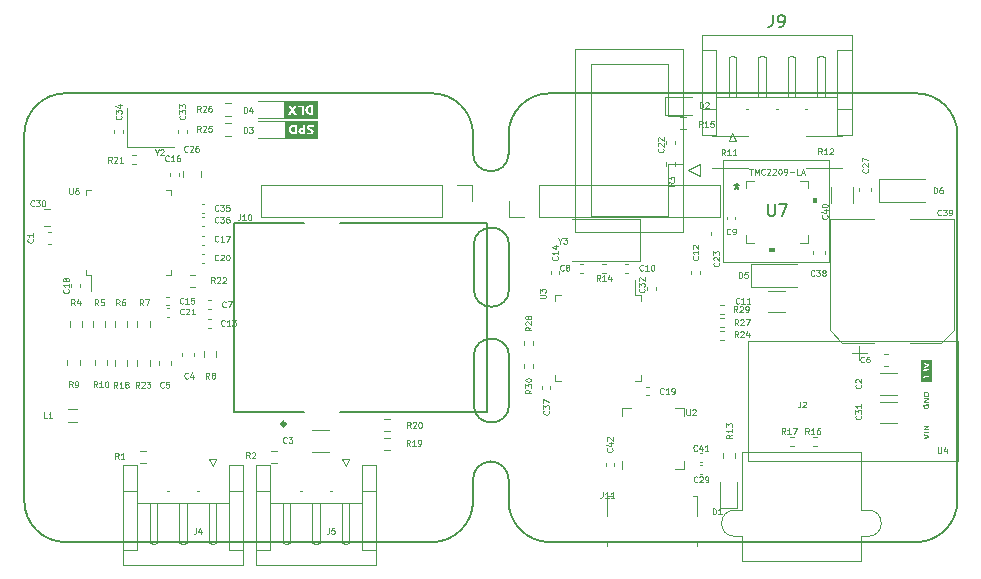
<source format=gbr>
%TF.GenerationSoftware,KiCad,Pcbnew,(7.0.0-0)*%
%TF.CreationDate,2023-05-24T17:39:11+02:00*%
%TF.ProjectId,ethersweep,65746865-7273-4776-9565-702e6b696361,2.0.1*%
%TF.SameCoordinates,Original*%
%TF.FileFunction,Legend,Top*%
%TF.FilePolarity,Positive*%
%FSLAX46Y46*%
G04 Gerber Fmt 4.6, Leading zero omitted, Abs format (unit mm)*
G04 Created by KiCad (PCBNEW (7.0.0-0)) date 2023-05-24 17:39:11*
%MOMM*%
%LPD*%
G01*
G04 APERTURE LIST*
%ADD10C,0.100000*%
%ADD11C,0.160000*%
%ADD12C,0.125000*%
%ADD13C,0.150000*%
%ADD14C,0.120000*%
%ADD15C,0.127000*%
%ADD16C,0.300000*%
%TA.AperFunction,Profile*%
%ADD17C,0.150000*%
%TD*%
G04 APERTURE END LIST*
D10*
X205250000Y-32370000D02*
X214250000Y-32370000D01*
X214250000Y-32370000D02*
X214250000Y-40970000D01*
X214250000Y-40970000D02*
X205250000Y-40970000D01*
X205250000Y-40970000D02*
X205250000Y-32370000D01*
D11*
G36*
X170345547Y-27875566D02*
G01*
X170353534Y-27875614D01*
X170362296Y-27875723D01*
X170370460Y-27875887D01*
X170379057Y-27876143D01*
X170383050Y-27876299D01*
X170391589Y-27876716D01*
X170399509Y-27877226D01*
X170407585Y-27877902D01*
X170407585Y-28359744D01*
X170404413Y-28360168D01*
X170395755Y-28361148D01*
X170387938Y-28361825D01*
X170379897Y-28362334D01*
X170371632Y-28362675D01*
X170366860Y-28362812D01*
X170358583Y-28363009D01*
X170350399Y-28363149D01*
X170342309Y-28363233D01*
X170334312Y-28363261D01*
X170326150Y-28363201D01*
X170318127Y-28363020D01*
X170302496Y-28362296D01*
X170287419Y-28361090D01*
X170272897Y-28359402D01*
X170258929Y-28357231D01*
X170245514Y-28354578D01*
X170232654Y-28351443D01*
X170220348Y-28347825D01*
X170208596Y-28343725D01*
X170197398Y-28339142D01*
X170186755Y-28334077D01*
X170176665Y-28328530D01*
X170167130Y-28322500D01*
X170158149Y-28315988D01*
X170149721Y-28308993D01*
X170141848Y-28301517D01*
X170134490Y-28293595D01*
X170127606Y-28285216D01*
X170121197Y-28276382D01*
X170115263Y-28267091D01*
X170109803Y-28257343D01*
X170104818Y-28247139D01*
X170100308Y-28236479D01*
X170096273Y-28225362D01*
X170092712Y-28213788D01*
X170089626Y-28201759D01*
X170087015Y-28189273D01*
X170084879Y-28176330D01*
X170083217Y-28162931D01*
X170082030Y-28149075D01*
X170081318Y-28134764D01*
X170081081Y-28119995D01*
X170081330Y-28105876D01*
X170082076Y-28092142D01*
X170083320Y-28078795D01*
X170085062Y-28065834D01*
X170087301Y-28053260D01*
X170090038Y-28041071D01*
X170093273Y-28029269D01*
X170097005Y-28017853D01*
X170101235Y-28006823D01*
X170105963Y-27996179D01*
X170111188Y-27985922D01*
X170116911Y-27976051D01*
X170123132Y-27966566D01*
X170129850Y-27957467D01*
X170137066Y-27948754D01*
X170144779Y-27940428D01*
X170148815Y-27936437D01*
X170157286Y-27928835D01*
X170166289Y-27921740D01*
X170175825Y-27915151D01*
X170185894Y-27909069D01*
X170196496Y-27903495D01*
X170207630Y-27898427D01*
X170219297Y-27893865D01*
X170231497Y-27889811D01*
X170244230Y-27886263D01*
X170257495Y-27883222D01*
X170271294Y-27880688D01*
X170285624Y-27878661D01*
X170300488Y-27877141D01*
X170315885Y-27876127D01*
X170323783Y-27875810D01*
X170331814Y-27875620D01*
X170339978Y-27875557D01*
X170345547Y-27875566D01*
G37*
G36*
X170937336Y-28867611D02*
G01*
X168080013Y-28867611D01*
X168080013Y-27738000D01*
X168434298Y-27738000D01*
X168439044Y-27746456D01*
X168444000Y-27755216D01*
X168449168Y-27764279D01*
X168454546Y-27773647D01*
X168460134Y-27783318D01*
X168465933Y-27793293D01*
X168471943Y-27803572D01*
X168478164Y-27814154D01*
X168484595Y-27825041D01*
X168491237Y-27836231D01*
X168498090Y-27847725D01*
X168505153Y-27859523D01*
X168512427Y-27871624D01*
X168519911Y-27884029D01*
X168527606Y-27896738D01*
X168535512Y-27909751D01*
X168543664Y-27922989D01*
X168547845Y-27929663D01*
X168552096Y-27936374D01*
X168556418Y-27943121D01*
X168560810Y-27949905D01*
X168565272Y-27956725D01*
X168569804Y-27963582D01*
X168574406Y-27970476D01*
X168579079Y-27977406D01*
X168583822Y-27984373D01*
X168588635Y-27991377D01*
X168593518Y-27998417D01*
X168598472Y-28005494D01*
X168603496Y-28012608D01*
X168608590Y-28019758D01*
X168613754Y-28026945D01*
X168618988Y-28034168D01*
X168624293Y-28041428D01*
X168629668Y-28048725D01*
X168635113Y-28056059D01*
X168640628Y-28063429D01*
X168646214Y-28070835D01*
X168651869Y-28078279D01*
X168657595Y-28085759D01*
X168663392Y-28093275D01*
X168669258Y-28100828D01*
X168675195Y-28108418D01*
X168681201Y-28116045D01*
X168687279Y-28123708D01*
X168693426Y-28131408D01*
X168699643Y-28139144D01*
X168446608Y-28513324D01*
X168646887Y-28513324D01*
X168798708Y-28288816D01*
X168947403Y-28513324D01*
X169160188Y-28513324D01*
X168905784Y-28130547D01*
X168910911Y-28123659D01*
X168916007Y-28116794D01*
X168921074Y-28109953D01*
X168926111Y-28103136D01*
X168931119Y-28096343D01*
X168936096Y-28089573D01*
X168941044Y-28082827D01*
X168945962Y-28076105D01*
X168950850Y-28069406D01*
X168955709Y-28062731D01*
X168960538Y-28056080D01*
X168965337Y-28049452D01*
X168970106Y-28042848D01*
X168974845Y-28036267D01*
X168979555Y-28029711D01*
X168984235Y-28023177D01*
X168988885Y-28016668D01*
X168993506Y-28010182D01*
X168998096Y-28003720D01*
X169002657Y-27997282D01*
X169007188Y-27990867D01*
X169011689Y-27984476D01*
X169020603Y-27971764D01*
X169029397Y-27959148D01*
X169038072Y-27946626D01*
X169046628Y-27934198D01*
X169055065Y-27921866D01*
X169063351Y-27909630D01*
X169071500Y-27897493D01*
X169079513Y-27885456D01*
X169087391Y-27873518D01*
X169095133Y-27861679D01*
X169102739Y-27849939D01*
X169110209Y-27838299D01*
X169117543Y-27826757D01*
X169124741Y-27815315D01*
X169131804Y-27803973D01*
X169138730Y-27792729D01*
X169145521Y-27781585D01*
X169152176Y-27770540D01*
X169158695Y-27759594D01*
X169165078Y-27748747D01*
X169171325Y-27738000D01*
X169236587Y-27738000D01*
X169236587Y-27888062D01*
X169582239Y-27888062D01*
X169582239Y-28513324D01*
X169757703Y-28513324D01*
X169757703Y-28120581D01*
X169899950Y-28120581D01*
X169900074Y-28133483D01*
X169900445Y-28146151D01*
X169901063Y-28158585D01*
X169901929Y-28170786D01*
X169903042Y-28182753D01*
X169904402Y-28194486D01*
X169906009Y-28205986D01*
X169907864Y-28217253D01*
X169909966Y-28228286D01*
X169912315Y-28239085D01*
X169914912Y-28249651D01*
X169917756Y-28259983D01*
X169920847Y-28270082D01*
X169924185Y-28279947D01*
X169927771Y-28289578D01*
X169931604Y-28298976D01*
X169935643Y-28308178D01*
X169939893Y-28317170D01*
X169944356Y-28325952D01*
X169949031Y-28334526D01*
X169953918Y-28342891D01*
X169959017Y-28351046D01*
X169964329Y-28358992D01*
X169969853Y-28366729D01*
X169975589Y-28374257D01*
X169981537Y-28381576D01*
X169987697Y-28388686D01*
X169994069Y-28395587D01*
X170000654Y-28402278D01*
X170007451Y-28408761D01*
X170014460Y-28415034D01*
X170021681Y-28421098D01*
X170029075Y-28426981D01*
X170036650Y-28432663D01*
X170044407Y-28438143D01*
X170052346Y-28443422D01*
X170060466Y-28448499D01*
X170068768Y-28453375D01*
X170077252Y-28458049D01*
X170085917Y-28462521D01*
X170094764Y-28466793D01*
X170103792Y-28470862D01*
X170113003Y-28474731D01*
X170122395Y-28478397D01*
X170131968Y-28481862D01*
X170141723Y-28485126D01*
X170151660Y-28488188D01*
X170161779Y-28491049D01*
X170172036Y-28493746D01*
X170182439Y-28496270D01*
X170192986Y-28498619D01*
X170203679Y-28500794D01*
X170214516Y-28502796D01*
X170225499Y-28504623D01*
X170236626Y-28506276D01*
X170247899Y-28507755D01*
X170259316Y-28509060D01*
X170270879Y-28510192D01*
X170282587Y-28511149D01*
X170294439Y-28511932D01*
X170306437Y-28512541D01*
X170318580Y-28512976D01*
X170330867Y-28513237D01*
X170343300Y-28513324D01*
X170349283Y-28513309D01*
X170358530Y-28513229D01*
X170368103Y-28513080D01*
X170378002Y-28512862D01*
X170388228Y-28512576D01*
X170398780Y-28512221D01*
X170409658Y-28511797D01*
X170420862Y-28511305D01*
X170432393Y-28510744D01*
X170440261Y-28510332D01*
X170448275Y-28509889D01*
X170456433Y-28509416D01*
X170464644Y-28508899D01*
X170472816Y-28508323D01*
X170480948Y-28507690D01*
X170489040Y-28506998D01*
X170497092Y-28506249D01*
X170505105Y-28505441D01*
X170513078Y-28504576D01*
X170521011Y-28503652D01*
X170528905Y-28502670D01*
X170536759Y-28501631D01*
X170544573Y-28500533D01*
X170552347Y-28499378D01*
X170560082Y-28498164D01*
X170571610Y-28496235D01*
X170583049Y-28494175D01*
X170583049Y-27745815D01*
X170575444Y-27744286D01*
X170564006Y-27742117D01*
X170552531Y-27740100D01*
X170541017Y-27738234D01*
X170529466Y-27736519D01*
X170517877Y-27734955D01*
X170506250Y-27733542D01*
X170498477Y-27732684D01*
X170490688Y-27731893D01*
X170482882Y-27731170D01*
X170475060Y-27730513D01*
X170467220Y-27729924D01*
X170459364Y-27729402D01*
X170451537Y-27728929D01*
X170440028Y-27728276D01*
X170428797Y-27727692D01*
X170417845Y-27727177D01*
X170407170Y-27726731D01*
X170396774Y-27726353D01*
X170386656Y-27726044D01*
X170376816Y-27725803D01*
X170367255Y-27725632D01*
X170357972Y-27725529D01*
X170348966Y-27725494D01*
X170336101Y-27725590D01*
X170323394Y-27725876D01*
X170310846Y-27726353D01*
X170298457Y-27727021D01*
X170286227Y-27727879D01*
X170274155Y-27728929D01*
X170262242Y-27730169D01*
X170250488Y-27731600D01*
X170238892Y-27733222D01*
X170227456Y-27735035D01*
X170216178Y-27737039D01*
X170205059Y-27739233D01*
X170194098Y-27741618D01*
X170183296Y-27744194D01*
X170172654Y-27746961D01*
X170162169Y-27749919D01*
X170151864Y-27753067D01*
X170141757Y-27756406D01*
X170131848Y-27759936D01*
X170122138Y-27763657D01*
X170112626Y-27767569D01*
X170103313Y-27771671D01*
X170094198Y-27775965D01*
X170085282Y-27780449D01*
X170076564Y-27785124D01*
X170068044Y-27789990D01*
X170059723Y-27795046D01*
X170051601Y-27800294D01*
X170043677Y-27805732D01*
X170035951Y-27811361D01*
X170028424Y-27817181D01*
X170021095Y-27823191D01*
X170013945Y-27829397D01*
X170007002Y-27835800D01*
X170000267Y-27842403D01*
X169993740Y-27849203D01*
X169987420Y-27856202D01*
X169981308Y-27863400D01*
X169975403Y-27870796D01*
X169969706Y-27878390D01*
X169964217Y-27886183D01*
X169958935Y-27894174D01*
X169953861Y-27902364D01*
X169948994Y-27910752D01*
X169944335Y-27919339D01*
X169939884Y-27928124D01*
X169935640Y-27937108D01*
X169931604Y-27946290D01*
X169927771Y-27955695D01*
X169924185Y-27965298D01*
X169920847Y-27975100D01*
X169917756Y-27985100D01*
X169914912Y-27995299D01*
X169912315Y-28005696D01*
X169909966Y-28016291D01*
X169907864Y-28027085D01*
X169906009Y-28038078D01*
X169904402Y-28049269D01*
X169903042Y-28060658D01*
X169901929Y-28072246D01*
X169901063Y-28084032D01*
X169900445Y-28096017D01*
X169900074Y-28108200D01*
X169899956Y-28119995D01*
X169899950Y-28120581D01*
X169757703Y-28120581D01*
X169757703Y-27738000D01*
X169236587Y-27738000D01*
X169171325Y-27738000D01*
X168971046Y-27738000D01*
X168966844Y-27745817D01*
X168962745Y-27753192D01*
X168958101Y-27761349D01*
X168953995Y-27768438D01*
X168949540Y-27776028D01*
X168944738Y-27784119D01*
X168939587Y-27792710D01*
X168936891Y-27797156D01*
X168932809Y-27803828D01*
X168928682Y-27810503D01*
X168924511Y-27817182D01*
X168920295Y-27823864D01*
X168916034Y-27830549D01*
X168911729Y-27837238D01*
X168907379Y-27843931D01*
X168902984Y-27850627D01*
X168898545Y-27857326D01*
X168894061Y-27864029D01*
X168889556Y-27870697D01*
X168885055Y-27877293D01*
X168880557Y-27883818D01*
X168876063Y-27890270D01*
X168870076Y-27898760D01*
X168864095Y-27907122D01*
X168858120Y-27915356D01*
X168852152Y-27923462D01*
X168846189Y-27931440D01*
X168844695Y-27933417D01*
X168838884Y-27941054D01*
X168833335Y-27948258D01*
X168828048Y-27955028D01*
X168823025Y-27961364D01*
X168817114Y-27968675D01*
X168811614Y-27975309D01*
X168806524Y-27981265D01*
X168800126Y-27975282D01*
X168793829Y-27969154D01*
X168787633Y-27962881D01*
X168781538Y-27956463D01*
X168775543Y-27949899D01*
X168769649Y-27943191D01*
X168763856Y-27936338D01*
X168758164Y-27929339D01*
X168752572Y-27922196D01*
X168747081Y-27914908D01*
X168741691Y-27907474D01*
X168736402Y-27899896D01*
X168731213Y-27892172D01*
X168726125Y-27884304D01*
X168721138Y-27876291D01*
X168716252Y-27868132D01*
X168711416Y-27859907D01*
X168706629Y-27851695D01*
X168701890Y-27843494D01*
X168697201Y-27835306D01*
X168692560Y-27827130D01*
X168687968Y-27818966D01*
X168683426Y-27810814D01*
X168678932Y-27802675D01*
X168674486Y-27794548D01*
X168670090Y-27786433D01*
X168665742Y-27778330D01*
X168661444Y-27770240D01*
X168657194Y-27762161D01*
X168652993Y-27754095D01*
X168648841Y-27746041D01*
X168644738Y-27738000D01*
X168434298Y-27738000D01*
X168080013Y-27738000D01*
X168080013Y-27371209D01*
X170937336Y-27371209D01*
X170937336Y-28867611D01*
G37*
G36*
X169731520Y-30010135D02*
G01*
X169724462Y-30010623D01*
X169715762Y-30011173D01*
X169707354Y-30011661D01*
X169699476Y-30012089D01*
X169694826Y-30012364D01*
X169686645Y-30012756D01*
X169678407Y-30013037D01*
X169670114Y-30013205D01*
X169661765Y-30013261D01*
X169652297Y-30013188D01*
X169643043Y-30012968D01*
X169634003Y-30012602D01*
X169625177Y-30012089D01*
X169616564Y-30011429D01*
X169608166Y-30010623D01*
X169599980Y-30009671D01*
X169592009Y-30008572D01*
X169588114Y-30007957D01*
X169578704Y-30006165D01*
X169569761Y-30004010D01*
X169561286Y-30001494D01*
X169553279Y-29998614D01*
X169545739Y-29995372D01*
X169538666Y-29991768D01*
X169535947Y-29990223D01*
X169528274Y-29985222D01*
X169521329Y-29979672D01*
X169515112Y-29973572D01*
X169509623Y-29966922D01*
X169504863Y-29959723D01*
X169500812Y-29951945D01*
X169497600Y-29943411D01*
X169495563Y-29935722D01*
X169494108Y-29927508D01*
X169493235Y-29918770D01*
X169492944Y-29909507D01*
X169493124Y-29901822D01*
X169494070Y-29890875D01*
X169495826Y-29880625D01*
X169498393Y-29871073D01*
X169501770Y-29862218D01*
X169505958Y-29854060D01*
X169510957Y-29846599D01*
X169516766Y-29839836D01*
X169523386Y-29833769D01*
X169530816Y-29828400D01*
X169539057Y-29823729D01*
X169541983Y-29822310D01*
X169551291Y-29818325D01*
X169561391Y-29814745D01*
X169572285Y-29811570D01*
X169579989Y-29809679D01*
X169588045Y-29807967D01*
X169596454Y-29806436D01*
X169605216Y-29805085D01*
X169614330Y-29803915D01*
X169623796Y-29802924D01*
X169633616Y-29802113D01*
X169643788Y-29801483D01*
X169654312Y-29801032D01*
X169665189Y-29800762D01*
X169676419Y-29800672D01*
X169731520Y-29800672D01*
X169731520Y-30010135D01*
G37*
G36*
X168948869Y-29525566D02*
G01*
X168956855Y-29525614D01*
X168965618Y-29525723D01*
X168973781Y-29525887D01*
X168982379Y-29526143D01*
X168986372Y-29526299D01*
X168994911Y-29526716D01*
X169002831Y-29527226D01*
X169010906Y-29527902D01*
X169010906Y-30009744D01*
X169007735Y-30010168D01*
X168999077Y-30011148D01*
X168991260Y-30011825D01*
X168983219Y-30012334D01*
X168974954Y-30012675D01*
X168970182Y-30012812D01*
X168961904Y-30013009D01*
X168953721Y-30013149D01*
X168945630Y-30013233D01*
X168937633Y-30013261D01*
X168929472Y-30013201D01*
X168921449Y-30013020D01*
X168905818Y-30012296D01*
X168890741Y-30011090D01*
X168876219Y-30009402D01*
X168862250Y-30007231D01*
X168848836Y-30004578D01*
X168835976Y-30001443D01*
X168823670Y-29997825D01*
X168811918Y-29993725D01*
X168800720Y-29989142D01*
X168790076Y-29984077D01*
X168779987Y-29978530D01*
X168770451Y-29972500D01*
X168761470Y-29965988D01*
X168753043Y-29958993D01*
X168745170Y-29951517D01*
X168737811Y-29943595D01*
X168730928Y-29935216D01*
X168724519Y-29926382D01*
X168718584Y-29917091D01*
X168713125Y-29907343D01*
X168708140Y-29897139D01*
X168703630Y-29886479D01*
X168699594Y-29875362D01*
X168696034Y-29863788D01*
X168692948Y-29851759D01*
X168690337Y-29839273D01*
X168688200Y-29826330D01*
X168686539Y-29812931D01*
X168685352Y-29799075D01*
X168684640Y-29784764D01*
X168684402Y-29769995D01*
X168684651Y-29755876D01*
X168685398Y-29742142D01*
X168686642Y-29728795D01*
X168688384Y-29715834D01*
X168690623Y-29703260D01*
X168693360Y-29691071D01*
X168696595Y-29679269D01*
X168700327Y-29667853D01*
X168704557Y-29656823D01*
X168709285Y-29646179D01*
X168714510Y-29635922D01*
X168720233Y-29626051D01*
X168726453Y-29616566D01*
X168733172Y-29607467D01*
X168740387Y-29598754D01*
X168748101Y-29590428D01*
X168752137Y-29586437D01*
X168760607Y-29578835D01*
X168769611Y-29571740D01*
X168779147Y-29565151D01*
X168789216Y-29559069D01*
X168799817Y-29553495D01*
X168810952Y-29548427D01*
X168822619Y-29543865D01*
X168834819Y-29539811D01*
X168847552Y-29536263D01*
X168860817Y-29533222D01*
X168874615Y-29530688D01*
X168888946Y-29528661D01*
X168903810Y-29527141D01*
X168919206Y-29526127D01*
X168927104Y-29525810D01*
X168935135Y-29525620D01*
X168943300Y-29525557D01*
X168948869Y-29525566D01*
G37*
G36*
X170961565Y-30530116D02*
G01*
X168148987Y-30530116D01*
X168148987Y-29770581D01*
X168503272Y-29770581D01*
X168503396Y-29783483D01*
X168503767Y-29796151D01*
X168504385Y-29808585D01*
X168505250Y-29820786D01*
X168506363Y-29832753D01*
X168507723Y-29844486D01*
X168509331Y-29855986D01*
X168511185Y-29867253D01*
X168513287Y-29878286D01*
X168515637Y-29889085D01*
X168518233Y-29899651D01*
X168521077Y-29909983D01*
X168524168Y-29920082D01*
X168527507Y-29929947D01*
X168531093Y-29939578D01*
X168534926Y-29948976D01*
X168538964Y-29958178D01*
X168543215Y-29967170D01*
X168547678Y-29975952D01*
X168552353Y-29984526D01*
X168557240Y-29992891D01*
X168562339Y-30001046D01*
X168567651Y-30008992D01*
X168573174Y-30016729D01*
X168578910Y-30024257D01*
X168584858Y-30031576D01*
X168591018Y-30038686D01*
X168597391Y-30045587D01*
X168603976Y-30052278D01*
X168610772Y-30058761D01*
X168617781Y-30065034D01*
X168625003Y-30071098D01*
X168632396Y-30076981D01*
X168639972Y-30082663D01*
X168647729Y-30088143D01*
X168655667Y-30093422D01*
X168663788Y-30098499D01*
X168672090Y-30103375D01*
X168680573Y-30108049D01*
X168689238Y-30112521D01*
X168698085Y-30116793D01*
X168707114Y-30120862D01*
X168716324Y-30124731D01*
X168725716Y-30128397D01*
X168735290Y-30131862D01*
X168745045Y-30135126D01*
X168754982Y-30138188D01*
X168765100Y-30141049D01*
X168775358Y-30143746D01*
X168785760Y-30146270D01*
X168796308Y-30148619D01*
X168807000Y-30150794D01*
X168817838Y-30152796D01*
X168828820Y-30154623D01*
X168839948Y-30156276D01*
X168851220Y-30157755D01*
X168862638Y-30159060D01*
X168874200Y-30160192D01*
X168885908Y-30161149D01*
X168897761Y-30161932D01*
X168909758Y-30162541D01*
X168921901Y-30162976D01*
X168934189Y-30163237D01*
X168946622Y-30163324D01*
X168952605Y-30163309D01*
X168961851Y-30163229D01*
X168971424Y-30163080D01*
X168981324Y-30162862D01*
X168991549Y-30162576D01*
X169002101Y-30162221D01*
X169012979Y-30161797D01*
X169024184Y-30161305D01*
X169035714Y-30160744D01*
X169043583Y-30160332D01*
X169051596Y-30159889D01*
X169059755Y-30159416D01*
X169067966Y-30158899D01*
X169076137Y-30158323D01*
X169084269Y-30157690D01*
X169092361Y-30156998D01*
X169100414Y-30156249D01*
X169108426Y-30155441D01*
X169116399Y-30154576D01*
X169124333Y-30153652D01*
X169132226Y-30152670D01*
X169140080Y-30151631D01*
X169147894Y-30150533D01*
X169155669Y-30149378D01*
X169163404Y-30148164D01*
X169174932Y-30146235D01*
X169186370Y-30144175D01*
X169186370Y-29908530D01*
X169311618Y-29908530D01*
X169311629Y-29909507D01*
X169311709Y-29916931D01*
X169311983Y-29925183D01*
X169312439Y-29933287D01*
X169313077Y-29941243D01*
X169314902Y-29956709D01*
X169317455Y-29971581D01*
X169320739Y-29985859D01*
X169324752Y-29999544D01*
X169329495Y-30012635D01*
X169334968Y-30025131D01*
X169341170Y-30037034D01*
X169348102Y-30048344D01*
X169355763Y-30059059D01*
X169364155Y-30069181D01*
X169373276Y-30078708D01*
X169383126Y-30087642D01*
X169393707Y-30095982D01*
X169405017Y-30103729D01*
X169417008Y-30110945D01*
X169429633Y-30117696D01*
X169442892Y-30123982D01*
X169456784Y-30129802D01*
X169471309Y-30135156D01*
X169478810Y-30137658D01*
X169486468Y-30140045D01*
X169494286Y-30142314D01*
X169502261Y-30144468D01*
X169510395Y-30146505D01*
X169518687Y-30148425D01*
X169527138Y-30150229D01*
X169535747Y-30151917D01*
X169544514Y-30153488D01*
X169553440Y-30154943D01*
X169562524Y-30156282D01*
X169571766Y-30157504D01*
X169581167Y-30158610D01*
X169590727Y-30159599D01*
X169600444Y-30160472D01*
X169610320Y-30161229D01*
X169620355Y-30161869D01*
X169630547Y-30162393D01*
X169640898Y-30162800D01*
X169651408Y-30163091D01*
X169662076Y-30163266D01*
X169672902Y-30163324D01*
X169675946Y-30163320D01*
X169685261Y-30163254D01*
X169694850Y-30163109D01*
X169704715Y-30162885D01*
X169714854Y-30162582D01*
X169725268Y-30162200D01*
X169735956Y-30161740D01*
X169746920Y-30161200D01*
X169758158Y-30160581D01*
X169769671Y-30159883D01*
X169777499Y-30159374D01*
X169785449Y-30158830D01*
X169793434Y-30158266D01*
X169801368Y-30157648D01*
X169809249Y-30156977D01*
X169817079Y-30156253D01*
X169828726Y-30155066D01*
X169840256Y-30153760D01*
X169851669Y-30152332D01*
X169862966Y-30150785D01*
X169874146Y-30149118D01*
X169885209Y-30147330D01*
X169896155Y-30145422D01*
X169906984Y-30143394D01*
X169906984Y-29600784D01*
X170038876Y-29600784D01*
X170038933Y-29607607D01*
X170039233Y-29617602D01*
X170039791Y-29627309D01*
X170040607Y-29636726D01*
X170041681Y-29645856D01*
X170043011Y-29654697D01*
X170044600Y-29663249D01*
X170046446Y-29671513D01*
X170048550Y-29679488D01*
X170050911Y-29687175D01*
X170053530Y-29694573D01*
X170057432Y-29704089D01*
X170061810Y-29713294D01*
X170066664Y-29722188D01*
X170071995Y-29730770D01*
X170077802Y-29739041D01*
X170084085Y-29747000D01*
X170090844Y-29754648D01*
X170098080Y-29761984D01*
X170101853Y-29765546D01*
X170107738Y-29770784D01*
X170113895Y-29775894D01*
X170120323Y-29780877D01*
X170127022Y-29785733D01*
X170133993Y-29790462D01*
X170141235Y-29795064D01*
X170148748Y-29799539D01*
X170156533Y-29803886D01*
X170164589Y-29808107D01*
X170172916Y-29812200D01*
X170175740Y-29813544D01*
X170184399Y-29817583D01*
X170193335Y-29821632D01*
X170202550Y-29825691D01*
X170212042Y-29829761D01*
X170221813Y-29833840D01*
X170231863Y-29837931D01*
X170242190Y-29842031D01*
X170252796Y-29846142D01*
X170263680Y-29850263D01*
X170271090Y-29853016D01*
X170278624Y-29855773D01*
X170282244Y-29857017D01*
X170291128Y-29860105D01*
X170299773Y-29863165D01*
X170308179Y-29866196D01*
X170316347Y-29869198D01*
X170324276Y-29872172D01*
X170331967Y-29875117D01*
X170336460Y-29876895D01*
X170343727Y-29879941D01*
X170352083Y-29883735D01*
X170360040Y-29887681D01*
X170367598Y-29891777D01*
X170374758Y-29896025D01*
X170378165Y-29898208D01*
X170385539Y-29903478D01*
X170392110Y-29908990D01*
X170397876Y-29914746D01*
X170403481Y-29921621D01*
X170405297Y-29924354D01*
X170409266Y-29932213D01*
X170411697Y-29939770D01*
X170413156Y-29947963D01*
X170413642Y-29956792D01*
X170413211Y-29965255D01*
X170411920Y-29973157D01*
X170409095Y-29982243D01*
X170404925Y-29990452D01*
X170399409Y-29997783D01*
X170392548Y-30004236D01*
X170386091Y-30008767D01*
X170380613Y-30011805D01*
X170372336Y-30015391D01*
X170362948Y-30018445D01*
X170355178Y-30020388D01*
X170346782Y-30022031D01*
X170337762Y-30023376D01*
X170328116Y-30024422D01*
X170317845Y-30025169D01*
X170306949Y-30025617D01*
X170295428Y-30025766D01*
X170288458Y-30025715D01*
X170278243Y-30025447D01*
X170268317Y-30024948D01*
X170258680Y-30024219D01*
X170249330Y-30023261D01*
X170240270Y-30022072D01*
X170231498Y-30020653D01*
X170223014Y-30019003D01*
X170214819Y-30017124D01*
X170206912Y-30015015D01*
X170199294Y-30012675D01*
X170189396Y-30009390D01*
X170179730Y-30005983D01*
X170170297Y-30002453D01*
X170161095Y-29998802D01*
X170152125Y-29995028D01*
X170143387Y-29991133D01*
X170134881Y-29987115D01*
X170126608Y-29982975D01*
X170076000Y-30121705D01*
X170080720Y-30124231D01*
X170088098Y-30127969D01*
X170095833Y-30131646D01*
X170103925Y-30135260D01*
X170112374Y-30138813D01*
X170121181Y-30142303D01*
X170130345Y-30145732D01*
X170139865Y-30149100D01*
X170149743Y-30152405D01*
X170159979Y-30155648D01*
X170170571Y-30158830D01*
X170181530Y-30161868D01*
X170192862Y-30164607D01*
X170200625Y-30166267D01*
X170208555Y-30167794D01*
X170216651Y-30169189D01*
X170224913Y-30170451D01*
X170233342Y-30171579D01*
X170241937Y-30172575D01*
X170250698Y-30173439D01*
X170259626Y-30174169D01*
X170268720Y-30174767D01*
X170277981Y-30175232D01*
X170287408Y-30175564D01*
X170297001Y-30175763D01*
X170306761Y-30175829D01*
X170315013Y-30175767D01*
X170323159Y-30175579D01*
X170331200Y-30175266D01*
X170339136Y-30174828D01*
X170350841Y-30173936D01*
X170362310Y-30172762D01*
X170373542Y-30171307D01*
X170384537Y-30169571D01*
X170395295Y-30167552D01*
X170405816Y-30165252D01*
X170416100Y-30162670D01*
X170426147Y-30159807D01*
X170432681Y-30157750D01*
X170442257Y-30154461D01*
X170451560Y-30150929D01*
X170460593Y-30147152D01*
X170469354Y-30143132D01*
X170477844Y-30138868D01*
X170486063Y-30134360D01*
X170494010Y-30129608D01*
X170501686Y-30124612D01*
X170509091Y-30119373D01*
X170516224Y-30113889D01*
X170520799Y-30110126D01*
X170527415Y-30104293D01*
X170533736Y-30098233D01*
X170539762Y-30091947D01*
X170545492Y-30085433D01*
X170550926Y-30078693D01*
X170556066Y-30071727D01*
X170560910Y-30064533D01*
X170565459Y-30057113D01*
X170569712Y-30049467D01*
X170573670Y-30041593D01*
X170576107Y-30036228D01*
X170579468Y-30028029D01*
X170582475Y-30019648D01*
X170585128Y-30011085D01*
X170587427Y-30002340D01*
X170589373Y-29993412D01*
X170590965Y-29984303D01*
X170592203Y-29975012D01*
X170593088Y-29965538D01*
X170593618Y-29955883D01*
X170593795Y-29946046D01*
X170593721Y-29939488D01*
X170593328Y-29929885D01*
X170592599Y-29920559D01*
X170591533Y-29911511D01*
X170590130Y-29902742D01*
X170588391Y-29894251D01*
X170586315Y-29886038D01*
X170583903Y-29878103D01*
X170581154Y-29870447D01*
X170578069Y-29863069D01*
X170574647Y-29855969D01*
X170569685Y-29846907D01*
X170564376Y-29838188D01*
X170558719Y-29829810D01*
X170552714Y-29821775D01*
X170546360Y-29814081D01*
X170539659Y-29806729D01*
X170532609Y-29799720D01*
X170525212Y-29793052D01*
X170523299Y-29791436D01*
X170515496Y-29785145D01*
X170507448Y-29779129D01*
X170499156Y-29773388D01*
X170490620Y-29767922D01*
X170481839Y-29762730D01*
X170472814Y-29757813D01*
X170463545Y-29753171D01*
X170456433Y-29749870D01*
X170454040Y-29748811D01*
X170446859Y-29745678D01*
X170437284Y-29741602D01*
X170427710Y-29737642D01*
X170418136Y-29733799D01*
X170408562Y-29730071D01*
X170398987Y-29726459D01*
X170389413Y-29722963D01*
X170379839Y-29719584D01*
X170369074Y-29716009D01*
X170358715Y-29712467D01*
X170348759Y-29708957D01*
X170339209Y-29705479D01*
X170330063Y-29702032D01*
X170321321Y-29698618D01*
X170312984Y-29695236D01*
X170305051Y-29691886D01*
X170297523Y-29688569D01*
X170290400Y-29685283D01*
X170280473Y-29680414D01*
X170271457Y-29675618D01*
X170263350Y-29670893D01*
X170256154Y-29666241D01*
X170253930Y-29664690D01*
X170247682Y-29659888D01*
X170240339Y-29653137D01*
X170234126Y-29645990D01*
X170229043Y-29638446D01*
X170225089Y-29630505D01*
X170222265Y-29622167D01*
X170220571Y-29613433D01*
X170220006Y-29604301D01*
X170220277Y-29596842D01*
X170221251Y-29588685D01*
X170222933Y-29580918D01*
X170225672Y-29572647D01*
X170229067Y-29565759D01*
X170233586Y-29559360D01*
X170239228Y-29553450D01*
X170245993Y-29548027D01*
X170252787Y-29543702D01*
X170260515Y-29539789D01*
X170267884Y-29536762D01*
X170275939Y-29534037D01*
X170284682Y-29531614D01*
X170286208Y-29531242D01*
X170294221Y-29529556D01*
X170302863Y-29528166D01*
X170312134Y-29527071D01*
X170320005Y-29526409D01*
X170328279Y-29525936D01*
X170336956Y-29525652D01*
X170346035Y-29525557D01*
X170350653Y-29525572D01*
X170359755Y-29525691D01*
X170368676Y-29525929D01*
X170377416Y-29526286D01*
X170385977Y-29526763D01*
X170394358Y-29527358D01*
X170402558Y-29528072D01*
X170410578Y-29528906D01*
X170418419Y-29529858D01*
X170429841Y-29531510D01*
X170440858Y-29533430D01*
X170451470Y-29535618D01*
X170461677Y-29538074D01*
X170471478Y-29540798D01*
X170474662Y-29541754D01*
X170484023Y-29544669D01*
X170493100Y-29547653D01*
X170501891Y-29550705D01*
X170510396Y-29553826D01*
X170518617Y-29557016D01*
X170526553Y-29560274D01*
X170534204Y-29563601D01*
X170541570Y-29566997D01*
X170548650Y-29570461D01*
X170557647Y-29575187D01*
X170607278Y-29435285D01*
X170600007Y-29431297D01*
X170592045Y-29427196D01*
X170584670Y-29423592D01*
X170576786Y-29419905D01*
X170568394Y-29416136D01*
X170562489Y-29413614D01*
X170554714Y-29410514D01*
X170546499Y-29407470D01*
X170537846Y-29404484D01*
X170528753Y-29401555D01*
X170521164Y-29399253D01*
X170513293Y-29396988D01*
X170505132Y-29394783D01*
X170496672Y-29392665D01*
X170487913Y-29390631D01*
X170478855Y-29388683D01*
X170469497Y-29386821D01*
X170459840Y-29385044D01*
X170449884Y-29383353D01*
X170439629Y-29381747D01*
X170434387Y-29380990D01*
X170426375Y-29379946D01*
X170418185Y-29379011D01*
X170409816Y-29378187D01*
X170401268Y-29377473D01*
X170392541Y-29376868D01*
X170383637Y-29376374D01*
X170374553Y-29375989D01*
X170365291Y-29375714D01*
X170355850Y-29375549D01*
X170346231Y-29375494D01*
X170336659Y-29375552D01*
X170327240Y-29375725D01*
X170317973Y-29376013D01*
X170308859Y-29376416D01*
X170299896Y-29376935D01*
X170291086Y-29377569D01*
X170282428Y-29378318D01*
X170273923Y-29379182D01*
X170265569Y-29380162D01*
X170257368Y-29381257D01*
X170249320Y-29382467D01*
X170241423Y-29383792D01*
X170226087Y-29386789D01*
X170211360Y-29390247D01*
X170197242Y-29394165D01*
X170183733Y-29398545D01*
X170170833Y-29403385D01*
X170158542Y-29408687D01*
X170146861Y-29414449D01*
X170135788Y-29420673D01*
X170125325Y-29427358D01*
X170115470Y-29434503D01*
X170106195Y-29442091D01*
X170097518Y-29450052D01*
X170089440Y-29458388D01*
X170081960Y-29467098D01*
X170075078Y-29476181D01*
X170068795Y-29485639D01*
X170063111Y-29495470D01*
X170058024Y-29505676D01*
X170053536Y-29516255D01*
X170049647Y-29527209D01*
X170046356Y-29538536D01*
X170043663Y-29550238D01*
X170041568Y-29562313D01*
X170040072Y-29574763D01*
X170039175Y-29587586D01*
X170038876Y-29600784D01*
X169906984Y-29600784D01*
X169906984Y-29388000D01*
X169731520Y-29388000D01*
X169731520Y-29650609D01*
X169676419Y-29650609D01*
X169665520Y-29650669D01*
X169654779Y-29650846D01*
X169644196Y-29651142D01*
X169633771Y-29651556D01*
X169623505Y-29652088D01*
X169613398Y-29652739D01*
X169603448Y-29653508D01*
X169593657Y-29654395D01*
X169584025Y-29655401D01*
X169574551Y-29656525D01*
X169565235Y-29657767D01*
X169556078Y-29659127D01*
X169547079Y-29660606D01*
X169538238Y-29662203D01*
X169529556Y-29663919D01*
X169521032Y-29665752D01*
X169512666Y-29667705D01*
X169504459Y-29669775D01*
X169496410Y-29671963D01*
X169488520Y-29674270D01*
X169480788Y-29676696D01*
X169473214Y-29679239D01*
X169458542Y-29684681D01*
X169444504Y-29690597D01*
X169431099Y-29696985D01*
X169418327Y-29703847D01*
X169406189Y-29711182D01*
X169400371Y-29715054D01*
X169389288Y-29723242D01*
X169378944Y-29732022D01*
X169369340Y-29741395D01*
X169360474Y-29751360D01*
X169352346Y-29761918D01*
X169344958Y-29773067D01*
X169338308Y-29784809D01*
X169332398Y-29797144D01*
X169327226Y-29810070D01*
X169322793Y-29823589D01*
X169319099Y-29837700D01*
X169316143Y-29852404D01*
X169313927Y-29867699D01*
X169313096Y-29875569D01*
X169312449Y-29883587D01*
X169311987Y-29891753D01*
X169311710Y-29900068D01*
X169311618Y-29908530D01*
X169186370Y-29908530D01*
X169186370Y-29395815D01*
X169178766Y-29394286D01*
X169167328Y-29392117D01*
X169155852Y-29390100D01*
X169144339Y-29388234D01*
X169132787Y-29386519D01*
X169121198Y-29384955D01*
X169109571Y-29383542D01*
X169101799Y-29382684D01*
X169094010Y-29381893D01*
X169086204Y-29381170D01*
X169078381Y-29380513D01*
X169070542Y-29379924D01*
X169062686Y-29379402D01*
X169054859Y-29378929D01*
X169043350Y-29378276D01*
X169032119Y-29377692D01*
X169021166Y-29377177D01*
X169010492Y-29376731D01*
X169000096Y-29376353D01*
X168989978Y-29376044D01*
X168980138Y-29375803D01*
X168970576Y-29375632D01*
X168961293Y-29375529D01*
X168952288Y-29375494D01*
X168939422Y-29375590D01*
X168926716Y-29375876D01*
X168914168Y-29376353D01*
X168901779Y-29377021D01*
X168889548Y-29377879D01*
X168877476Y-29378929D01*
X168865563Y-29380169D01*
X168853809Y-29381600D01*
X168842214Y-29383222D01*
X168830777Y-29385035D01*
X168819499Y-29387039D01*
X168808380Y-29389233D01*
X168797420Y-29391618D01*
X168786618Y-29394194D01*
X168775975Y-29396961D01*
X168765491Y-29399919D01*
X168755186Y-29403067D01*
X168745078Y-29406406D01*
X168735170Y-29409936D01*
X168725460Y-29413657D01*
X168715948Y-29417569D01*
X168706635Y-29421671D01*
X168697520Y-29425965D01*
X168688603Y-29430449D01*
X168679885Y-29435124D01*
X168671366Y-29439990D01*
X168663045Y-29445046D01*
X168654922Y-29450294D01*
X168646998Y-29455732D01*
X168639272Y-29461361D01*
X168631745Y-29467181D01*
X168624416Y-29473191D01*
X168617266Y-29479397D01*
X168610324Y-29485800D01*
X168603589Y-29492403D01*
X168597061Y-29499203D01*
X168590741Y-29506202D01*
X168584629Y-29513400D01*
X168578725Y-29520796D01*
X168573028Y-29528390D01*
X168567538Y-29536183D01*
X168562257Y-29544174D01*
X168557182Y-29552364D01*
X168552316Y-29560752D01*
X168547657Y-29569339D01*
X168543206Y-29578124D01*
X168538962Y-29587108D01*
X168534926Y-29596290D01*
X168531093Y-29605695D01*
X168527507Y-29615298D01*
X168524168Y-29625100D01*
X168521077Y-29635100D01*
X168518233Y-29645299D01*
X168515637Y-29655696D01*
X168513287Y-29666291D01*
X168511185Y-29677085D01*
X168509331Y-29688078D01*
X168507723Y-29699269D01*
X168506363Y-29710658D01*
X168505250Y-29722246D01*
X168504385Y-29734032D01*
X168503767Y-29746017D01*
X168503396Y-29758200D01*
X168503278Y-29769995D01*
X168503272Y-29770581D01*
X168148987Y-29770581D01*
X168148987Y-29021209D01*
X170961565Y-29021209D01*
X170961565Y-30530116D01*
G37*
D10*
G36*
X222951144Y-51160058D02*
G01*
X222008077Y-51160058D01*
X222008077Y-50787442D01*
X222229506Y-50787442D01*
X222229571Y-50793205D01*
X222229765Y-50798891D01*
X222230090Y-50804501D01*
X222230544Y-50810034D01*
X222231128Y-50815492D01*
X222231841Y-50820873D01*
X222232685Y-50826177D01*
X222233658Y-50831406D01*
X222234433Y-50835277D01*
X222235526Y-50840372D01*
X222236688Y-50845390D01*
X222237919Y-50850332D01*
X222239219Y-50855198D01*
X222240587Y-50859987D01*
X222242024Y-50864700D01*
X222243916Y-50870485D01*
X222244685Y-50872747D01*
X222246658Y-50878299D01*
X222248702Y-50883702D01*
X222250818Y-50888956D01*
X222253005Y-50894061D01*
X222255264Y-50899017D01*
X222257594Y-50903824D01*
X222258984Y-50906629D01*
X222261273Y-50911151D01*
X222263972Y-50916326D01*
X222266619Y-50921226D01*
X222269215Y-50925851D01*
X222271760Y-50930202D01*
X222347109Y-50892955D01*
X222346281Y-50891630D01*
X222343050Y-50886242D01*
X222339950Y-50880714D01*
X222336979Y-50875043D01*
X222334138Y-50869232D01*
X222332092Y-50864781D01*
X222330119Y-50860251D01*
X222328219Y-50855641D01*
X222326392Y-50850951D01*
X222324639Y-50846182D01*
X222323529Y-50842959D01*
X222322000Y-50838055D01*
X222320631Y-50833070D01*
X222319424Y-50828003D01*
X222318377Y-50822854D01*
X222317492Y-50817624D01*
X222316767Y-50812313D01*
X222316204Y-50806920D01*
X222315801Y-50801445D01*
X222315560Y-50795889D01*
X222315479Y-50790251D01*
X222315529Y-50787265D01*
X222315855Y-50782066D01*
X222316484Y-50776903D01*
X222317417Y-50771775D01*
X222318655Y-50766681D01*
X222319049Y-50765242D01*
X222320623Y-50760378D01*
X222322501Y-50755782D01*
X222325020Y-50750859D01*
X222327936Y-50746287D01*
X222331210Y-50742089D01*
X222334927Y-50738288D01*
X222339087Y-50734884D01*
X222343689Y-50731877D01*
X222346155Y-50730560D01*
X222350726Y-50728678D01*
X222355625Y-50727334D01*
X222360851Y-50726528D01*
X222366404Y-50726259D01*
X222369581Y-50726318D01*
X222374647Y-50726679D01*
X222380349Y-50727545D01*
X222385638Y-50728883D01*
X222390515Y-50730693D01*
X222394980Y-50732976D01*
X222397745Y-50734699D01*
X222402226Y-50738072D01*
X222406250Y-50741902D01*
X222409819Y-50746187D01*
X222412932Y-50750928D01*
X222413727Y-50752344D01*
X222415940Y-50756744D01*
X222417894Y-50761366D01*
X222419592Y-50766212D01*
X222421031Y-50771281D01*
X222422214Y-50776573D01*
X222422539Y-50778379D01*
X222423389Y-50783847D01*
X222424050Y-50789393D01*
X222424522Y-50795015D01*
X222424806Y-50800716D01*
X222424900Y-50806493D01*
X222424900Y-50852899D01*
X222510874Y-50852899D01*
X222510874Y-50812110D01*
X222510923Y-50806686D01*
X222511072Y-50801341D01*
X222511320Y-50796076D01*
X222511667Y-50790892D01*
X222512114Y-50785788D01*
X222512660Y-50780763D01*
X222513305Y-50775819D01*
X222514049Y-50770956D01*
X222514450Y-50768549D01*
X222515618Y-50762718D01*
X222517026Y-50757148D01*
X222518671Y-50751841D01*
X222520556Y-50746797D01*
X222522678Y-50742014D01*
X222525040Y-50737494D01*
X222526571Y-50734914D01*
X222529314Y-50730846D01*
X222532920Y-50726351D01*
X222536870Y-50722277D01*
X222541164Y-50718623D01*
X222545800Y-50715390D01*
X222546608Y-50714887D01*
X222551691Y-50712202D01*
X222556242Y-50710404D01*
X222561079Y-50709006D01*
X222566202Y-50708007D01*
X222571612Y-50707408D01*
X222577308Y-50707208D01*
X222581061Y-50707296D01*
X222586509Y-50707760D01*
X222591741Y-50708620D01*
X222596756Y-50709878D01*
X222601554Y-50711533D01*
X222606135Y-50713584D01*
X222610500Y-50716033D01*
X222614648Y-50718879D01*
X222618579Y-50722123D01*
X222622293Y-50725763D01*
X222625790Y-50729801D01*
X222627964Y-50732711D01*
X222630962Y-50737458D01*
X222633644Y-50742662D01*
X222636011Y-50748323D01*
X222638062Y-50754441D01*
X222639797Y-50761017D01*
X222641217Y-50768049D01*
X222641989Y-50772992D01*
X222642620Y-50778138D01*
X222643111Y-50783487D01*
X222643461Y-50789039D01*
X222643672Y-50794795D01*
X222643742Y-50800753D01*
X222643707Y-50805981D01*
X222643604Y-50811101D01*
X222643433Y-50816113D01*
X222643192Y-50821018D01*
X222642703Y-50828172D01*
X222642059Y-50835084D01*
X222641260Y-50841753D01*
X222640307Y-50848180D01*
X222639199Y-50854364D01*
X222637937Y-50860306D01*
X222636520Y-50866005D01*
X222634949Y-50871462D01*
X222633310Y-50876708D01*
X222631690Y-50881776D01*
X222630090Y-50886665D01*
X222628509Y-50891377D01*
X222626431Y-50897382D01*
X222624387Y-50903070D01*
X222622378Y-50908441D01*
X222620403Y-50913496D01*
X222618463Y-50918234D01*
X222703337Y-50938628D01*
X222705398Y-50933614D01*
X222707276Y-50928512D01*
X222708942Y-50923609D01*
X222710659Y-50918217D01*
X222712130Y-50913349D01*
X222713016Y-50910274D01*
X222714465Y-50905014D01*
X222715879Y-50899588D01*
X222717256Y-50893995D01*
X222718598Y-50888235D01*
X222719904Y-50882307D01*
X222720923Y-50877445D01*
X222721903Y-50872507D01*
X222722831Y-50867523D01*
X222723705Y-50862493D01*
X222724525Y-50857418D01*
X222725292Y-50852296D01*
X222726006Y-50847129D01*
X222726666Y-50841916D01*
X222727273Y-50836657D01*
X222727569Y-50834024D01*
X222728103Y-50828807D01*
X222728561Y-50823655D01*
X222728942Y-50818568D01*
X222729248Y-50813546D01*
X222729477Y-50808589D01*
X222729656Y-50802483D01*
X222729715Y-50796479D01*
X222729704Y-50793332D01*
X222729615Y-50787119D01*
X222729438Y-50781013D01*
X222729172Y-50775014D01*
X222728817Y-50769122D01*
X222728373Y-50763336D01*
X222727841Y-50757658D01*
X222727220Y-50752086D01*
X222726510Y-50746621D01*
X222725711Y-50741263D01*
X222724824Y-50736012D01*
X222723848Y-50730867D01*
X222722783Y-50725830D01*
X222721630Y-50720899D01*
X222720388Y-50716075D01*
X222718358Y-50709040D01*
X222716903Y-50704466D01*
X222714588Y-50697796D01*
X222712115Y-50691355D01*
X222709482Y-50685145D01*
X222706691Y-50679164D01*
X222703740Y-50673412D01*
X222700631Y-50667891D01*
X222697363Y-50662599D01*
X222693937Y-50657537D01*
X222690351Y-50652704D01*
X222686606Y-50648101D01*
X222684028Y-50645159D01*
X222680051Y-50640932D01*
X222675944Y-50636927D01*
X222671705Y-50633146D01*
X222667336Y-50629589D01*
X222662835Y-50626254D01*
X222658204Y-50623143D01*
X222653441Y-50620255D01*
X222648548Y-50617590D01*
X222643524Y-50615149D01*
X222638368Y-50612930D01*
X222634853Y-50611570D01*
X222629504Y-50609694D01*
X222624065Y-50608015D01*
X222618536Y-50606534D01*
X222612917Y-50605250D01*
X222607207Y-50604164D01*
X222601408Y-50603275D01*
X222595518Y-50602584D01*
X222589538Y-50602090D01*
X222583468Y-50601794D01*
X222577308Y-50601695D01*
X222572103Y-50601776D01*
X222566992Y-50602020D01*
X222561975Y-50602425D01*
X222557051Y-50602993D01*
X222549840Y-50604148D01*
X222542840Y-50605669D01*
X222536050Y-50607554D01*
X222529470Y-50609805D01*
X222523101Y-50612420D01*
X222516943Y-50615401D01*
X222510994Y-50618746D01*
X222505256Y-50622456D01*
X222501559Y-50625118D01*
X222496232Y-50629364D01*
X222491166Y-50633912D01*
X222486363Y-50638764D01*
X222481821Y-50643917D01*
X222477541Y-50649374D01*
X222473524Y-50655133D01*
X222469768Y-50661195D01*
X222466274Y-50667559D01*
X222464090Y-50671970D01*
X222462022Y-50676516D01*
X222460071Y-50681196D01*
X222458296Y-50677806D01*
X222455446Y-50672887D01*
X222452370Y-50668167D01*
X222449069Y-50663648D01*
X222445542Y-50659328D01*
X222441790Y-50655207D01*
X222437813Y-50651286D01*
X222433610Y-50647565D01*
X222429182Y-50644043D01*
X222424528Y-50640721D01*
X222419649Y-50637599D01*
X222416300Y-50635632D01*
X222411253Y-50632920D01*
X222406177Y-50630493D01*
X222401074Y-50628352D01*
X222395944Y-50626496D01*
X222390785Y-50624926D01*
X222385598Y-50623641D01*
X222380383Y-50622642D01*
X222375141Y-50621928D01*
X222369871Y-50621500D01*
X222364572Y-50621357D01*
X222360942Y-50621395D01*
X222355565Y-50621598D01*
X222350269Y-50621975D01*
X222345054Y-50622526D01*
X222339922Y-50623250D01*
X222334871Y-50624149D01*
X222329901Y-50625221D01*
X222325013Y-50626467D01*
X222320207Y-50627887D01*
X222315482Y-50629481D01*
X222310839Y-50631249D01*
X222307795Y-50632511D01*
X222303320Y-50634561D01*
X222298955Y-50636798D01*
X222294699Y-50639221D01*
X222290553Y-50641831D01*
X222286516Y-50644628D01*
X222282589Y-50647611D01*
X222278771Y-50650781D01*
X222275062Y-50654138D01*
X222271464Y-50657682D01*
X222267974Y-50661413D01*
X222265702Y-50664005D01*
X222262417Y-50668054D01*
X222259281Y-50672297D01*
X222256292Y-50676732D01*
X222253452Y-50681361D01*
X222250759Y-50686184D01*
X222248215Y-50691199D01*
X222245819Y-50696407D01*
X222243571Y-50701809D01*
X222241472Y-50707404D01*
X222239520Y-50713192D01*
X222238307Y-50717146D01*
X222236635Y-50723248D01*
X222235139Y-50729556D01*
X222233819Y-50736071D01*
X222232674Y-50742791D01*
X222231706Y-50749718D01*
X222230914Y-50756851D01*
X222230484Y-50761720D01*
X222230132Y-50766681D01*
X222229858Y-50771734D01*
X222229662Y-50776878D01*
X222229545Y-50782114D01*
X222229506Y-50787442D01*
X222008077Y-50787442D01*
X222008077Y-50472735D01*
X222596847Y-50472735D01*
X222597112Y-50479001D01*
X222597908Y-50485100D01*
X222599234Y-50491030D01*
X222601091Y-50496793D01*
X222603478Y-50502388D01*
X222606396Y-50507814D01*
X222609844Y-50513073D01*
X222613822Y-50518164D01*
X222617141Y-50521743D01*
X222621991Y-50525968D01*
X222627325Y-50529567D01*
X222631644Y-50531855D01*
X222636235Y-50533791D01*
X222641099Y-50535376D01*
X222646236Y-50536608D01*
X222651645Y-50537488D01*
X222657327Y-50538016D01*
X222663281Y-50538192D01*
X222667281Y-50538114D01*
X222673054Y-50537703D01*
X222678554Y-50536940D01*
X222683782Y-50535826D01*
X222688736Y-50534359D01*
X222693419Y-50532540D01*
X222697828Y-50530369D01*
X222703284Y-50526926D01*
X222708254Y-50522858D01*
X222712740Y-50518164D01*
X222716719Y-50513073D01*
X222720167Y-50507814D01*
X222723084Y-50502388D01*
X222725472Y-50496793D01*
X222727328Y-50491030D01*
X222728654Y-50485100D01*
X222729450Y-50479001D01*
X222729715Y-50472735D01*
X222729450Y-50466497D01*
X222728654Y-50460424D01*
X222727328Y-50454514D01*
X222725472Y-50448769D01*
X222723084Y-50443187D01*
X222720167Y-50437770D01*
X222716719Y-50432517D01*
X222712740Y-50427428D01*
X222709421Y-50423849D01*
X222704572Y-50419624D01*
X222699238Y-50416025D01*
X222694919Y-50413737D01*
X222690327Y-50411801D01*
X222685463Y-50410217D01*
X222680327Y-50408984D01*
X222674918Y-50408104D01*
X222669236Y-50407576D01*
X222663281Y-50407400D01*
X222659281Y-50407478D01*
X222653509Y-50407889D01*
X222648008Y-50408652D01*
X222642781Y-50409767D01*
X222637826Y-50411234D01*
X222633144Y-50413053D01*
X222628734Y-50415223D01*
X222623279Y-50418666D01*
X222618308Y-50422734D01*
X222613822Y-50427428D01*
X222609844Y-50432517D01*
X222606396Y-50437770D01*
X222603478Y-50443187D01*
X222601091Y-50448769D01*
X222599234Y-50454514D01*
X222597908Y-50460424D01*
X222597112Y-50466497D01*
X222596847Y-50472735D01*
X222008077Y-50472735D01*
X222008077Y-50217868D01*
X222229506Y-50217868D01*
X222229571Y-50223630D01*
X222229765Y-50229317D01*
X222230090Y-50234926D01*
X222230544Y-50240460D01*
X222231128Y-50245917D01*
X222231841Y-50251298D01*
X222232685Y-50256603D01*
X222233658Y-50261831D01*
X222234433Y-50265703D01*
X222235526Y-50270797D01*
X222236688Y-50275816D01*
X222237919Y-50280758D01*
X222239219Y-50285624D01*
X222240587Y-50290413D01*
X222242024Y-50295126D01*
X222243916Y-50300910D01*
X222244685Y-50303173D01*
X222246658Y-50308725D01*
X222248702Y-50314128D01*
X222250818Y-50319382D01*
X222253005Y-50324487D01*
X222255264Y-50329443D01*
X222257594Y-50334249D01*
X222258984Y-50337054D01*
X222261273Y-50341577D01*
X222263972Y-50346752D01*
X222266619Y-50351652D01*
X222269215Y-50356277D01*
X222271760Y-50360628D01*
X222347109Y-50323381D01*
X222346281Y-50322056D01*
X222343050Y-50316668D01*
X222339950Y-50311139D01*
X222336979Y-50305469D01*
X222334138Y-50299658D01*
X222332092Y-50295207D01*
X222330119Y-50290676D01*
X222328219Y-50286066D01*
X222326392Y-50281377D01*
X222324639Y-50276608D01*
X222323529Y-50273384D01*
X222322000Y-50268481D01*
X222320631Y-50263495D01*
X222319424Y-50258428D01*
X222318377Y-50253280D01*
X222317492Y-50248050D01*
X222316767Y-50242738D01*
X222316204Y-50237345D01*
X222315801Y-50231871D01*
X222315560Y-50226314D01*
X222315479Y-50220676D01*
X222315529Y-50217690D01*
X222315855Y-50212492D01*
X222316484Y-50207328D01*
X222317417Y-50202200D01*
X222318655Y-50197107D01*
X222319049Y-50195668D01*
X222320623Y-50190803D01*
X222322501Y-50186208D01*
X222325020Y-50181285D01*
X222327936Y-50176713D01*
X222331210Y-50172515D01*
X222334927Y-50168714D01*
X222339087Y-50165310D01*
X222343689Y-50162302D01*
X222346155Y-50160986D01*
X222350726Y-50159104D01*
X222355625Y-50157760D01*
X222360851Y-50156954D01*
X222366404Y-50156685D01*
X222369581Y-50156744D01*
X222374647Y-50157105D01*
X222380349Y-50157970D01*
X222385638Y-50159309D01*
X222390515Y-50161119D01*
X222394980Y-50163401D01*
X222397745Y-50165125D01*
X222402226Y-50168498D01*
X222406250Y-50172327D01*
X222409819Y-50176612D01*
X222412932Y-50181353D01*
X222413727Y-50182770D01*
X222415940Y-50187169D01*
X222417894Y-50191792D01*
X222419592Y-50196638D01*
X222421031Y-50201707D01*
X222422214Y-50206999D01*
X222422539Y-50208804D01*
X222423389Y-50214273D01*
X222424050Y-50219818D01*
X222424522Y-50225441D01*
X222424806Y-50231141D01*
X222424900Y-50236919D01*
X222424900Y-50283325D01*
X222510874Y-50283325D01*
X222510874Y-50242536D01*
X222510923Y-50237111D01*
X222511072Y-50231767D01*
X222511320Y-50226502D01*
X222511667Y-50221318D01*
X222512114Y-50216213D01*
X222512660Y-50211189D01*
X222513305Y-50206245D01*
X222514049Y-50201381D01*
X222514450Y-50198975D01*
X222515618Y-50193143D01*
X222517026Y-50187574D01*
X222518671Y-50182267D01*
X222520556Y-50177222D01*
X222522678Y-50172440D01*
X222525040Y-50167920D01*
X222526571Y-50165339D01*
X222529314Y-50161272D01*
X222532920Y-50156777D01*
X222536870Y-50152703D01*
X222541164Y-50149049D01*
X222545800Y-50145816D01*
X222546608Y-50145313D01*
X222551691Y-50142628D01*
X222556242Y-50140830D01*
X222561079Y-50139432D01*
X222566202Y-50138433D01*
X222571612Y-50137834D01*
X222577308Y-50137634D01*
X222581061Y-50137722D01*
X222586509Y-50138185D01*
X222591741Y-50139046D01*
X222596756Y-50140303D01*
X222601554Y-50141958D01*
X222606135Y-50144010D01*
X222610500Y-50146459D01*
X222614648Y-50149305D01*
X222618579Y-50152548D01*
X222622293Y-50156189D01*
X222625790Y-50160226D01*
X222627964Y-50163137D01*
X222630962Y-50167883D01*
X222633644Y-50173087D01*
X222636011Y-50178748D01*
X222638062Y-50184867D01*
X222639797Y-50191442D01*
X222641217Y-50198475D01*
X222641989Y-50203418D01*
X222642620Y-50208564D01*
X222643111Y-50213913D01*
X222643461Y-50219465D01*
X222643672Y-50225220D01*
X222643742Y-50231179D01*
X222643707Y-50236407D01*
X222643604Y-50241527D01*
X222643433Y-50246539D01*
X222643192Y-50251443D01*
X222642703Y-50258598D01*
X222642059Y-50265510D01*
X222641260Y-50272179D01*
X222640307Y-50278606D01*
X222639199Y-50284790D01*
X222637937Y-50290732D01*
X222636520Y-50296431D01*
X222634949Y-50301887D01*
X222633310Y-50307133D01*
X222631690Y-50312201D01*
X222630090Y-50317091D01*
X222628509Y-50321803D01*
X222626431Y-50327807D01*
X222624387Y-50333496D01*
X222622378Y-50338867D01*
X222620403Y-50343922D01*
X222618463Y-50348660D01*
X222703337Y-50369054D01*
X222705398Y-50364039D01*
X222707276Y-50358938D01*
X222708942Y-50354035D01*
X222710659Y-50348642D01*
X222712130Y-50343775D01*
X222713016Y-50340699D01*
X222714465Y-50335440D01*
X222715879Y-50330014D01*
X222717256Y-50324420D01*
X222718598Y-50318660D01*
X222719904Y-50312733D01*
X222720923Y-50307871D01*
X222721903Y-50302933D01*
X222722831Y-50297949D01*
X222723705Y-50292919D01*
X222724525Y-50287843D01*
X222725292Y-50282722D01*
X222726006Y-50277554D01*
X222726666Y-50272341D01*
X222727273Y-50267083D01*
X222727569Y-50264450D01*
X222728103Y-50259233D01*
X222728561Y-50254081D01*
X222728942Y-50248994D01*
X222729248Y-50243972D01*
X222729477Y-50239014D01*
X222729656Y-50232909D01*
X222729715Y-50226905D01*
X222729704Y-50223758D01*
X222729615Y-50217545D01*
X222729438Y-50211439D01*
X222729172Y-50205440D01*
X222728817Y-50199548D01*
X222728373Y-50193762D01*
X222727841Y-50188083D01*
X222727220Y-50182512D01*
X222726510Y-50177047D01*
X222725711Y-50171689D01*
X222724824Y-50166437D01*
X222723848Y-50161293D01*
X222722783Y-50156255D01*
X222721630Y-50151325D01*
X222720388Y-50146501D01*
X222718358Y-50139466D01*
X222716903Y-50134891D01*
X222714588Y-50128221D01*
X222712115Y-50121781D01*
X222709482Y-50115570D01*
X222706691Y-50109589D01*
X222703740Y-50103838D01*
X222700631Y-50098316D01*
X222697363Y-50093025D01*
X222693937Y-50087962D01*
X222690351Y-50083130D01*
X222686606Y-50078527D01*
X222684028Y-50075585D01*
X222680051Y-50071357D01*
X222675944Y-50067353D01*
X222671705Y-50063572D01*
X222667336Y-50060014D01*
X222662835Y-50056680D01*
X222658204Y-50053569D01*
X222653441Y-50050681D01*
X222648548Y-50048016D01*
X222643524Y-50045574D01*
X222638368Y-50043356D01*
X222634853Y-50041996D01*
X222629504Y-50040119D01*
X222624065Y-50038441D01*
X222618536Y-50036960D01*
X222612917Y-50035676D01*
X222607207Y-50034590D01*
X222601408Y-50033701D01*
X222595518Y-50033010D01*
X222589538Y-50032516D01*
X222583468Y-50032220D01*
X222577308Y-50032121D01*
X222572103Y-50032202D01*
X222566992Y-50032445D01*
X222561975Y-50032851D01*
X222557051Y-50033418D01*
X222549840Y-50034574D01*
X222542840Y-50036095D01*
X222536050Y-50037980D01*
X222529470Y-50040231D01*
X222523101Y-50042846D01*
X222516943Y-50045826D01*
X222510994Y-50049171D01*
X222505256Y-50052882D01*
X222501559Y-50055544D01*
X222496232Y-50059790D01*
X222491166Y-50064338D01*
X222486363Y-50069189D01*
X222481821Y-50074343D01*
X222477541Y-50079799D01*
X222473524Y-50085559D01*
X222469768Y-50091620D01*
X222466274Y-50097985D01*
X222464090Y-50102396D01*
X222462022Y-50106942D01*
X222460071Y-50111622D01*
X222458296Y-50108232D01*
X222455446Y-50103313D01*
X222452370Y-50098593D01*
X222449069Y-50094073D01*
X222445542Y-50089753D01*
X222441790Y-50085633D01*
X222437813Y-50081712D01*
X222433610Y-50077991D01*
X222429182Y-50074469D01*
X222424528Y-50071147D01*
X222419649Y-50068025D01*
X222416300Y-50066058D01*
X222411253Y-50063346D01*
X222406177Y-50060919D01*
X222401074Y-50058777D01*
X222395944Y-50056922D01*
X222390785Y-50055351D01*
X222385598Y-50054067D01*
X222380383Y-50053067D01*
X222375141Y-50052354D01*
X222369871Y-50051925D01*
X222364572Y-50051783D01*
X222360942Y-50051821D01*
X222355565Y-50052024D01*
X222350269Y-50052401D01*
X222345054Y-50052951D01*
X222339922Y-50053676D01*
X222334871Y-50054574D01*
X222329901Y-50055647D01*
X222325013Y-50056893D01*
X222320207Y-50058313D01*
X222315482Y-50059907D01*
X222310839Y-50061674D01*
X222307795Y-50062937D01*
X222303320Y-50064987D01*
X222298955Y-50067223D01*
X222294699Y-50069646D01*
X222290553Y-50072256D01*
X222286516Y-50075053D01*
X222282589Y-50078037D01*
X222278771Y-50081207D01*
X222275062Y-50084564D01*
X222271464Y-50088108D01*
X222267974Y-50091838D01*
X222265702Y-50094431D01*
X222262417Y-50098480D01*
X222259281Y-50102722D01*
X222256292Y-50107158D01*
X222253452Y-50111787D01*
X222250759Y-50116609D01*
X222248215Y-50121625D01*
X222245819Y-50126833D01*
X222243571Y-50132235D01*
X222241472Y-50137830D01*
X222239520Y-50143618D01*
X222238307Y-50147572D01*
X222236635Y-50153674D01*
X222235139Y-50159982D01*
X222233819Y-50166497D01*
X222232674Y-50173217D01*
X222231706Y-50180144D01*
X222230914Y-50187276D01*
X222230484Y-50192146D01*
X222230132Y-50197107D01*
X222229858Y-50202160D01*
X222229662Y-50207304D01*
X222229545Y-50212540D01*
X222229506Y-50217868D01*
X222008077Y-50217868D01*
X222008077Y-49488925D01*
X222237322Y-49488925D01*
X222237322Y-49605673D01*
X222242273Y-49607438D01*
X222247297Y-49609224D01*
X222252394Y-49611030D01*
X222257563Y-49612855D01*
X222262805Y-49614701D01*
X222268119Y-49616567D01*
X222273506Y-49618452D01*
X222278965Y-49620358D01*
X222284497Y-49622284D01*
X222290101Y-49624230D01*
X222295778Y-49626196D01*
X222301527Y-49628181D01*
X222307349Y-49630187D01*
X222313243Y-49632213D01*
X222319210Y-49634259D01*
X222325249Y-49636325D01*
X222331309Y-49638389D01*
X222337370Y-49640458D01*
X222343430Y-49642534D01*
X222349490Y-49644614D01*
X222355550Y-49646701D01*
X222361611Y-49648793D01*
X222367671Y-49650891D01*
X222373731Y-49652995D01*
X222379792Y-49655104D01*
X222385852Y-49657220D01*
X222391912Y-49659341D01*
X222397972Y-49661467D01*
X222404033Y-49663600D01*
X222410093Y-49665738D01*
X222416153Y-49667881D01*
X222422214Y-49670031D01*
X222428244Y-49672181D01*
X222434244Y-49674326D01*
X222440215Y-49676467D01*
X222446157Y-49678602D01*
X222452069Y-49680733D01*
X222457951Y-49682859D01*
X222463804Y-49684981D01*
X222469627Y-49687097D01*
X222475421Y-49689209D01*
X222481185Y-49691316D01*
X222486919Y-49693419D01*
X222492624Y-49695516D01*
X222498299Y-49697609D01*
X222503945Y-49699697D01*
X222509561Y-49701780D01*
X222515148Y-49703859D01*
X222517915Y-49704886D01*
X222523381Y-49706922D01*
X222528756Y-49708933D01*
X222534041Y-49710919D01*
X222539235Y-49712881D01*
X222544338Y-49714818D01*
X222549351Y-49716730D01*
X222554273Y-49718617D01*
X222559104Y-49720479D01*
X222563845Y-49722317D01*
X222568495Y-49724130D01*
X222573055Y-49725917D01*
X222579724Y-49728553D01*
X222586189Y-49731132D01*
X222592451Y-49733656D01*
X222588270Y-49735435D01*
X222581834Y-49738134D01*
X222575201Y-49740869D01*
X222570669Y-49742713D01*
X222566050Y-49744573D01*
X222561342Y-49746449D01*
X222556547Y-49748341D01*
X222551664Y-49750250D01*
X222546693Y-49752175D01*
X222541635Y-49754116D01*
X222536489Y-49756073D01*
X222531255Y-49758047D01*
X222525933Y-49760036D01*
X222520523Y-49762042D01*
X222515026Y-49764064D01*
X222509454Y-49766084D01*
X222503852Y-49768112D01*
X222498219Y-49770148D01*
X222492555Y-49772193D01*
X222486862Y-49774247D01*
X222481137Y-49776309D01*
X222475382Y-49778380D01*
X222469597Y-49780459D01*
X222463781Y-49782547D01*
X222457934Y-49784644D01*
X222452057Y-49786749D01*
X222446149Y-49788863D01*
X222440211Y-49790985D01*
X222434242Y-49793116D01*
X222428243Y-49795255D01*
X222422214Y-49797404D01*
X222416153Y-49799553D01*
X222410093Y-49801697D01*
X222404033Y-49803835D01*
X222397972Y-49805967D01*
X222391912Y-49808094D01*
X222385852Y-49810215D01*
X222379792Y-49812330D01*
X222373731Y-49814440D01*
X222367671Y-49816543D01*
X222361611Y-49818641D01*
X222355550Y-49820734D01*
X222349490Y-49822820D01*
X222343430Y-49824901D01*
X222337370Y-49826976D01*
X222331309Y-49829045D01*
X222325249Y-49831109D01*
X222319210Y-49833161D01*
X222313243Y-49835194D01*
X222307349Y-49837210D01*
X222301527Y-49839207D01*
X222295778Y-49841186D01*
X222290101Y-49843148D01*
X222284497Y-49845091D01*
X222278965Y-49847015D01*
X222273506Y-49848922D01*
X222268119Y-49850811D01*
X222262805Y-49852681D01*
X222257563Y-49854534D01*
X222252394Y-49856368D01*
X222247297Y-49858184D01*
X222242273Y-49859982D01*
X222237322Y-49861762D01*
X222237322Y-49982662D01*
X222242726Y-49980715D01*
X222248252Y-49978720D01*
X222253900Y-49976677D01*
X222259670Y-49974587D01*
X222265562Y-49972448D01*
X222271577Y-49970263D01*
X222277713Y-49968029D01*
X222283972Y-49965748D01*
X222290353Y-49963419D01*
X222296856Y-49961042D01*
X222303481Y-49958618D01*
X222310228Y-49956146D01*
X222317098Y-49953626D01*
X222324089Y-49951059D01*
X222331203Y-49948444D01*
X222338438Y-49945781D01*
X222345761Y-49943080D01*
X222353135Y-49940349D01*
X222360560Y-49937588D01*
X222368037Y-49934798D01*
X222375566Y-49931978D01*
X222383146Y-49929129D01*
X222390778Y-49926250D01*
X222398461Y-49923341D01*
X222406196Y-49920403D01*
X222413982Y-49917436D01*
X222421819Y-49914438D01*
X222429709Y-49911412D01*
X222437649Y-49908355D01*
X222445642Y-49905269D01*
X222453686Y-49902154D01*
X222461781Y-49899009D01*
X222469892Y-49895838D01*
X222478015Y-49892645D01*
X222486150Y-49889430D01*
X222494296Y-49886193D01*
X222502453Y-49882935D01*
X222510622Y-49879654D01*
X222518802Y-49876352D01*
X222526994Y-49873027D01*
X222535197Y-49869681D01*
X222543411Y-49866313D01*
X222551637Y-49862922D01*
X222559875Y-49859510D01*
X222568124Y-49856076D01*
X222576384Y-49852620D01*
X222584656Y-49849142D01*
X222592939Y-49845642D01*
X222601214Y-49842113D01*
X222609460Y-49838579D01*
X222617677Y-49835041D01*
X222625866Y-49831498D01*
X222634026Y-49827951D01*
X222642158Y-49824398D01*
X222650261Y-49820841D01*
X222658335Y-49817279D01*
X222666381Y-49813712D01*
X222674398Y-49810140D01*
X222682387Y-49806564D01*
X222690346Y-49802983D01*
X222698278Y-49799397D01*
X222706180Y-49795806D01*
X222714054Y-49792211D01*
X222721900Y-49788611D01*
X222721900Y-49683098D01*
X222714039Y-49679483D01*
X222706152Y-49675876D01*
X222698236Y-49672274D01*
X222690293Y-49668680D01*
X222682322Y-49665092D01*
X222674324Y-49661511D01*
X222666298Y-49657937D01*
X222658244Y-49654369D01*
X222650162Y-49650808D01*
X222642053Y-49647253D01*
X222633916Y-49643706D01*
X222625752Y-49640165D01*
X222617560Y-49636630D01*
X222609340Y-49633103D01*
X222601092Y-49629582D01*
X222592817Y-49626067D01*
X222584534Y-49622552D01*
X222576262Y-49619061D01*
X222568002Y-49615591D01*
X222559753Y-49612145D01*
X222551515Y-49608722D01*
X222543289Y-49605322D01*
X222535075Y-49601944D01*
X222526872Y-49598590D01*
X222518680Y-49595258D01*
X222510500Y-49591950D01*
X222502331Y-49588664D01*
X222494174Y-49585401D01*
X222486028Y-49582161D01*
X222477893Y-49578944D01*
X222469770Y-49575749D01*
X222461659Y-49572578D01*
X222453579Y-49569434D01*
X222445550Y-49566323D01*
X222437573Y-49563244D01*
X222429648Y-49560198D01*
X222421774Y-49557184D01*
X222413951Y-49554203D01*
X222406180Y-49551254D01*
X222398461Y-49548337D01*
X222390793Y-49545453D01*
X222383177Y-49542601D01*
X222375612Y-49539782D01*
X222368098Y-49536995D01*
X222360637Y-49534241D01*
X222353226Y-49531519D01*
X222345868Y-49528829D01*
X222338560Y-49526172D01*
X222331338Y-49523551D01*
X222324236Y-49520968D01*
X222317253Y-49518425D01*
X222310388Y-49515921D01*
X222303644Y-49513456D01*
X222297018Y-49511031D01*
X222290512Y-49508644D01*
X222284125Y-49506297D01*
X222277857Y-49503988D01*
X222271708Y-49501719D01*
X222265679Y-49499489D01*
X222259769Y-49497298D01*
X222253978Y-49495146D01*
X222248307Y-49493033D01*
X222242755Y-49490959D01*
X222237322Y-49488925D01*
X222008077Y-49488925D01*
X222008077Y-49267497D01*
X222951144Y-49267497D01*
X222951144Y-51160058D01*
G37*
D12*
X159928571Y-31606071D02*
X159904762Y-31629880D01*
X159904762Y-31629880D02*
X159833333Y-31653690D01*
X159833333Y-31653690D02*
X159785714Y-31653690D01*
X159785714Y-31653690D02*
X159714286Y-31629880D01*
X159714286Y-31629880D02*
X159666667Y-31582261D01*
X159666667Y-31582261D02*
X159642857Y-31534642D01*
X159642857Y-31534642D02*
X159619048Y-31439404D01*
X159619048Y-31439404D02*
X159619048Y-31367976D01*
X159619048Y-31367976D02*
X159642857Y-31272738D01*
X159642857Y-31272738D02*
X159666667Y-31225119D01*
X159666667Y-31225119D02*
X159714286Y-31177500D01*
X159714286Y-31177500D02*
X159785714Y-31153690D01*
X159785714Y-31153690D02*
X159833333Y-31153690D01*
X159833333Y-31153690D02*
X159904762Y-31177500D01*
X159904762Y-31177500D02*
X159928571Y-31201309D01*
X160119048Y-31201309D02*
X160142857Y-31177500D01*
X160142857Y-31177500D02*
X160190476Y-31153690D01*
X160190476Y-31153690D02*
X160309524Y-31153690D01*
X160309524Y-31153690D02*
X160357143Y-31177500D01*
X160357143Y-31177500D02*
X160380952Y-31201309D01*
X160380952Y-31201309D02*
X160404762Y-31248928D01*
X160404762Y-31248928D02*
X160404762Y-31296547D01*
X160404762Y-31296547D02*
X160380952Y-31367976D01*
X160380952Y-31367976D02*
X160095238Y-31653690D01*
X160095238Y-31653690D02*
X160404762Y-31653690D01*
X160833333Y-31153690D02*
X160738095Y-31153690D01*
X160738095Y-31153690D02*
X160690476Y-31177500D01*
X160690476Y-31177500D02*
X160666666Y-31201309D01*
X160666666Y-31201309D02*
X160619047Y-31272738D01*
X160619047Y-31272738D02*
X160595238Y-31367976D01*
X160595238Y-31367976D02*
X160595238Y-31558452D01*
X160595238Y-31558452D02*
X160619047Y-31606071D01*
X160619047Y-31606071D02*
X160642857Y-31629880D01*
X160642857Y-31629880D02*
X160690476Y-31653690D01*
X160690476Y-31653690D02*
X160785714Y-31653690D01*
X160785714Y-31653690D02*
X160833333Y-31629880D01*
X160833333Y-31629880D02*
X160857142Y-31606071D01*
X160857142Y-31606071D02*
X160880952Y-31558452D01*
X160880952Y-31558452D02*
X160880952Y-31439404D01*
X160880952Y-31439404D02*
X160857142Y-31391785D01*
X160857142Y-31391785D02*
X160833333Y-31367976D01*
X160833333Y-31367976D02*
X160785714Y-31344166D01*
X160785714Y-31344166D02*
X160690476Y-31344166D01*
X160690476Y-31344166D02*
X160642857Y-31367976D01*
X160642857Y-31367976D02*
X160619047Y-31391785D01*
X160619047Y-31391785D02*
X160595238Y-31439404D01*
X148009066Y-54214490D02*
X147770971Y-54214490D01*
X147770971Y-54214490D02*
X147770971Y-53714490D01*
X148437638Y-54214490D02*
X148151924Y-54214490D01*
X148294781Y-54214490D02*
X148294781Y-53714490D01*
X148294781Y-53714490D02*
X148247162Y-53785919D01*
X148247162Y-53785919D02*
X148199543Y-53833538D01*
X148199543Y-53833538D02*
X148151924Y-53857347D01*
X164350038Y-36950490D02*
X164350038Y-37307633D01*
X164350038Y-37307633D02*
X164326229Y-37379061D01*
X164326229Y-37379061D02*
X164278610Y-37426680D01*
X164278610Y-37426680D02*
X164207181Y-37450490D01*
X164207181Y-37450490D02*
X164159562Y-37450490D01*
X164850038Y-37450490D02*
X164564324Y-37450490D01*
X164707181Y-37450490D02*
X164707181Y-36950490D01*
X164707181Y-36950490D02*
X164659562Y-37021919D01*
X164659562Y-37021919D02*
X164611943Y-37069538D01*
X164611943Y-37069538D02*
X164564324Y-37093347D01*
X165159561Y-36950490D02*
X165207180Y-36950490D01*
X165207180Y-36950490D02*
X165254799Y-36974300D01*
X165254799Y-36974300D02*
X165278609Y-36998109D01*
X165278609Y-36998109D02*
X165302418Y-37045728D01*
X165302418Y-37045728D02*
X165326228Y-37140966D01*
X165326228Y-37140966D02*
X165326228Y-37260014D01*
X165326228Y-37260014D02*
X165302418Y-37355252D01*
X165302418Y-37355252D02*
X165278609Y-37402871D01*
X165278609Y-37402871D02*
X165254799Y-37426680D01*
X165254799Y-37426680D02*
X165207180Y-37450490D01*
X165207180Y-37450490D02*
X165159561Y-37450490D01*
X165159561Y-37450490D02*
X165111942Y-37426680D01*
X165111942Y-37426680D02*
X165088133Y-37402871D01*
X165088133Y-37402871D02*
X165064323Y-37355252D01*
X165064323Y-37355252D02*
X165040514Y-37260014D01*
X165040514Y-37260014D02*
X165040514Y-37140966D01*
X165040514Y-37140966D02*
X165064323Y-37045728D01*
X165064323Y-37045728D02*
X165088133Y-36998109D01*
X165088133Y-36998109D02*
X165111942Y-36974300D01*
X165111942Y-36974300D02*
X165159561Y-36950490D01*
X178758971Y-56551290D02*
X178592305Y-56313195D01*
X178473257Y-56551290D02*
X178473257Y-56051290D01*
X178473257Y-56051290D02*
X178663733Y-56051290D01*
X178663733Y-56051290D02*
X178711352Y-56075100D01*
X178711352Y-56075100D02*
X178735162Y-56098909D01*
X178735162Y-56098909D02*
X178758971Y-56146528D01*
X178758971Y-56146528D02*
X178758971Y-56217957D01*
X178758971Y-56217957D02*
X178735162Y-56265576D01*
X178735162Y-56265576D02*
X178711352Y-56289385D01*
X178711352Y-56289385D02*
X178663733Y-56313195D01*
X178663733Y-56313195D02*
X178473257Y-56313195D01*
X179235162Y-56551290D02*
X178949448Y-56551290D01*
X179092305Y-56551290D02*
X179092305Y-56051290D01*
X179092305Y-56051290D02*
X179044686Y-56122719D01*
X179044686Y-56122719D02*
X178997067Y-56170338D01*
X178997067Y-56170338D02*
X178949448Y-56194147D01*
X179473257Y-56551290D02*
X179568495Y-56551290D01*
X179568495Y-56551290D02*
X179616114Y-56527480D01*
X179616114Y-56527480D02*
X179639923Y-56503671D01*
X179639923Y-56503671D02*
X179687542Y-56432242D01*
X179687542Y-56432242D02*
X179711352Y-56337004D01*
X179711352Y-56337004D02*
X179711352Y-56146528D01*
X179711352Y-56146528D02*
X179687542Y-56098909D01*
X179687542Y-56098909D02*
X179663733Y-56075100D01*
X179663733Y-56075100D02*
X179616114Y-56051290D01*
X179616114Y-56051290D02*
X179520876Y-56051290D01*
X179520876Y-56051290D02*
X179473257Y-56075100D01*
X179473257Y-56075100D02*
X179449447Y-56098909D01*
X179449447Y-56098909D02*
X179425638Y-56146528D01*
X179425638Y-56146528D02*
X179425638Y-56265576D01*
X179425638Y-56265576D02*
X179449447Y-56313195D01*
X179449447Y-56313195D02*
X179473257Y-56337004D01*
X179473257Y-56337004D02*
X179520876Y-56360814D01*
X179520876Y-56360814D02*
X179616114Y-56360814D01*
X179616114Y-56360814D02*
X179663733Y-56337004D01*
X179663733Y-56337004D02*
X179687542Y-56313195D01*
X179687542Y-56313195D02*
X179711352Y-56265576D01*
X157311905Y-31715595D02*
X157311905Y-31953690D01*
X157145239Y-31453690D02*
X157311905Y-31715595D01*
X157311905Y-31715595D02*
X157478572Y-31453690D01*
X157621429Y-31501309D02*
X157645238Y-31477500D01*
X157645238Y-31477500D02*
X157692857Y-31453690D01*
X157692857Y-31453690D02*
X157811905Y-31453690D01*
X157811905Y-31453690D02*
X157859524Y-31477500D01*
X157859524Y-31477500D02*
X157883333Y-31501309D01*
X157883333Y-31501309D02*
X157907143Y-31548928D01*
X157907143Y-31548928D02*
X157907143Y-31596547D01*
X157907143Y-31596547D02*
X157883333Y-31667976D01*
X157883333Y-31667976D02*
X157597619Y-31953690D01*
X157597619Y-31953690D02*
X157907143Y-31953690D01*
X162528571Y-37606071D02*
X162504762Y-37629880D01*
X162504762Y-37629880D02*
X162433333Y-37653690D01*
X162433333Y-37653690D02*
X162385714Y-37653690D01*
X162385714Y-37653690D02*
X162314286Y-37629880D01*
X162314286Y-37629880D02*
X162266667Y-37582261D01*
X162266667Y-37582261D02*
X162242857Y-37534642D01*
X162242857Y-37534642D02*
X162219048Y-37439404D01*
X162219048Y-37439404D02*
X162219048Y-37367976D01*
X162219048Y-37367976D02*
X162242857Y-37272738D01*
X162242857Y-37272738D02*
X162266667Y-37225119D01*
X162266667Y-37225119D02*
X162314286Y-37177500D01*
X162314286Y-37177500D02*
X162385714Y-37153690D01*
X162385714Y-37153690D02*
X162433333Y-37153690D01*
X162433333Y-37153690D02*
X162504762Y-37177500D01*
X162504762Y-37177500D02*
X162528571Y-37201309D01*
X162695238Y-37153690D02*
X163004762Y-37153690D01*
X163004762Y-37153690D02*
X162838095Y-37344166D01*
X162838095Y-37344166D02*
X162909524Y-37344166D01*
X162909524Y-37344166D02*
X162957143Y-37367976D01*
X162957143Y-37367976D02*
X162980952Y-37391785D01*
X162980952Y-37391785D02*
X163004762Y-37439404D01*
X163004762Y-37439404D02*
X163004762Y-37558452D01*
X163004762Y-37558452D02*
X162980952Y-37606071D01*
X162980952Y-37606071D02*
X162957143Y-37629880D01*
X162957143Y-37629880D02*
X162909524Y-37653690D01*
X162909524Y-37653690D02*
X162766667Y-37653690D01*
X162766667Y-37653690D02*
X162719048Y-37629880D01*
X162719048Y-37629880D02*
X162695238Y-37606071D01*
X163433333Y-37153690D02*
X163338095Y-37153690D01*
X163338095Y-37153690D02*
X163290476Y-37177500D01*
X163290476Y-37177500D02*
X163266666Y-37201309D01*
X163266666Y-37201309D02*
X163219047Y-37272738D01*
X163219047Y-37272738D02*
X163195238Y-37367976D01*
X163195238Y-37367976D02*
X163195238Y-37558452D01*
X163195238Y-37558452D02*
X163219047Y-37606071D01*
X163219047Y-37606071D02*
X163242857Y-37629880D01*
X163242857Y-37629880D02*
X163290476Y-37653690D01*
X163290476Y-37653690D02*
X163385714Y-37653690D01*
X163385714Y-37653690D02*
X163433333Y-37629880D01*
X163433333Y-37629880D02*
X163457142Y-37606071D01*
X163457142Y-37606071D02*
X163480952Y-37558452D01*
X163480952Y-37558452D02*
X163480952Y-37439404D01*
X163480952Y-37439404D02*
X163457142Y-37391785D01*
X163457142Y-37391785D02*
X163433333Y-37367976D01*
X163433333Y-37367976D02*
X163385714Y-37344166D01*
X163385714Y-37344166D02*
X163290476Y-37344166D01*
X163290476Y-37344166D02*
X163242857Y-37367976D01*
X163242857Y-37367976D02*
X163219047Y-37391785D01*
X163219047Y-37391785D02*
X163195238Y-37439404D01*
X149919047Y-34733690D02*
X149919047Y-35138452D01*
X149919047Y-35138452D02*
X149942857Y-35186071D01*
X149942857Y-35186071D02*
X149966666Y-35209880D01*
X149966666Y-35209880D02*
X150014285Y-35233690D01*
X150014285Y-35233690D02*
X150109523Y-35233690D01*
X150109523Y-35233690D02*
X150157142Y-35209880D01*
X150157142Y-35209880D02*
X150180952Y-35186071D01*
X150180952Y-35186071D02*
X150204761Y-35138452D01*
X150204761Y-35138452D02*
X150204761Y-34733690D01*
X150657143Y-34733690D02*
X150561905Y-34733690D01*
X150561905Y-34733690D02*
X150514286Y-34757500D01*
X150514286Y-34757500D02*
X150490476Y-34781309D01*
X150490476Y-34781309D02*
X150442857Y-34852738D01*
X150442857Y-34852738D02*
X150419048Y-34947976D01*
X150419048Y-34947976D02*
X150419048Y-35138452D01*
X150419048Y-35138452D02*
X150442857Y-35186071D01*
X150442857Y-35186071D02*
X150466667Y-35209880D01*
X150466667Y-35209880D02*
X150514286Y-35233690D01*
X150514286Y-35233690D02*
X150609524Y-35233690D01*
X150609524Y-35233690D02*
X150657143Y-35209880D01*
X150657143Y-35209880D02*
X150680952Y-35186071D01*
X150680952Y-35186071D02*
X150704762Y-35138452D01*
X150704762Y-35138452D02*
X150704762Y-35019404D01*
X150704762Y-35019404D02*
X150680952Y-34971785D01*
X150680952Y-34971785D02*
X150657143Y-34947976D01*
X150657143Y-34947976D02*
X150609524Y-34924166D01*
X150609524Y-34924166D02*
X150514286Y-34924166D01*
X150514286Y-34924166D02*
X150466667Y-34947976D01*
X150466667Y-34947976D02*
X150442857Y-34971785D01*
X150442857Y-34971785D02*
X150419048Y-35019404D01*
X162528571Y-36606071D02*
X162504762Y-36629880D01*
X162504762Y-36629880D02*
X162433333Y-36653690D01*
X162433333Y-36653690D02*
X162385714Y-36653690D01*
X162385714Y-36653690D02*
X162314286Y-36629880D01*
X162314286Y-36629880D02*
X162266667Y-36582261D01*
X162266667Y-36582261D02*
X162242857Y-36534642D01*
X162242857Y-36534642D02*
X162219048Y-36439404D01*
X162219048Y-36439404D02*
X162219048Y-36367976D01*
X162219048Y-36367976D02*
X162242857Y-36272738D01*
X162242857Y-36272738D02*
X162266667Y-36225119D01*
X162266667Y-36225119D02*
X162314286Y-36177500D01*
X162314286Y-36177500D02*
X162385714Y-36153690D01*
X162385714Y-36153690D02*
X162433333Y-36153690D01*
X162433333Y-36153690D02*
X162504762Y-36177500D01*
X162504762Y-36177500D02*
X162528571Y-36201309D01*
X162695238Y-36153690D02*
X163004762Y-36153690D01*
X163004762Y-36153690D02*
X162838095Y-36344166D01*
X162838095Y-36344166D02*
X162909524Y-36344166D01*
X162909524Y-36344166D02*
X162957143Y-36367976D01*
X162957143Y-36367976D02*
X162980952Y-36391785D01*
X162980952Y-36391785D02*
X163004762Y-36439404D01*
X163004762Y-36439404D02*
X163004762Y-36558452D01*
X163004762Y-36558452D02*
X162980952Y-36606071D01*
X162980952Y-36606071D02*
X162957143Y-36629880D01*
X162957143Y-36629880D02*
X162909524Y-36653690D01*
X162909524Y-36653690D02*
X162766667Y-36653690D01*
X162766667Y-36653690D02*
X162719048Y-36629880D01*
X162719048Y-36629880D02*
X162695238Y-36606071D01*
X163457142Y-36153690D02*
X163219047Y-36153690D01*
X163219047Y-36153690D02*
X163195238Y-36391785D01*
X163195238Y-36391785D02*
X163219047Y-36367976D01*
X163219047Y-36367976D02*
X163266666Y-36344166D01*
X163266666Y-36344166D02*
X163385714Y-36344166D01*
X163385714Y-36344166D02*
X163433333Y-36367976D01*
X163433333Y-36367976D02*
X163457142Y-36391785D01*
X163457142Y-36391785D02*
X163480952Y-36439404D01*
X163480952Y-36439404D02*
X163480952Y-36558452D01*
X163480952Y-36558452D02*
X163457142Y-36606071D01*
X163457142Y-36606071D02*
X163433333Y-36629880D01*
X163433333Y-36629880D02*
X163385714Y-36653690D01*
X163385714Y-36653690D02*
X163266666Y-36653690D01*
X163266666Y-36653690D02*
X163219047Y-36629880D01*
X163219047Y-36629880D02*
X163195238Y-36606071D01*
X178809771Y-55027290D02*
X178643105Y-54789195D01*
X178524057Y-55027290D02*
X178524057Y-54527290D01*
X178524057Y-54527290D02*
X178714533Y-54527290D01*
X178714533Y-54527290D02*
X178762152Y-54551100D01*
X178762152Y-54551100D02*
X178785962Y-54574909D01*
X178785962Y-54574909D02*
X178809771Y-54622528D01*
X178809771Y-54622528D02*
X178809771Y-54693957D01*
X178809771Y-54693957D02*
X178785962Y-54741576D01*
X178785962Y-54741576D02*
X178762152Y-54765385D01*
X178762152Y-54765385D02*
X178714533Y-54789195D01*
X178714533Y-54789195D02*
X178524057Y-54789195D01*
X179000248Y-54574909D02*
X179024057Y-54551100D01*
X179024057Y-54551100D02*
X179071676Y-54527290D01*
X179071676Y-54527290D02*
X179190724Y-54527290D01*
X179190724Y-54527290D02*
X179238343Y-54551100D01*
X179238343Y-54551100D02*
X179262152Y-54574909D01*
X179262152Y-54574909D02*
X179285962Y-54622528D01*
X179285962Y-54622528D02*
X179285962Y-54670147D01*
X179285962Y-54670147D02*
X179262152Y-54741576D01*
X179262152Y-54741576D02*
X178976438Y-55027290D01*
X178976438Y-55027290D02*
X179285962Y-55027290D01*
X179595485Y-54527290D02*
X179643104Y-54527290D01*
X179643104Y-54527290D02*
X179690723Y-54551100D01*
X179690723Y-54551100D02*
X179714533Y-54574909D01*
X179714533Y-54574909D02*
X179738342Y-54622528D01*
X179738342Y-54622528D02*
X179762152Y-54717766D01*
X179762152Y-54717766D02*
X179762152Y-54836814D01*
X179762152Y-54836814D02*
X179738342Y-54932052D01*
X179738342Y-54932052D02*
X179714533Y-54979671D01*
X179714533Y-54979671D02*
X179690723Y-55003480D01*
X179690723Y-55003480D02*
X179643104Y-55027290D01*
X179643104Y-55027290D02*
X179595485Y-55027290D01*
X179595485Y-55027290D02*
X179547866Y-55003480D01*
X179547866Y-55003480D02*
X179524057Y-54979671D01*
X179524057Y-54979671D02*
X179500247Y-54932052D01*
X179500247Y-54932052D02*
X179476438Y-54836814D01*
X179476438Y-54836814D02*
X179476438Y-54717766D01*
X179476438Y-54717766D02*
X179500247Y-54622528D01*
X179500247Y-54622528D02*
X179524057Y-54574909D01*
X179524057Y-54574909D02*
X179547866Y-54551100D01*
X179547866Y-54551100D02*
X179595485Y-54527290D01*
X154286071Y-28591428D02*
X154309880Y-28615237D01*
X154309880Y-28615237D02*
X154333690Y-28686666D01*
X154333690Y-28686666D02*
X154333690Y-28734285D01*
X154333690Y-28734285D02*
X154309880Y-28805713D01*
X154309880Y-28805713D02*
X154262261Y-28853332D01*
X154262261Y-28853332D02*
X154214642Y-28877142D01*
X154214642Y-28877142D02*
X154119404Y-28900951D01*
X154119404Y-28900951D02*
X154047976Y-28900951D01*
X154047976Y-28900951D02*
X153952738Y-28877142D01*
X153952738Y-28877142D02*
X153905119Y-28853332D01*
X153905119Y-28853332D02*
X153857500Y-28805713D01*
X153857500Y-28805713D02*
X153833690Y-28734285D01*
X153833690Y-28734285D02*
X153833690Y-28686666D01*
X153833690Y-28686666D02*
X153857500Y-28615237D01*
X153857500Y-28615237D02*
X153881309Y-28591428D01*
X153833690Y-28424761D02*
X153833690Y-28115237D01*
X153833690Y-28115237D02*
X154024166Y-28281904D01*
X154024166Y-28281904D02*
X154024166Y-28210475D01*
X154024166Y-28210475D02*
X154047976Y-28162856D01*
X154047976Y-28162856D02*
X154071785Y-28139047D01*
X154071785Y-28139047D02*
X154119404Y-28115237D01*
X154119404Y-28115237D02*
X154238452Y-28115237D01*
X154238452Y-28115237D02*
X154286071Y-28139047D01*
X154286071Y-28139047D02*
X154309880Y-28162856D01*
X154309880Y-28162856D02*
X154333690Y-28210475D01*
X154333690Y-28210475D02*
X154333690Y-28353332D01*
X154333690Y-28353332D02*
X154309880Y-28400951D01*
X154309880Y-28400951D02*
X154286071Y-28424761D01*
X154000357Y-27686666D02*
X154333690Y-27686666D01*
X153809880Y-27805714D02*
X154167023Y-27924761D01*
X154167023Y-27924761D02*
X154167023Y-27615238D01*
X159686071Y-28591428D02*
X159709880Y-28615237D01*
X159709880Y-28615237D02*
X159733690Y-28686666D01*
X159733690Y-28686666D02*
X159733690Y-28734285D01*
X159733690Y-28734285D02*
X159709880Y-28805713D01*
X159709880Y-28805713D02*
X159662261Y-28853332D01*
X159662261Y-28853332D02*
X159614642Y-28877142D01*
X159614642Y-28877142D02*
X159519404Y-28900951D01*
X159519404Y-28900951D02*
X159447976Y-28900951D01*
X159447976Y-28900951D02*
X159352738Y-28877142D01*
X159352738Y-28877142D02*
X159305119Y-28853332D01*
X159305119Y-28853332D02*
X159257500Y-28805713D01*
X159257500Y-28805713D02*
X159233690Y-28734285D01*
X159233690Y-28734285D02*
X159233690Y-28686666D01*
X159233690Y-28686666D02*
X159257500Y-28615237D01*
X159257500Y-28615237D02*
X159281309Y-28591428D01*
X159233690Y-28424761D02*
X159233690Y-28115237D01*
X159233690Y-28115237D02*
X159424166Y-28281904D01*
X159424166Y-28281904D02*
X159424166Y-28210475D01*
X159424166Y-28210475D02*
X159447976Y-28162856D01*
X159447976Y-28162856D02*
X159471785Y-28139047D01*
X159471785Y-28139047D02*
X159519404Y-28115237D01*
X159519404Y-28115237D02*
X159638452Y-28115237D01*
X159638452Y-28115237D02*
X159686071Y-28139047D01*
X159686071Y-28139047D02*
X159709880Y-28162856D01*
X159709880Y-28162856D02*
X159733690Y-28210475D01*
X159733690Y-28210475D02*
X159733690Y-28353332D01*
X159733690Y-28353332D02*
X159709880Y-28400951D01*
X159709880Y-28400951D02*
X159686071Y-28424761D01*
X159233690Y-27948571D02*
X159233690Y-27639047D01*
X159233690Y-27639047D02*
X159424166Y-27805714D01*
X159424166Y-27805714D02*
X159424166Y-27734285D01*
X159424166Y-27734285D02*
X159447976Y-27686666D01*
X159447976Y-27686666D02*
X159471785Y-27662857D01*
X159471785Y-27662857D02*
X159519404Y-27639047D01*
X159519404Y-27639047D02*
X159638452Y-27639047D01*
X159638452Y-27639047D02*
X159686071Y-27662857D01*
X159686071Y-27662857D02*
X159709880Y-27686666D01*
X159709880Y-27686666D02*
X159733690Y-27734285D01*
X159733690Y-27734285D02*
X159733690Y-27877142D01*
X159733690Y-27877142D02*
X159709880Y-27924761D01*
X159709880Y-27924761D02*
X159686071Y-27948571D01*
X146928571Y-36206071D02*
X146904762Y-36229880D01*
X146904762Y-36229880D02*
X146833333Y-36253690D01*
X146833333Y-36253690D02*
X146785714Y-36253690D01*
X146785714Y-36253690D02*
X146714286Y-36229880D01*
X146714286Y-36229880D02*
X146666667Y-36182261D01*
X146666667Y-36182261D02*
X146642857Y-36134642D01*
X146642857Y-36134642D02*
X146619048Y-36039404D01*
X146619048Y-36039404D02*
X146619048Y-35967976D01*
X146619048Y-35967976D02*
X146642857Y-35872738D01*
X146642857Y-35872738D02*
X146666667Y-35825119D01*
X146666667Y-35825119D02*
X146714286Y-35777500D01*
X146714286Y-35777500D02*
X146785714Y-35753690D01*
X146785714Y-35753690D02*
X146833333Y-35753690D01*
X146833333Y-35753690D02*
X146904762Y-35777500D01*
X146904762Y-35777500D02*
X146928571Y-35801309D01*
X147095238Y-35753690D02*
X147404762Y-35753690D01*
X147404762Y-35753690D02*
X147238095Y-35944166D01*
X147238095Y-35944166D02*
X147309524Y-35944166D01*
X147309524Y-35944166D02*
X147357143Y-35967976D01*
X147357143Y-35967976D02*
X147380952Y-35991785D01*
X147380952Y-35991785D02*
X147404762Y-36039404D01*
X147404762Y-36039404D02*
X147404762Y-36158452D01*
X147404762Y-36158452D02*
X147380952Y-36206071D01*
X147380952Y-36206071D02*
X147357143Y-36229880D01*
X147357143Y-36229880D02*
X147309524Y-36253690D01*
X147309524Y-36253690D02*
X147166667Y-36253690D01*
X147166667Y-36253690D02*
X147119048Y-36229880D01*
X147119048Y-36229880D02*
X147095238Y-36206071D01*
X147714285Y-35753690D02*
X147761904Y-35753690D01*
X147761904Y-35753690D02*
X147809523Y-35777500D01*
X147809523Y-35777500D02*
X147833333Y-35801309D01*
X147833333Y-35801309D02*
X147857142Y-35848928D01*
X147857142Y-35848928D02*
X147880952Y-35944166D01*
X147880952Y-35944166D02*
X147880952Y-36063214D01*
X147880952Y-36063214D02*
X147857142Y-36158452D01*
X147857142Y-36158452D02*
X147833333Y-36206071D01*
X147833333Y-36206071D02*
X147809523Y-36229880D01*
X147809523Y-36229880D02*
X147761904Y-36253690D01*
X147761904Y-36253690D02*
X147714285Y-36253690D01*
X147714285Y-36253690D02*
X147666666Y-36229880D01*
X147666666Y-36229880D02*
X147642857Y-36206071D01*
X147642857Y-36206071D02*
X147619047Y-36158452D01*
X147619047Y-36158452D02*
X147595238Y-36063214D01*
X147595238Y-36063214D02*
X147595238Y-35944166D01*
X147595238Y-35944166D02*
X147619047Y-35848928D01*
X147619047Y-35848928D02*
X147642857Y-35801309D01*
X147642857Y-35801309D02*
X147666666Y-35777500D01*
X147666666Y-35777500D02*
X147714285Y-35753690D01*
X155828571Y-51633690D02*
X155661905Y-51395595D01*
X155542857Y-51633690D02*
X155542857Y-51133690D01*
X155542857Y-51133690D02*
X155733333Y-51133690D01*
X155733333Y-51133690D02*
X155780952Y-51157500D01*
X155780952Y-51157500D02*
X155804762Y-51181309D01*
X155804762Y-51181309D02*
X155828571Y-51228928D01*
X155828571Y-51228928D02*
X155828571Y-51300357D01*
X155828571Y-51300357D02*
X155804762Y-51347976D01*
X155804762Y-51347976D02*
X155780952Y-51371785D01*
X155780952Y-51371785D02*
X155733333Y-51395595D01*
X155733333Y-51395595D02*
X155542857Y-51395595D01*
X156019048Y-51181309D02*
X156042857Y-51157500D01*
X156042857Y-51157500D02*
X156090476Y-51133690D01*
X156090476Y-51133690D02*
X156209524Y-51133690D01*
X156209524Y-51133690D02*
X156257143Y-51157500D01*
X156257143Y-51157500D02*
X156280952Y-51181309D01*
X156280952Y-51181309D02*
X156304762Y-51228928D01*
X156304762Y-51228928D02*
X156304762Y-51276547D01*
X156304762Y-51276547D02*
X156280952Y-51347976D01*
X156280952Y-51347976D02*
X155995238Y-51633690D01*
X155995238Y-51633690D02*
X156304762Y-51633690D01*
X156471428Y-51133690D02*
X156780952Y-51133690D01*
X156780952Y-51133690D02*
X156614285Y-51324166D01*
X156614285Y-51324166D02*
X156685714Y-51324166D01*
X156685714Y-51324166D02*
X156733333Y-51347976D01*
X156733333Y-51347976D02*
X156757142Y-51371785D01*
X156757142Y-51371785D02*
X156780952Y-51419404D01*
X156780952Y-51419404D02*
X156780952Y-51538452D01*
X156780952Y-51538452D02*
X156757142Y-51586071D01*
X156757142Y-51586071D02*
X156733333Y-51609880D01*
X156733333Y-51609880D02*
X156685714Y-51633690D01*
X156685714Y-51633690D02*
X156542857Y-51633690D01*
X156542857Y-51633690D02*
X156495238Y-51609880D01*
X156495238Y-51609880D02*
X156471428Y-51586071D01*
X156166666Y-44653690D02*
X156000000Y-44415595D01*
X155880952Y-44653690D02*
X155880952Y-44153690D01*
X155880952Y-44153690D02*
X156071428Y-44153690D01*
X156071428Y-44153690D02*
X156119047Y-44177500D01*
X156119047Y-44177500D02*
X156142857Y-44201309D01*
X156142857Y-44201309D02*
X156166666Y-44248928D01*
X156166666Y-44248928D02*
X156166666Y-44320357D01*
X156166666Y-44320357D02*
X156142857Y-44367976D01*
X156142857Y-44367976D02*
X156119047Y-44391785D01*
X156119047Y-44391785D02*
X156071428Y-44415595D01*
X156071428Y-44415595D02*
X155880952Y-44415595D01*
X156333333Y-44153690D02*
X156666666Y-44153690D01*
X156666666Y-44153690D02*
X156452381Y-44653690D01*
X154166666Y-44653690D02*
X154000000Y-44415595D01*
X153880952Y-44653690D02*
X153880952Y-44153690D01*
X153880952Y-44153690D02*
X154071428Y-44153690D01*
X154071428Y-44153690D02*
X154119047Y-44177500D01*
X154119047Y-44177500D02*
X154142857Y-44201309D01*
X154142857Y-44201309D02*
X154166666Y-44248928D01*
X154166666Y-44248928D02*
X154166666Y-44320357D01*
X154166666Y-44320357D02*
X154142857Y-44367976D01*
X154142857Y-44367976D02*
X154119047Y-44391785D01*
X154119047Y-44391785D02*
X154071428Y-44415595D01*
X154071428Y-44415595D02*
X153880952Y-44415595D01*
X154595238Y-44153690D02*
X154500000Y-44153690D01*
X154500000Y-44153690D02*
X154452381Y-44177500D01*
X154452381Y-44177500D02*
X154428571Y-44201309D01*
X154428571Y-44201309D02*
X154380952Y-44272738D01*
X154380952Y-44272738D02*
X154357143Y-44367976D01*
X154357143Y-44367976D02*
X154357143Y-44558452D01*
X154357143Y-44558452D02*
X154380952Y-44606071D01*
X154380952Y-44606071D02*
X154404762Y-44629880D01*
X154404762Y-44629880D02*
X154452381Y-44653690D01*
X154452381Y-44653690D02*
X154547619Y-44653690D01*
X154547619Y-44653690D02*
X154595238Y-44629880D01*
X154595238Y-44629880D02*
X154619047Y-44606071D01*
X154619047Y-44606071D02*
X154642857Y-44558452D01*
X154642857Y-44558452D02*
X154642857Y-44439404D01*
X154642857Y-44439404D02*
X154619047Y-44391785D01*
X154619047Y-44391785D02*
X154595238Y-44367976D01*
X154595238Y-44367976D02*
X154547619Y-44344166D01*
X154547619Y-44344166D02*
X154452381Y-44344166D01*
X154452381Y-44344166D02*
X154404762Y-44367976D01*
X154404762Y-44367976D02*
X154380952Y-44391785D01*
X154380952Y-44391785D02*
X154357143Y-44439404D01*
X152366666Y-44653690D02*
X152200000Y-44415595D01*
X152080952Y-44653690D02*
X152080952Y-44153690D01*
X152080952Y-44153690D02*
X152271428Y-44153690D01*
X152271428Y-44153690D02*
X152319047Y-44177500D01*
X152319047Y-44177500D02*
X152342857Y-44201309D01*
X152342857Y-44201309D02*
X152366666Y-44248928D01*
X152366666Y-44248928D02*
X152366666Y-44320357D01*
X152366666Y-44320357D02*
X152342857Y-44367976D01*
X152342857Y-44367976D02*
X152319047Y-44391785D01*
X152319047Y-44391785D02*
X152271428Y-44415595D01*
X152271428Y-44415595D02*
X152080952Y-44415595D01*
X152819047Y-44153690D02*
X152580952Y-44153690D01*
X152580952Y-44153690D02*
X152557143Y-44391785D01*
X152557143Y-44391785D02*
X152580952Y-44367976D01*
X152580952Y-44367976D02*
X152628571Y-44344166D01*
X152628571Y-44344166D02*
X152747619Y-44344166D01*
X152747619Y-44344166D02*
X152795238Y-44367976D01*
X152795238Y-44367976D02*
X152819047Y-44391785D01*
X152819047Y-44391785D02*
X152842857Y-44439404D01*
X152842857Y-44439404D02*
X152842857Y-44558452D01*
X152842857Y-44558452D02*
X152819047Y-44606071D01*
X152819047Y-44606071D02*
X152795238Y-44629880D01*
X152795238Y-44629880D02*
X152747619Y-44653690D01*
X152747619Y-44653690D02*
X152628571Y-44653690D01*
X152628571Y-44653690D02*
X152580952Y-44629880D01*
X152580952Y-44629880D02*
X152557143Y-44606071D01*
X150366666Y-44653690D02*
X150200000Y-44415595D01*
X150080952Y-44653690D02*
X150080952Y-44153690D01*
X150080952Y-44153690D02*
X150271428Y-44153690D01*
X150271428Y-44153690D02*
X150319047Y-44177500D01*
X150319047Y-44177500D02*
X150342857Y-44201309D01*
X150342857Y-44201309D02*
X150366666Y-44248928D01*
X150366666Y-44248928D02*
X150366666Y-44320357D01*
X150366666Y-44320357D02*
X150342857Y-44367976D01*
X150342857Y-44367976D02*
X150319047Y-44391785D01*
X150319047Y-44391785D02*
X150271428Y-44415595D01*
X150271428Y-44415595D02*
X150080952Y-44415595D01*
X150795238Y-44320357D02*
X150795238Y-44653690D01*
X150676190Y-44129880D02*
X150557143Y-44487023D01*
X150557143Y-44487023D02*
X150866666Y-44487023D01*
X157916666Y-51586071D02*
X157892857Y-51609880D01*
X157892857Y-51609880D02*
X157821428Y-51633690D01*
X157821428Y-51633690D02*
X157773809Y-51633690D01*
X157773809Y-51633690D02*
X157702381Y-51609880D01*
X157702381Y-51609880D02*
X157654762Y-51562261D01*
X157654762Y-51562261D02*
X157630952Y-51514642D01*
X157630952Y-51514642D02*
X157607143Y-51419404D01*
X157607143Y-51419404D02*
X157607143Y-51347976D01*
X157607143Y-51347976D02*
X157630952Y-51252738D01*
X157630952Y-51252738D02*
X157654762Y-51205119D01*
X157654762Y-51205119D02*
X157702381Y-51157500D01*
X157702381Y-51157500D02*
X157773809Y-51133690D01*
X157773809Y-51133690D02*
X157821428Y-51133690D01*
X157821428Y-51133690D02*
X157892857Y-51157500D01*
X157892857Y-51157500D02*
X157916666Y-51181309D01*
X158369047Y-51133690D02*
X158130952Y-51133690D01*
X158130952Y-51133690D02*
X158107143Y-51371785D01*
X158107143Y-51371785D02*
X158130952Y-51347976D01*
X158130952Y-51347976D02*
X158178571Y-51324166D01*
X158178571Y-51324166D02*
X158297619Y-51324166D01*
X158297619Y-51324166D02*
X158345238Y-51347976D01*
X158345238Y-51347976D02*
X158369047Y-51371785D01*
X158369047Y-51371785D02*
X158392857Y-51419404D01*
X158392857Y-51419404D02*
X158392857Y-51538452D01*
X158392857Y-51538452D02*
X158369047Y-51586071D01*
X158369047Y-51586071D02*
X158345238Y-51609880D01*
X158345238Y-51609880D02*
X158297619Y-51633690D01*
X158297619Y-51633690D02*
X158178571Y-51633690D01*
X158178571Y-51633690D02*
X158130952Y-51609880D01*
X158130952Y-51609880D02*
X158107143Y-51586071D01*
X163147466Y-44768871D02*
X163123657Y-44792680D01*
X163123657Y-44792680D02*
X163052228Y-44816490D01*
X163052228Y-44816490D02*
X163004609Y-44816490D01*
X163004609Y-44816490D02*
X162933181Y-44792680D01*
X162933181Y-44792680D02*
X162885562Y-44745061D01*
X162885562Y-44745061D02*
X162861752Y-44697442D01*
X162861752Y-44697442D02*
X162837943Y-44602204D01*
X162837943Y-44602204D02*
X162837943Y-44530776D01*
X162837943Y-44530776D02*
X162861752Y-44435538D01*
X162861752Y-44435538D02*
X162885562Y-44387919D01*
X162885562Y-44387919D02*
X162933181Y-44340300D01*
X162933181Y-44340300D02*
X163004609Y-44316490D01*
X163004609Y-44316490D02*
X163052228Y-44316490D01*
X163052228Y-44316490D02*
X163123657Y-44340300D01*
X163123657Y-44340300D02*
X163147466Y-44364109D01*
X163314133Y-44316490D02*
X163647466Y-44316490D01*
X163647466Y-44316490D02*
X163433181Y-44816490D01*
X163061771Y-46343671D02*
X163037962Y-46367480D01*
X163037962Y-46367480D02*
X162966533Y-46391290D01*
X162966533Y-46391290D02*
X162918914Y-46391290D01*
X162918914Y-46391290D02*
X162847486Y-46367480D01*
X162847486Y-46367480D02*
X162799867Y-46319861D01*
X162799867Y-46319861D02*
X162776057Y-46272242D01*
X162776057Y-46272242D02*
X162752248Y-46177004D01*
X162752248Y-46177004D02*
X162752248Y-46105576D01*
X162752248Y-46105576D02*
X162776057Y-46010338D01*
X162776057Y-46010338D02*
X162799867Y-45962719D01*
X162799867Y-45962719D02*
X162847486Y-45915100D01*
X162847486Y-45915100D02*
X162918914Y-45891290D01*
X162918914Y-45891290D02*
X162966533Y-45891290D01*
X162966533Y-45891290D02*
X163037962Y-45915100D01*
X163037962Y-45915100D02*
X163061771Y-45938909D01*
X163537962Y-46391290D02*
X163252248Y-46391290D01*
X163395105Y-46391290D02*
X163395105Y-45891290D01*
X163395105Y-45891290D02*
X163347486Y-45962719D01*
X163347486Y-45962719D02*
X163299867Y-46010338D01*
X163299867Y-46010338D02*
X163252248Y-46034147D01*
X163704628Y-45891290D02*
X164014152Y-45891290D01*
X164014152Y-45891290D02*
X163847485Y-46081766D01*
X163847485Y-46081766D02*
X163918914Y-46081766D01*
X163918914Y-46081766D02*
X163966533Y-46105576D01*
X163966533Y-46105576D02*
X163990342Y-46129385D01*
X163990342Y-46129385D02*
X164014152Y-46177004D01*
X164014152Y-46177004D02*
X164014152Y-46296052D01*
X164014152Y-46296052D02*
X163990342Y-46343671D01*
X163990342Y-46343671D02*
X163966533Y-46367480D01*
X163966533Y-46367480D02*
X163918914Y-46391290D01*
X163918914Y-46391290D02*
X163776057Y-46391290D01*
X163776057Y-46391290D02*
X163728438Y-46367480D01*
X163728438Y-46367480D02*
X163704628Y-46343671D01*
X168322666Y-56256071D02*
X168298857Y-56279880D01*
X168298857Y-56279880D02*
X168227428Y-56303690D01*
X168227428Y-56303690D02*
X168179809Y-56303690D01*
X168179809Y-56303690D02*
X168108381Y-56279880D01*
X168108381Y-56279880D02*
X168060762Y-56232261D01*
X168060762Y-56232261D02*
X168036952Y-56184642D01*
X168036952Y-56184642D02*
X168013143Y-56089404D01*
X168013143Y-56089404D02*
X168013143Y-56017976D01*
X168013143Y-56017976D02*
X168036952Y-55922738D01*
X168036952Y-55922738D02*
X168060762Y-55875119D01*
X168060762Y-55875119D02*
X168108381Y-55827500D01*
X168108381Y-55827500D02*
X168179809Y-55803690D01*
X168179809Y-55803690D02*
X168227428Y-55803690D01*
X168227428Y-55803690D02*
X168298857Y-55827500D01*
X168298857Y-55827500D02*
X168322666Y-55851309D01*
X168489333Y-55803690D02*
X168798857Y-55803690D01*
X168798857Y-55803690D02*
X168632190Y-55994166D01*
X168632190Y-55994166D02*
X168703619Y-55994166D01*
X168703619Y-55994166D02*
X168751238Y-56017976D01*
X168751238Y-56017976D02*
X168775047Y-56041785D01*
X168775047Y-56041785D02*
X168798857Y-56089404D01*
X168798857Y-56089404D02*
X168798857Y-56208452D01*
X168798857Y-56208452D02*
X168775047Y-56256071D01*
X168775047Y-56256071D02*
X168751238Y-56279880D01*
X168751238Y-56279880D02*
X168703619Y-56303690D01*
X168703619Y-56303690D02*
X168560762Y-56303690D01*
X168560762Y-56303690D02*
X168513143Y-56279880D01*
X168513143Y-56279880D02*
X168489333Y-56256071D01*
X159966666Y-50806071D02*
X159942857Y-50829880D01*
X159942857Y-50829880D02*
X159871428Y-50853690D01*
X159871428Y-50853690D02*
X159823809Y-50853690D01*
X159823809Y-50853690D02*
X159752381Y-50829880D01*
X159752381Y-50829880D02*
X159704762Y-50782261D01*
X159704762Y-50782261D02*
X159680952Y-50734642D01*
X159680952Y-50734642D02*
X159657143Y-50639404D01*
X159657143Y-50639404D02*
X159657143Y-50567976D01*
X159657143Y-50567976D02*
X159680952Y-50472738D01*
X159680952Y-50472738D02*
X159704762Y-50425119D01*
X159704762Y-50425119D02*
X159752381Y-50377500D01*
X159752381Y-50377500D02*
X159823809Y-50353690D01*
X159823809Y-50353690D02*
X159871428Y-50353690D01*
X159871428Y-50353690D02*
X159942857Y-50377500D01*
X159942857Y-50377500D02*
X159966666Y-50401309D01*
X160395238Y-50520357D02*
X160395238Y-50853690D01*
X160276190Y-50329880D02*
X160157143Y-50687023D01*
X160157143Y-50687023D02*
X160466666Y-50687023D01*
X161766666Y-50853690D02*
X161600000Y-50615595D01*
X161480952Y-50853690D02*
X161480952Y-50353690D01*
X161480952Y-50353690D02*
X161671428Y-50353690D01*
X161671428Y-50353690D02*
X161719047Y-50377500D01*
X161719047Y-50377500D02*
X161742857Y-50401309D01*
X161742857Y-50401309D02*
X161766666Y-50448928D01*
X161766666Y-50448928D02*
X161766666Y-50520357D01*
X161766666Y-50520357D02*
X161742857Y-50567976D01*
X161742857Y-50567976D02*
X161719047Y-50591785D01*
X161719047Y-50591785D02*
X161671428Y-50615595D01*
X161671428Y-50615595D02*
X161480952Y-50615595D01*
X162052381Y-50567976D02*
X162004762Y-50544166D01*
X162004762Y-50544166D02*
X161980952Y-50520357D01*
X161980952Y-50520357D02*
X161957143Y-50472738D01*
X161957143Y-50472738D02*
X161957143Y-50448928D01*
X161957143Y-50448928D02*
X161980952Y-50401309D01*
X161980952Y-50401309D02*
X162004762Y-50377500D01*
X162004762Y-50377500D02*
X162052381Y-50353690D01*
X162052381Y-50353690D02*
X162147619Y-50353690D01*
X162147619Y-50353690D02*
X162195238Y-50377500D01*
X162195238Y-50377500D02*
X162219047Y-50401309D01*
X162219047Y-50401309D02*
X162242857Y-50448928D01*
X162242857Y-50448928D02*
X162242857Y-50472738D01*
X162242857Y-50472738D02*
X162219047Y-50520357D01*
X162219047Y-50520357D02*
X162195238Y-50544166D01*
X162195238Y-50544166D02*
X162147619Y-50567976D01*
X162147619Y-50567976D02*
X162052381Y-50567976D01*
X162052381Y-50567976D02*
X162004762Y-50591785D01*
X162004762Y-50591785D02*
X161980952Y-50615595D01*
X161980952Y-50615595D02*
X161957143Y-50663214D01*
X161957143Y-50663214D02*
X161957143Y-50758452D01*
X161957143Y-50758452D02*
X161980952Y-50806071D01*
X161980952Y-50806071D02*
X162004762Y-50829880D01*
X162004762Y-50829880D02*
X162052381Y-50853690D01*
X162052381Y-50853690D02*
X162147619Y-50853690D01*
X162147619Y-50853690D02*
X162195238Y-50829880D01*
X162195238Y-50829880D02*
X162219047Y-50806071D01*
X162219047Y-50806071D02*
X162242857Y-50758452D01*
X162242857Y-50758452D02*
X162242857Y-50663214D01*
X162242857Y-50663214D02*
X162219047Y-50615595D01*
X162219047Y-50615595D02*
X162195238Y-50591785D01*
X162195238Y-50591785D02*
X162147619Y-50567976D01*
X153513571Y-32573690D02*
X153346905Y-32335595D01*
X153227857Y-32573690D02*
X153227857Y-32073690D01*
X153227857Y-32073690D02*
X153418333Y-32073690D01*
X153418333Y-32073690D02*
X153465952Y-32097500D01*
X153465952Y-32097500D02*
X153489762Y-32121309D01*
X153489762Y-32121309D02*
X153513571Y-32168928D01*
X153513571Y-32168928D02*
X153513571Y-32240357D01*
X153513571Y-32240357D02*
X153489762Y-32287976D01*
X153489762Y-32287976D02*
X153465952Y-32311785D01*
X153465952Y-32311785D02*
X153418333Y-32335595D01*
X153418333Y-32335595D02*
X153227857Y-32335595D01*
X153704048Y-32121309D02*
X153727857Y-32097500D01*
X153727857Y-32097500D02*
X153775476Y-32073690D01*
X153775476Y-32073690D02*
X153894524Y-32073690D01*
X153894524Y-32073690D02*
X153942143Y-32097500D01*
X153942143Y-32097500D02*
X153965952Y-32121309D01*
X153965952Y-32121309D02*
X153989762Y-32168928D01*
X153989762Y-32168928D02*
X153989762Y-32216547D01*
X153989762Y-32216547D02*
X153965952Y-32287976D01*
X153965952Y-32287976D02*
X153680238Y-32573690D01*
X153680238Y-32573690D02*
X153989762Y-32573690D01*
X154465952Y-32573690D02*
X154180238Y-32573690D01*
X154323095Y-32573690D02*
X154323095Y-32073690D01*
X154323095Y-32073690D02*
X154275476Y-32145119D01*
X154275476Y-32145119D02*
X154227857Y-32192738D01*
X154227857Y-32192738D02*
X154180238Y-32216547D01*
X162228571Y-42753690D02*
X162061905Y-42515595D01*
X161942857Y-42753690D02*
X161942857Y-42253690D01*
X161942857Y-42253690D02*
X162133333Y-42253690D01*
X162133333Y-42253690D02*
X162180952Y-42277500D01*
X162180952Y-42277500D02*
X162204762Y-42301309D01*
X162204762Y-42301309D02*
X162228571Y-42348928D01*
X162228571Y-42348928D02*
X162228571Y-42420357D01*
X162228571Y-42420357D02*
X162204762Y-42467976D01*
X162204762Y-42467976D02*
X162180952Y-42491785D01*
X162180952Y-42491785D02*
X162133333Y-42515595D01*
X162133333Y-42515595D02*
X161942857Y-42515595D01*
X162419048Y-42301309D02*
X162442857Y-42277500D01*
X162442857Y-42277500D02*
X162490476Y-42253690D01*
X162490476Y-42253690D02*
X162609524Y-42253690D01*
X162609524Y-42253690D02*
X162657143Y-42277500D01*
X162657143Y-42277500D02*
X162680952Y-42301309D01*
X162680952Y-42301309D02*
X162704762Y-42348928D01*
X162704762Y-42348928D02*
X162704762Y-42396547D01*
X162704762Y-42396547D02*
X162680952Y-42467976D01*
X162680952Y-42467976D02*
X162395238Y-42753690D01*
X162395238Y-42753690D02*
X162704762Y-42753690D01*
X162895238Y-42301309D02*
X162919047Y-42277500D01*
X162919047Y-42277500D02*
X162966666Y-42253690D01*
X162966666Y-42253690D02*
X163085714Y-42253690D01*
X163085714Y-42253690D02*
X163133333Y-42277500D01*
X163133333Y-42277500D02*
X163157142Y-42301309D01*
X163157142Y-42301309D02*
X163180952Y-42348928D01*
X163180952Y-42348928D02*
X163180952Y-42396547D01*
X163180952Y-42396547D02*
X163157142Y-42467976D01*
X163157142Y-42467976D02*
X162871428Y-42753690D01*
X162871428Y-42753690D02*
X163180952Y-42753690D01*
X150193466Y-51583690D02*
X150026800Y-51345595D01*
X149907752Y-51583690D02*
X149907752Y-51083690D01*
X149907752Y-51083690D02*
X150098228Y-51083690D01*
X150098228Y-51083690D02*
X150145847Y-51107500D01*
X150145847Y-51107500D02*
X150169657Y-51131309D01*
X150169657Y-51131309D02*
X150193466Y-51178928D01*
X150193466Y-51178928D02*
X150193466Y-51250357D01*
X150193466Y-51250357D02*
X150169657Y-51297976D01*
X150169657Y-51297976D02*
X150145847Y-51321785D01*
X150145847Y-51321785D02*
X150098228Y-51345595D01*
X150098228Y-51345595D02*
X149907752Y-51345595D01*
X150431562Y-51583690D02*
X150526800Y-51583690D01*
X150526800Y-51583690D02*
X150574419Y-51559880D01*
X150574419Y-51559880D02*
X150598228Y-51536071D01*
X150598228Y-51536071D02*
X150645847Y-51464642D01*
X150645847Y-51464642D02*
X150669657Y-51369404D01*
X150669657Y-51369404D02*
X150669657Y-51178928D01*
X150669657Y-51178928D02*
X150645847Y-51131309D01*
X150645847Y-51131309D02*
X150622038Y-51107500D01*
X150622038Y-51107500D02*
X150574419Y-51083690D01*
X150574419Y-51083690D02*
X150479181Y-51083690D01*
X150479181Y-51083690D02*
X150431562Y-51107500D01*
X150431562Y-51107500D02*
X150407752Y-51131309D01*
X150407752Y-51131309D02*
X150383943Y-51178928D01*
X150383943Y-51178928D02*
X150383943Y-51297976D01*
X150383943Y-51297976D02*
X150407752Y-51345595D01*
X150407752Y-51345595D02*
X150431562Y-51369404D01*
X150431562Y-51369404D02*
X150479181Y-51393214D01*
X150479181Y-51393214D02*
X150574419Y-51393214D01*
X150574419Y-51393214D02*
X150622038Y-51369404D01*
X150622038Y-51369404D02*
X150645847Y-51345595D01*
X150645847Y-51345595D02*
X150669657Y-51297976D01*
X152278571Y-51583690D02*
X152111905Y-51345595D01*
X151992857Y-51583690D02*
X151992857Y-51083690D01*
X151992857Y-51083690D02*
X152183333Y-51083690D01*
X152183333Y-51083690D02*
X152230952Y-51107500D01*
X152230952Y-51107500D02*
X152254762Y-51131309D01*
X152254762Y-51131309D02*
X152278571Y-51178928D01*
X152278571Y-51178928D02*
X152278571Y-51250357D01*
X152278571Y-51250357D02*
X152254762Y-51297976D01*
X152254762Y-51297976D02*
X152230952Y-51321785D01*
X152230952Y-51321785D02*
X152183333Y-51345595D01*
X152183333Y-51345595D02*
X151992857Y-51345595D01*
X152754762Y-51583690D02*
X152469048Y-51583690D01*
X152611905Y-51583690D02*
X152611905Y-51083690D01*
X152611905Y-51083690D02*
X152564286Y-51155119D01*
X152564286Y-51155119D02*
X152516667Y-51202738D01*
X152516667Y-51202738D02*
X152469048Y-51226547D01*
X153064285Y-51083690D02*
X153111904Y-51083690D01*
X153111904Y-51083690D02*
X153159523Y-51107500D01*
X153159523Y-51107500D02*
X153183333Y-51131309D01*
X153183333Y-51131309D02*
X153207142Y-51178928D01*
X153207142Y-51178928D02*
X153230952Y-51274166D01*
X153230952Y-51274166D02*
X153230952Y-51393214D01*
X153230952Y-51393214D02*
X153207142Y-51488452D01*
X153207142Y-51488452D02*
X153183333Y-51536071D01*
X153183333Y-51536071D02*
X153159523Y-51559880D01*
X153159523Y-51559880D02*
X153111904Y-51583690D01*
X153111904Y-51583690D02*
X153064285Y-51583690D01*
X153064285Y-51583690D02*
X153016666Y-51559880D01*
X153016666Y-51559880D02*
X152992857Y-51536071D01*
X152992857Y-51536071D02*
X152969047Y-51488452D01*
X152969047Y-51488452D02*
X152945238Y-51393214D01*
X152945238Y-51393214D02*
X152945238Y-51274166D01*
X152945238Y-51274166D02*
X152969047Y-51178928D01*
X152969047Y-51178928D02*
X152992857Y-51131309D01*
X152992857Y-51131309D02*
X153016666Y-51107500D01*
X153016666Y-51107500D02*
X153064285Y-51083690D01*
X153978571Y-51633690D02*
X153811905Y-51395595D01*
X153692857Y-51633690D02*
X153692857Y-51133690D01*
X153692857Y-51133690D02*
X153883333Y-51133690D01*
X153883333Y-51133690D02*
X153930952Y-51157500D01*
X153930952Y-51157500D02*
X153954762Y-51181309D01*
X153954762Y-51181309D02*
X153978571Y-51228928D01*
X153978571Y-51228928D02*
X153978571Y-51300357D01*
X153978571Y-51300357D02*
X153954762Y-51347976D01*
X153954762Y-51347976D02*
X153930952Y-51371785D01*
X153930952Y-51371785D02*
X153883333Y-51395595D01*
X153883333Y-51395595D02*
X153692857Y-51395595D01*
X154454762Y-51633690D02*
X154169048Y-51633690D01*
X154311905Y-51633690D02*
X154311905Y-51133690D01*
X154311905Y-51133690D02*
X154264286Y-51205119D01*
X154264286Y-51205119D02*
X154216667Y-51252738D01*
X154216667Y-51252738D02*
X154169048Y-51276547D01*
X154740476Y-51347976D02*
X154692857Y-51324166D01*
X154692857Y-51324166D02*
X154669047Y-51300357D01*
X154669047Y-51300357D02*
X154645238Y-51252738D01*
X154645238Y-51252738D02*
X154645238Y-51228928D01*
X154645238Y-51228928D02*
X154669047Y-51181309D01*
X154669047Y-51181309D02*
X154692857Y-51157500D01*
X154692857Y-51157500D02*
X154740476Y-51133690D01*
X154740476Y-51133690D02*
X154835714Y-51133690D01*
X154835714Y-51133690D02*
X154883333Y-51157500D01*
X154883333Y-51157500D02*
X154907142Y-51181309D01*
X154907142Y-51181309D02*
X154930952Y-51228928D01*
X154930952Y-51228928D02*
X154930952Y-51252738D01*
X154930952Y-51252738D02*
X154907142Y-51300357D01*
X154907142Y-51300357D02*
X154883333Y-51324166D01*
X154883333Y-51324166D02*
X154835714Y-51347976D01*
X154835714Y-51347976D02*
X154740476Y-51347976D01*
X154740476Y-51347976D02*
X154692857Y-51371785D01*
X154692857Y-51371785D02*
X154669047Y-51395595D01*
X154669047Y-51395595D02*
X154645238Y-51443214D01*
X154645238Y-51443214D02*
X154645238Y-51538452D01*
X154645238Y-51538452D02*
X154669047Y-51586071D01*
X154669047Y-51586071D02*
X154692857Y-51609880D01*
X154692857Y-51609880D02*
X154740476Y-51633690D01*
X154740476Y-51633690D02*
X154835714Y-51633690D01*
X154835714Y-51633690D02*
X154883333Y-51609880D01*
X154883333Y-51609880D02*
X154907142Y-51586071D01*
X154907142Y-51586071D02*
X154930952Y-51538452D01*
X154930952Y-51538452D02*
X154930952Y-51443214D01*
X154930952Y-51443214D02*
X154907142Y-51395595D01*
X154907142Y-51395595D02*
X154883333Y-51371785D01*
X154883333Y-51371785D02*
X154835714Y-51347976D01*
X161028571Y-29953690D02*
X160861905Y-29715595D01*
X160742857Y-29953690D02*
X160742857Y-29453690D01*
X160742857Y-29453690D02*
X160933333Y-29453690D01*
X160933333Y-29453690D02*
X160980952Y-29477500D01*
X160980952Y-29477500D02*
X161004762Y-29501309D01*
X161004762Y-29501309D02*
X161028571Y-29548928D01*
X161028571Y-29548928D02*
X161028571Y-29620357D01*
X161028571Y-29620357D02*
X161004762Y-29667976D01*
X161004762Y-29667976D02*
X160980952Y-29691785D01*
X160980952Y-29691785D02*
X160933333Y-29715595D01*
X160933333Y-29715595D02*
X160742857Y-29715595D01*
X161219048Y-29501309D02*
X161242857Y-29477500D01*
X161242857Y-29477500D02*
X161290476Y-29453690D01*
X161290476Y-29453690D02*
X161409524Y-29453690D01*
X161409524Y-29453690D02*
X161457143Y-29477500D01*
X161457143Y-29477500D02*
X161480952Y-29501309D01*
X161480952Y-29501309D02*
X161504762Y-29548928D01*
X161504762Y-29548928D02*
X161504762Y-29596547D01*
X161504762Y-29596547D02*
X161480952Y-29667976D01*
X161480952Y-29667976D02*
X161195238Y-29953690D01*
X161195238Y-29953690D02*
X161504762Y-29953690D01*
X161957142Y-29453690D02*
X161719047Y-29453690D01*
X161719047Y-29453690D02*
X161695238Y-29691785D01*
X161695238Y-29691785D02*
X161719047Y-29667976D01*
X161719047Y-29667976D02*
X161766666Y-29644166D01*
X161766666Y-29644166D02*
X161885714Y-29644166D01*
X161885714Y-29644166D02*
X161933333Y-29667976D01*
X161933333Y-29667976D02*
X161957142Y-29691785D01*
X161957142Y-29691785D02*
X161980952Y-29739404D01*
X161980952Y-29739404D02*
X161980952Y-29858452D01*
X161980952Y-29858452D02*
X161957142Y-29906071D01*
X161957142Y-29906071D02*
X161933333Y-29929880D01*
X161933333Y-29929880D02*
X161885714Y-29953690D01*
X161885714Y-29953690D02*
X161766666Y-29953690D01*
X161766666Y-29953690D02*
X161719047Y-29929880D01*
X161719047Y-29929880D02*
X161695238Y-29906071D01*
X161028571Y-28253690D02*
X160861905Y-28015595D01*
X160742857Y-28253690D02*
X160742857Y-27753690D01*
X160742857Y-27753690D02*
X160933333Y-27753690D01*
X160933333Y-27753690D02*
X160980952Y-27777500D01*
X160980952Y-27777500D02*
X161004762Y-27801309D01*
X161004762Y-27801309D02*
X161028571Y-27848928D01*
X161028571Y-27848928D02*
X161028571Y-27920357D01*
X161028571Y-27920357D02*
X161004762Y-27967976D01*
X161004762Y-27967976D02*
X160980952Y-27991785D01*
X160980952Y-27991785D02*
X160933333Y-28015595D01*
X160933333Y-28015595D02*
X160742857Y-28015595D01*
X161219048Y-27801309D02*
X161242857Y-27777500D01*
X161242857Y-27777500D02*
X161290476Y-27753690D01*
X161290476Y-27753690D02*
X161409524Y-27753690D01*
X161409524Y-27753690D02*
X161457143Y-27777500D01*
X161457143Y-27777500D02*
X161480952Y-27801309D01*
X161480952Y-27801309D02*
X161504762Y-27848928D01*
X161504762Y-27848928D02*
X161504762Y-27896547D01*
X161504762Y-27896547D02*
X161480952Y-27967976D01*
X161480952Y-27967976D02*
X161195238Y-28253690D01*
X161195238Y-28253690D02*
X161504762Y-28253690D01*
X161933333Y-27753690D02*
X161838095Y-27753690D01*
X161838095Y-27753690D02*
X161790476Y-27777500D01*
X161790476Y-27777500D02*
X161766666Y-27801309D01*
X161766666Y-27801309D02*
X161719047Y-27872738D01*
X161719047Y-27872738D02*
X161695238Y-27967976D01*
X161695238Y-27967976D02*
X161695238Y-28158452D01*
X161695238Y-28158452D02*
X161719047Y-28206071D01*
X161719047Y-28206071D02*
X161742857Y-28229880D01*
X161742857Y-28229880D02*
X161790476Y-28253690D01*
X161790476Y-28253690D02*
X161885714Y-28253690D01*
X161885714Y-28253690D02*
X161933333Y-28229880D01*
X161933333Y-28229880D02*
X161957142Y-28206071D01*
X161957142Y-28206071D02*
X161980952Y-28158452D01*
X161980952Y-28158452D02*
X161980952Y-28039404D01*
X161980952Y-28039404D02*
X161957142Y-27991785D01*
X161957142Y-27991785D02*
X161933333Y-27967976D01*
X161933333Y-27967976D02*
X161885714Y-27944166D01*
X161885714Y-27944166D02*
X161790476Y-27944166D01*
X161790476Y-27944166D02*
X161742857Y-27967976D01*
X161742857Y-27967976D02*
X161719047Y-27991785D01*
X161719047Y-27991785D02*
X161695238Y-28039404D01*
X164680952Y-30053690D02*
X164680952Y-29553690D01*
X164680952Y-29553690D02*
X164800000Y-29553690D01*
X164800000Y-29553690D02*
X164871428Y-29577500D01*
X164871428Y-29577500D02*
X164919047Y-29625119D01*
X164919047Y-29625119D02*
X164942857Y-29672738D01*
X164942857Y-29672738D02*
X164966666Y-29767976D01*
X164966666Y-29767976D02*
X164966666Y-29839404D01*
X164966666Y-29839404D02*
X164942857Y-29934642D01*
X164942857Y-29934642D02*
X164919047Y-29982261D01*
X164919047Y-29982261D02*
X164871428Y-30029880D01*
X164871428Y-30029880D02*
X164800000Y-30053690D01*
X164800000Y-30053690D02*
X164680952Y-30053690D01*
X165133333Y-29553690D02*
X165442857Y-29553690D01*
X165442857Y-29553690D02*
X165276190Y-29744166D01*
X165276190Y-29744166D02*
X165347619Y-29744166D01*
X165347619Y-29744166D02*
X165395238Y-29767976D01*
X165395238Y-29767976D02*
X165419047Y-29791785D01*
X165419047Y-29791785D02*
X165442857Y-29839404D01*
X165442857Y-29839404D02*
X165442857Y-29958452D01*
X165442857Y-29958452D02*
X165419047Y-30006071D01*
X165419047Y-30006071D02*
X165395238Y-30029880D01*
X165395238Y-30029880D02*
X165347619Y-30053690D01*
X165347619Y-30053690D02*
X165204762Y-30053690D01*
X165204762Y-30053690D02*
X165157143Y-30029880D01*
X165157143Y-30029880D02*
X165133333Y-30006071D01*
X223454247Y-56660890D02*
X223454247Y-57065652D01*
X223454247Y-57065652D02*
X223478057Y-57113271D01*
X223478057Y-57113271D02*
X223501866Y-57137080D01*
X223501866Y-57137080D02*
X223549485Y-57160890D01*
X223549485Y-57160890D02*
X223644723Y-57160890D01*
X223644723Y-57160890D02*
X223692342Y-57137080D01*
X223692342Y-57137080D02*
X223716152Y-57113271D01*
X223716152Y-57113271D02*
X223739961Y-57065652D01*
X223739961Y-57065652D02*
X223739961Y-56660890D01*
X224192343Y-56827557D02*
X224192343Y-57160890D01*
X224073295Y-56637080D02*
X223954248Y-56994223D01*
X223954248Y-56994223D02*
X224263771Y-56994223D01*
D10*
G36*
X222323295Y-53184196D02*
G01*
X222323458Y-53193602D01*
X222323948Y-53202677D01*
X222324763Y-53211420D01*
X222325906Y-53219833D01*
X222327374Y-53227914D01*
X222329168Y-53235665D01*
X222331289Y-53243084D01*
X222333737Y-53250172D01*
X222336510Y-53256930D01*
X222339610Y-53263356D01*
X222343036Y-53269451D01*
X222346788Y-53275215D01*
X222350867Y-53280648D01*
X222355272Y-53285750D01*
X222360003Y-53290521D01*
X222365061Y-53294960D01*
X222370401Y-53299086D01*
X222375981Y-53302946D01*
X222381800Y-53306539D01*
X222387859Y-53309867D01*
X222394158Y-53312928D01*
X222400695Y-53315723D01*
X222407473Y-53318252D01*
X222414489Y-53320514D01*
X222421746Y-53322511D01*
X222429241Y-53324241D01*
X222436976Y-53325705D01*
X222444951Y-53326903D01*
X222453165Y-53327834D01*
X222461619Y-53328500D01*
X222470312Y-53328899D01*
X222479244Y-53329032D01*
X222485782Y-53328958D01*
X222492206Y-53328736D01*
X222498516Y-53328366D01*
X222504712Y-53327847D01*
X222510795Y-53327181D01*
X222516764Y-53326366D01*
X222522619Y-53325403D01*
X222528360Y-53324292D01*
X222533987Y-53323033D01*
X222539501Y-53321626D01*
X222543114Y-53320606D01*
X222548403Y-53318952D01*
X222553555Y-53317150D01*
X222558570Y-53315199D01*
X222563447Y-53313101D01*
X222568187Y-53310855D01*
X222572789Y-53308460D01*
X222577254Y-53305917D01*
X222581582Y-53303226D01*
X222585772Y-53300387D01*
X222589825Y-53297400D01*
X222592451Y-53295327D01*
X222596261Y-53292071D01*
X222599905Y-53288669D01*
X222603385Y-53285121D01*
X222606699Y-53281428D01*
X222609848Y-53277588D01*
X222612831Y-53273602D01*
X222615649Y-53269471D01*
X222618302Y-53265193D01*
X222620790Y-53260770D01*
X222623112Y-53256200D01*
X222624569Y-53253073D01*
X222626598Y-53248237D01*
X222628428Y-53243255D01*
X222630059Y-53238128D01*
X222631490Y-53232854D01*
X222632721Y-53227434D01*
X222633752Y-53221869D01*
X222634584Y-53216157D01*
X222635216Y-53210300D01*
X222635649Y-53204296D01*
X222635882Y-53198147D01*
X222635926Y-53193966D01*
X222635908Y-53188373D01*
X222635854Y-53183042D01*
X222635765Y-53177973D01*
X222635610Y-53172237D01*
X222635404Y-53166879D01*
X222635193Y-53162703D01*
X222634808Y-53157138D01*
X222634295Y-53151877D01*
X222633653Y-53146920D01*
X222632762Y-53141627D01*
X222632384Y-53139744D01*
X222463979Y-53139744D01*
X222463979Y-53030079D01*
X222704436Y-53030079D01*
X222706377Y-53035368D01*
X222708352Y-53041406D01*
X222709855Y-53046425D01*
X222711378Y-53051864D01*
X222712921Y-53057725D01*
X222714483Y-53064006D01*
X222716064Y-53070708D01*
X222717664Y-53077830D01*
X222718742Y-53082813D01*
X222719828Y-53087982D01*
X222720923Y-53093338D01*
X222721987Y-53098868D01*
X222722983Y-53104558D01*
X222723911Y-53110408D01*
X222724769Y-53116419D01*
X222725559Y-53122590D01*
X222726281Y-53128921D01*
X222726933Y-53135413D01*
X222727517Y-53142064D01*
X222728032Y-53148876D01*
X222728479Y-53155849D01*
X222728857Y-53162981D01*
X222729166Y-53170274D01*
X222729406Y-53177728D01*
X222729578Y-53185341D01*
X222729681Y-53193115D01*
X222729715Y-53201049D01*
X222729650Y-53207863D01*
X222729456Y-53214599D01*
X222729131Y-53221255D01*
X222728677Y-53227832D01*
X222728093Y-53234329D01*
X222727380Y-53240748D01*
X222726536Y-53247087D01*
X222725563Y-53253347D01*
X222724460Y-53259528D01*
X222723228Y-53265630D01*
X222721865Y-53271653D01*
X222720373Y-53277596D01*
X222718751Y-53283460D01*
X222716999Y-53289245D01*
X222715118Y-53294951D01*
X222713107Y-53300578D01*
X222710971Y-53306100D01*
X222708716Y-53311521D01*
X222706342Y-53316843D01*
X222703848Y-53322064D01*
X222701236Y-53327185D01*
X222698504Y-53332205D01*
X222695652Y-53337126D01*
X222692682Y-53341947D01*
X222689592Y-53346667D01*
X222686383Y-53351287D01*
X222683055Y-53355807D01*
X222679607Y-53360227D01*
X222676041Y-53364546D01*
X222672354Y-53368766D01*
X222668549Y-53372885D01*
X222664625Y-53376904D01*
X222660584Y-53380801D01*
X222656429Y-53384586D01*
X222652161Y-53388258D01*
X222647779Y-53391818D01*
X222643284Y-53395265D01*
X222638676Y-53398599D01*
X222633953Y-53401821D01*
X222629118Y-53404931D01*
X222624168Y-53407927D01*
X222619106Y-53410812D01*
X222613929Y-53413583D01*
X222608640Y-53416242D01*
X222603236Y-53418789D01*
X222597719Y-53421222D01*
X222592089Y-53423544D01*
X222586345Y-53425752D01*
X222580492Y-53427838D01*
X222574537Y-53429788D01*
X222568479Y-53431604D01*
X222562317Y-53433286D01*
X222556053Y-53434833D01*
X222549685Y-53436245D01*
X222543215Y-53437523D01*
X222536641Y-53438667D01*
X222529965Y-53439676D01*
X222523185Y-53440550D01*
X222516302Y-53441290D01*
X222509317Y-53441895D01*
X222502228Y-53442366D01*
X222495036Y-53442702D01*
X222487741Y-53442904D01*
X222480343Y-53442972D01*
X222472857Y-53442898D01*
X222465479Y-53442676D01*
X222458210Y-53442306D01*
X222451049Y-53441788D01*
X222443998Y-53441123D01*
X222437055Y-53440310D01*
X222430221Y-53439348D01*
X222423496Y-53438239D01*
X222416879Y-53436982D01*
X222410372Y-53435577D01*
X222403973Y-53434025D01*
X222397682Y-53432324D01*
X222391501Y-53430476D01*
X222385428Y-53428479D01*
X222379464Y-53426335D01*
X222373609Y-53424043D01*
X222367864Y-53421606D01*
X222362229Y-53419061D01*
X222356705Y-53416405D01*
X222351292Y-53413639D01*
X222345989Y-53410764D01*
X222340797Y-53407780D01*
X222335715Y-53404685D01*
X222330745Y-53401481D01*
X222325885Y-53398167D01*
X222321135Y-53394743D01*
X222316496Y-53391210D01*
X222311968Y-53387567D01*
X222307551Y-53383814D01*
X222303244Y-53379951D01*
X222299048Y-53375979D01*
X222294963Y-53371897D01*
X222290994Y-53367715D01*
X222287147Y-53363444D01*
X222283423Y-53359083D01*
X222279820Y-53354632D01*
X222276339Y-53350092D01*
X222272981Y-53345461D01*
X222269745Y-53340742D01*
X222266631Y-53335932D01*
X222263639Y-53331033D01*
X222260769Y-53326044D01*
X222258021Y-53320966D01*
X222255396Y-53315797D01*
X222252892Y-53310539D01*
X222250511Y-53305192D01*
X222248252Y-53299755D01*
X222246114Y-53294228D01*
X222244103Y-53288617D01*
X222242222Y-53282960D01*
X222240470Y-53277256D01*
X222238848Y-53271505D01*
X222237356Y-53265708D01*
X222235994Y-53259864D01*
X222234761Y-53253973D01*
X222233658Y-53248035D01*
X222232685Y-53242051D01*
X222231841Y-53236020D01*
X222231128Y-53229942D01*
X222230544Y-53223817D01*
X222230090Y-53217646D01*
X222229765Y-53211427D01*
X222229571Y-53205162D01*
X222229506Y-53198851D01*
X222229547Y-53192453D01*
X222229669Y-53186173D01*
X222229873Y-53180011D01*
X222230159Y-53173967D01*
X222230526Y-53168041D01*
X222230974Y-53162233D01*
X222231504Y-53156543D01*
X222232116Y-53150972D01*
X222232810Y-53145518D01*
X222233585Y-53140182D01*
X222234147Y-53136691D01*
X222235007Y-53131539D01*
X222235892Y-53126524D01*
X222236804Y-53121647D01*
X222238060Y-53115358D01*
X222239361Y-53109313D01*
X222240708Y-53103512D01*
X222242101Y-53097956D01*
X222243540Y-53092643D01*
X222244649Y-53088819D01*
X222246151Y-53083894D01*
X222247664Y-53079195D01*
X222249571Y-53073637D01*
X222251497Y-53068430D01*
X222253440Y-53063576D01*
X222255401Y-53059073D01*
X222256983Y-53055724D01*
X222259224Y-53051086D01*
X222261600Y-53046337D01*
X222264001Y-53041782D01*
X222266529Y-53037398D01*
X222266753Y-53037040D01*
X222352726Y-53068791D01*
X222349786Y-53074514D01*
X222347648Y-53078944D01*
X222345568Y-53083491D01*
X222343547Y-53088157D01*
X222341583Y-53092941D01*
X222339677Y-53097843D01*
X222337829Y-53102863D01*
X222336039Y-53108001D01*
X222334307Y-53113257D01*
X222332633Y-53118631D01*
X222332088Y-53120449D01*
X222330517Y-53125969D01*
X222329100Y-53131583D01*
X222327838Y-53137292D01*
X222326730Y-53143095D01*
X222325777Y-53148992D01*
X222324978Y-53154984D01*
X222324334Y-53161071D01*
X222323845Y-53167252D01*
X222323510Y-53173527D01*
X222323330Y-53179897D01*
X222323295Y-53184196D01*
G37*
G36*
X222721900Y-52603387D02*
G01*
X222716719Y-52606340D01*
X222711543Y-52609309D01*
X222706370Y-52612293D01*
X222701202Y-52615292D01*
X222696038Y-52618305D01*
X222690877Y-52621334D01*
X222685721Y-52624378D01*
X222680569Y-52627437D01*
X222675421Y-52630511D01*
X222670277Y-52633600D01*
X222665137Y-52636704D01*
X222660001Y-52639823D01*
X222654869Y-52642957D01*
X222649741Y-52646106D01*
X222644618Y-52649270D01*
X222639498Y-52652449D01*
X222634382Y-52655643D01*
X222629271Y-52658852D01*
X222624163Y-52662076D01*
X222619060Y-52665316D01*
X222613961Y-52668570D01*
X222608865Y-52671839D01*
X222603774Y-52675123D01*
X222598687Y-52678423D01*
X222593603Y-52681737D01*
X222588524Y-52685066D01*
X222583449Y-52688411D01*
X222578378Y-52691770D01*
X222573311Y-52695145D01*
X222568248Y-52698534D01*
X222563189Y-52701939D01*
X222558135Y-52705358D01*
X222553091Y-52708792D01*
X222548064Y-52712240D01*
X222543056Y-52715701D01*
X222538065Y-52719177D01*
X222533091Y-52722666D01*
X222528136Y-52726169D01*
X222523198Y-52729686D01*
X222518277Y-52733217D01*
X222513375Y-52736762D01*
X222508489Y-52740320D01*
X222503622Y-52743892D01*
X222498772Y-52747479D01*
X222493940Y-52751079D01*
X222489126Y-52754692D01*
X222484329Y-52758320D01*
X222479550Y-52761961D01*
X222474788Y-52765617D01*
X222470044Y-52769286D01*
X222465318Y-52772969D01*
X222460609Y-52776666D01*
X222455918Y-52780376D01*
X222451245Y-52784101D01*
X222446589Y-52787839D01*
X222441951Y-52791591D01*
X222437331Y-52795357D01*
X222432728Y-52799137D01*
X222428143Y-52802931D01*
X222423576Y-52806738D01*
X222419026Y-52810559D01*
X222414494Y-52814394D01*
X222409980Y-52818243D01*
X222405483Y-52822106D01*
X222721900Y-52822106D01*
X222721900Y-52930428D01*
X222237322Y-52930428D01*
X222237322Y-52841157D01*
X222241719Y-52836764D01*
X222246300Y-52832284D01*
X222251067Y-52827719D01*
X222256018Y-52823068D01*
X222261153Y-52818331D01*
X222266473Y-52813508D01*
X222270123Y-52810245D01*
X222273854Y-52806944D01*
X222277668Y-52803605D01*
X222281563Y-52800227D01*
X222285541Y-52796812D01*
X222289600Y-52793358D01*
X222293742Y-52789866D01*
X222297942Y-52786336D01*
X222302178Y-52782798D01*
X222306449Y-52779253D01*
X222310755Y-52775700D01*
X222315096Y-52772139D01*
X222319473Y-52768571D01*
X222323885Y-52764995D01*
X222328333Y-52761412D01*
X222332815Y-52757821D01*
X222337333Y-52754222D01*
X222341887Y-52750616D01*
X222346475Y-52747002D01*
X222351099Y-52743380D01*
X222355758Y-52739751D01*
X222360453Y-52736114D01*
X222365183Y-52732469D01*
X222369926Y-52728822D01*
X222374693Y-52725178D01*
X222379482Y-52721537D01*
X222384295Y-52717898D01*
X222389130Y-52714263D01*
X222393988Y-52710630D01*
X222398869Y-52707001D01*
X222403773Y-52703374D01*
X222408700Y-52699750D01*
X222413650Y-52696128D01*
X222418622Y-52692510D01*
X222423618Y-52688895D01*
X222428636Y-52685282D01*
X222433678Y-52681672D01*
X222438742Y-52678065D01*
X222443829Y-52674461D01*
X222448900Y-52670858D01*
X222453948Y-52667283D01*
X222458972Y-52663737D01*
X222463971Y-52660219D01*
X222468947Y-52656730D01*
X222473900Y-52653270D01*
X222478828Y-52649838D01*
X222483732Y-52646435D01*
X222488613Y-52643060D01*
X222493469Y-52639714D01*
X222498302Y-52636397D01*
X222503111Y-52633108D01*
X222507896Y-52629848D01*
X222512658Y-52626617D01*
X222517395Y-52623414D01*
X222522109Y-52620239D01*
X222237322Y-52620239D01*
X222237322Y-52511185D01*
X222721900Y-52511185D01*
X222721900Y-52603387D01*
G37*
G36*
X222490524Y-51974539D02*
G01*
X222498139Y-51974771D01*
X222505629Y-51975157D01*
X222512996Y-51975698D01*
X222520238Y-51976393D01*
X222527356Y-51977243D01*
X222534351Y-51978248D01*
X222541221Y-51979407D01*
X222547967Y-51980721D01*
X222554589Y-51982189D01*
X222561088Y-51983812D01*
X222567462Y-51985590D01*
X222573712Y-51987522D01*
X222579838Y-51989608D01*
X222585840Y-51991849D01*
X222591718Y-51994245D01*
X222597457Y-51996768D01*
X222603072Y-51999420D01*
X222608562Y-52002202D01*
X222613929Y-52005114D01*
X222619172Y-52008155D01*
X222624290Y-52011327D01*
X222629285Y-52014628D01*
X222634155Y-52018059D01*
X222638902Y-52021619D01*
X222643524Y-52025310D01*
X222648023Y-52029130D01*
X222652397Y-52033080D01*
X222656648Y-52037159D01*
X222660774Y-52041369D01*
X222664776Y-52045708D01*
X222668655Y-52050177D01*
X222672411Y-52054757D01*
X222676049Y-52059462D01*
X222679567Y-52064290D01*
X222682966Y-52069243D01*
X222686245Y-52074320D01*
X222689406Y-52079520D01*
X222692447Y-52084845D01*
X222695369Y-52090294D01*
X222698171Y-52095866D01*
X222700855Y-52101563D01*
X222703419Y-52107384D01*
X222705863Y-52113329D01*
X222708189Y-52119398D01*
X222710395Y-52125590D01*
X222712482Y-52131907D01*
X222714450Y-52138348D01*
X222716299Y-52144901D01*
X222718028Y-52151553D01*
X222719638Y-52158304D01*
X222721129Y-52165154D01*
X222722500Y-52172103D01*
X222723752Y-52179152D01*
X222724885Y-52186300D01*
X222725899Y-52193547D01*
X222726793Y-52200894D01*
X222727569Y-52208339D01*
X222728225Y-52215884D01*
X222728761Y-52223528D01*
X222729179Y-52231271D01*
X222729477Y-52239114D01*
X222729656Y-52247056D01*
X222729715Y-52255096D01*
X222729694Y-52260725D01*
X222729629Y-52266527D01*
X222729522Y-52272503D01*
X222729372Y-52278653D01*
X222729179Y-52284976D01*
X222728942Y-52291474D01*
X222728663Y-52298145D01*
X222728341Y-52304991D01*
X222727976Y-52312010D01*
X222727569Y-52319203D01*
X222727273Y-52324095D01*
X222726947Y-52329005D01*
X222726578Y-52333905D01*
X222726168Y-52338794D01*
X222725716Y-52343673D01*
X222725222Y-52348541D01*
X222724685Y-52353398D01*
X222723802Y-52360665D01*
X222722825Y-52367908D01*
X222721753Y-52375128D01*
X222720587Y-52382324D01*
X222719326Y-52389496D01*
X222717971Y-52396645D01*
X222717015Y-52401398D01*
X222249290Y-52401398D01*
X222248002Y-52394249D01*
X222246797Y-52387044D01*
X222246038Y-52382210D01*
X222245316Y-52377350D01*
X222244630Y-52372467D01*
X222243980Y-52367558D01*
X222243367Y-52362624D01*
X222242789Y-52357666D01*
X222242249Y-52352683D01*
X222241744Y-52347675D01*
X222241275Y-52342642D01*
X222240843Y-52337585D01*
X222240447Y-52332502D01*
X222240088Y-52327395D01*
X222239764Y-52322263D01*
X222239468Y-52317164D01*
X222239192Y-52312156D01*
X222238934Y-52307238D01*
X222238583Y-52300031D01*
X222238276Y-52293029D01*
X222238011Y-52286230D01*
X222237789Y-52279635D01*
X222237610Y-52273244D01*
X222237474Y-52267057D01*
X222237381Y-52261074D01*
X222237331Y-52255294D01*
X222237322Y-52251555D01*
X222237361Y-52245937D01*
X222331111Y-52245937D01*
X222331128Y-52250935D01*
X222331181Y-52255992D01*
X222331269Y-52261107D01*
X222331391Y-52266280D01*
X222331477Y-52269263D01*
X222331690Y-52274428D01*
X222332008Y-52279454D01*
X222332432Y-52284339D01*
X222333044Y-52289751D01*
X222333309Y-52291733D01*
X222634461Y-52291733D01*
X222634883Y-52286686D01*
X222635202Y-52281736D01*
X222635462Y-52276399D01*
X222635560Y-52273903D01*
X222635720Y-52268530D01*
X222635823Y-52263427D01*
X222635890Y-52257951D01*
X222635920Y-52252959D01*
X222635926Y-52249479D01*
X222635886Y-52244376D01*
X222635768Y-52239357D01*
X222635570Y-52234420D01*
X222634936Y-52224798D01*
X222633986Y-52215508D01*
X222632719Y-52206551D01*
X222631135Y-52197927D01*
X222629235Y-52189636D01*
X222627017Y-52181678D01*
X222624483Y-52174053D01*
X222621633Y-52166761D01*
X222618465Y-52159802D01*
X222614981Y-52153176D01*
X222611180Y-52146883D01*
X222607062Y-52140923D01*
X222602627Y-52135296D01*
X222597876Y-52130002D01*
X222595382Y-52127480D01*
X222590178Y-52122659D01*
X222584732Y-52118149D01*
X222579046Y-52113950D01*
X222573117Y-52110062D01*
X222566948Y-52106485D01*
X222560537Y-52103219D01*
X222553885Y-52100265D01*
X222546991Y-52097621D01*
X222539856Y-52095288D01*
X222532480Y-52093266D01*
X222524862Y-52091556D01*
X222517003Y-52090156D01*
X222508902Y-52089068D01*
X222500560Y-52088290D01*
X222491977Y-52087823D01*
X222483152Y-52087668D01*
X222473922Y-52087816D01*
X222464977Y-52088261D01*
X222456317Y-52089003D01*
X222447943Y-52090042D01*
X222439854Y-52091377D01*
X222432050Y-52093009D01*
X222424531Y-52094938D01*
X222417298Y-52097163D01*
X222410350Y-52099685D01*
X222403687Y-52102504D01*
X222397310Y-52105619D01*
X222391218Y-52109032D01*
X222385411Y-52112741D01*
X222379889Y-52116746D01*
X222374652Y-52121049D01*
X222369701Y-52125648D01*
X222365028Y-52130568D01*
X222360657Y-52135835D01*
X222356587Y-52141449D01*
X222352818Y-52147408D01*
X222349351Y-52153714D01*
X222346185Y-52160366D01*
X222343321Y-52167365D01*
X222340759Y-52174710D01*
X222338497Y-52182401D01*
X222336538Y-52190439D01*
X222334880Y-52198823D01*
X222333523Y-52207553D01*
X222332468Y-52216630D01*
X222331714Y-52226053D01*
X222331262Y-52235822D01*
X222331149Y-52240836D01*
X222331111Y-52245937D01*
X222237361Y-52245937D01*
X222237376Y-52243784D01*
X222237539Y-52236105D01*
X222237811Y-52228515D01*
X222238192Y-52221017D01*
X222238681Y-52213609D01*
X222239279Y-52206292D01*
X222239986Y-52199065D01*
X222240802Y-52191929D01*
X222241727Y-52184884D01*
X222242760Y-52177929D01*
X222243902Y-52171065D01*
X222245153Y-52164292D01*
X222246512Y-52157609D01*
X222247981Y-52151017D01*
X222249558Y-52144515D01*
X222251244Y-52138104D01*
X222253031Y-52131780D01*
X222254945Y-52125569D01*
X222256985Y-52119472D01*
X222259151Y-52113489D01*
X222261443Y-52107619D01*
X222263860Y-52101863D01*
X222266404Y-52096220D01*
X222269073Y-52090690D01*
X222271869Y-52085275D01*
X222274790Y-52079972D01*
X222277837Y-52074784D01*
X222281011Y-52069708D01*
X222284310Y-52064747D01*
X222287735Y-52059899D01*
X222291286Y-52055164D01*
X222294963Y-52050543D01*
X222298753Y-52046030D01*
X222302674Y-52041649D01*
X222306725Y-52037401D01*
X222310907Y-52033286D01*
X222315220Y-52029303D01*
X222319664Y-52025453D01*
X222324238Y-52021735D01*
X222328943Y-52018150D01*
X222333779Y-52014698D01*
X222338745Y-52011378D01*
X222343843Y-52008191D01*
X222349070Y-52005137D01*
X222354429Y-52002215D01*
X222359918Y-51999426D01*
X222365538Y-51996769D01*
X222371289Y-51994245D01*
X222377163Y-51991849D01*
X222383182Y-51989608D01*
X222389348Y-51987522D01*
X222395660Y-51985590D01*
X222402117Y-51983812D01*
X222408721Y-51982189D01*
X222415471Y-51980721D01*
X222422366Y-51979407D01*
X222429408Y-51978248D01*
X222436595Y-51977243D01*
X222443929Y-51976393D01*
X222451408Y-51975698D01*
X222459034Y-51975157D01*
X222466805Y-51974771D01*
X222474722Y-51974539D01*
X222482786Y-51974461D01*
X222490524Y-51974539D01*
G37*
G36*
X222721900Y-55828725D02*
G01*
X222714054Y-55832325D01*
X222706180Y-55835920D01*
X222698278Y-55839511D01*
X222690346Y-55843097D01*
X222682387Y-55846678D01*
X222674398Y-55850254D01*
X222666381Y-55853826D01*
X222658335Y-55857393D01*
X222650261Y-55860955D01*
X222642158Y-55864512D01*
X222634026Y-55868064D01*
X222625866Y-55871612D01*
X222617677Y-55875155D01*
X222609460Y-55878693D01*
X222601214Y-55882227D01*
X222592939Y-55885755D01*
X222584656Y-55889255D01*
X222576384Y-55892733D01*
X222568124Y-55896189D01*
X222559875Y-55899624D01*
X222551637Y-55903036D01*
X222543411Y-55906426D01*
X222535197Y-55909795D01*
X222526994Y-55913141D01*
X222518802Y-55916465D01*
X222510622Y-55919768D01*
X222502453Y-55923049D01*
X222494296Y-55926307D01*
X222486150Y-55929544D01*
X222478015Y-55932759D01*
X222469892Y-55935951D01*
X222461781Y-55939122D01*
X222453686Y-55942267D01*
X222445642Y-55945383D01*
X222437649Y-55948469D01*
X222429709Y-55951525D01*
X222421819Y-55954552D01*
X222413982Y-55957549D01*
X222406196Y-55960517D01*
X222398461Y-55963455D01*
X222390778Y-55966363D01*
X222383146Y-55969242D01*
X222375566Y-55972092D01*
X222368037Y-55974911D01*
X222360560Y-55977702D01*
X222353135Y-55980462D01*
X222345761Y-55983193D01*
X222338438Y-55985895D01*
X222331203Y-55988558D01*
X222324089Y-55991173D01*
X222317098Y-55993740D01*
X222310228Y-55996260D01*
X222303481Y-55998732D01*
X222296856Y-56001156D01*
X222290353Y-56003533D01*
X222283972Y-56005862D01*
X222277713Y-56008143D01*
X222271577Y-56010376D01*
X222265562Y-56012562D01*
X222259670Y-56014700D01*
X222253900Y-56016791D01*
X222248252Y-56018833D01*
X222242726Y-56020828D01*
X222237322Y-56022775D01*
X222237322Y-55901875D01*
X222242273Y-55900095D01*
X222247297Y-55898297D01*
X222252394Y-55896481D01*
X222257563Y-55894647D01*
X222262805Y-55892795D01*
X222268119Y-55890924D01*
X222273506Y-55889036D01*
X222278965Y-55887129D01*
X222284497Y-55885204D01*
X222290101Y-55883261D01*
X222295778Y-55881300D01*
X222301527Y-55879321D01*
X222307349Y-55877324D01*
X222313243Y-55875308D01*
X222319210Y-55873275D01*
X222325249Y-55871223D01*
X222331309Y-55869159D01*
X222337370Y-55867090D01*
X222343430Y-55865015D01*
X222349490Y-55862934D01*
X222355550Y-55860847D01*
X222361611Y-55858755D01*
X222367671Y-55856657D01*
X222373731Y-55854553D01*
X222379792Y-55852444D01*
X222385852Y-55850329D01*
X222391912Y-55848208D01*
X222397972Y-55846081D01*
X222404033Y-55843949D01*
X222410093Y-55841811D01*
X222416153Y-55839667D01*
X222422214Y-55837517D01*
X222428243Y-55835369D01*
X222434242Y-55833230D01*
X222440211Y-55831099D01*
X222446149Y-55828976D01*
X222452057Y-55826863D01*
X222457934Y-55824757D01*
X222463781Y-55822661D01*
X222469597Y-55820573D01*
X222475382Y-55818494D01*
X222481137Y-55816423D01*
X222486862Y-55814360D01*
X222492555Y-55812307D01*
X222498219Y-55810262D01*
X222503852Y-55808225D01*
X222509454Y-55806197D01*
X222515026Y-55804178D01*
X222520523Y-55802156D01*
X222525933Y-55800150D01*
X222531255Y-55798160D01*
X222536489Y-55796187D01*
X222541635Y-55794230D01*
X222546693Y-55792288D01*
X222551664Y-55790364D01*
X222556547Y-55788455D01*
X222561342Y-55786563D01*
X222566050Y-55784686D01*
X222570669Y-55782826D01*
X222575201Y-55780983D01*
X222581834Y-55778247D01*
X222588270Y-55775549D01*
X222592451Y-55773770D01*
X222586189Y-55771246D01*
X222579724Y-55768667D01*
X222573055Y-55766031D01*
X222568495Y-55764243D01*
X222563845Y-55762430D01*
X222559104Y-55760593D01*
X222554273Y-55758731D01*
X222549351Y-55756843D01*
X222544338Y-55754931D01*
X222539235Y-55752995D01*
X222534041Y-55751033D01*
X222528756Y-55749047D01*
X222523381Y-55747036D01*
X222517915Y-55745000D01*
X222515148Y-55743972D01*
X222509561Y-55741894D01*
X222503945Y-55739811D01*
X222498299Y-55737723D01*
X222492624Y-55735630D01*
X222486919Y-55733532D01*
X222481185Y-55731430D01*
X222475421Y-55729323D01*
X222469627Y-55727211D01*
X222463804Y-55725094D01*
X222457951Y-55722973D01*
X222452069Y-55720847D01*
X222446157Y-55718716D01*
X222440215Y-55716580D01*
X222434244Y-55714440D01*
X222428244Y-55712295D01*
X222422214Y-55710145D01*
X222416153Y-55707995D01*
X222410093Y-55705851D01*
X222404033Y-55703713D01*
X222397972Y-55701581D01*
X222391912Y-55699454D01*
X222385852Y-55697333D01*
X222379792Y-55695218D01*
X222373731Y-55693109D01*
X222367671Y-55691005D01*
X222361611Y-55688907D01*
X222355550Y-55686815D01*
X222349490Y-55684728D01*
X222343430Y-55682647D01*
X222337370Y-55680572D01*
X222331309Y-55678503D01*
X222325249Y-55676439D01*
X222319210Y-55674373D01*
X222313243Y-55672327D01*
X222307349Y-55670301D01*
X222301527Y-55668295D01*
X222295778Y-55666309D01*
X222290101Y-55664343D01*
X222284497Y-55662398D01*
X222278965Y-55660472D01*
X222273506Y-55658566D01*
X222268119Y-55656680D01*
X222262805Y-55654815D01*
X222257563Y-55652969D01*
X222252394Y-55651143D01*
X222247297Y-55649338D01*
X222242273Y-55647552D01*
X222237322Y-55645787D01*
X222237322Y-55529039D01*
X222242755Y-55531073D01*
X222248307Y-55533147D01*
X222253978Y-55535260D01*
X222259769Y-55537411D01*
X222265679Y-55539603D01*
X222271708Y-55541833D01*
X222277857Y-55544102D01*
X222284125Y-55546410D01*
X222290512Y-55548758D01*
X222297018Y-55551144D01*
X222303644Y-55553570D01*
X222310388Y-55556035D01*
X222317253Y-55558539D01*
X222324236Y-55561082D01*
X222331338Y-55563664D01*
X222338560Y-55566286D01*
X222345868Y-55568943D01*
X222353226Y-55571632D01*
X222360637Y-55574354D01*
X222368098Y-55577109D01*
X222375612Y-55579895D01*
X222383177Y-55582715D01*
X222390793Y-55585566D01*
X222398461Y-55588451D01*
X222406180Y-55591367D01*
X222413951Y-55594316D01*
X222421774Y-55597298D01*
X222429648Y-55600312D01*
X222437573Y-55603358D01*
X222445550Y-55606437D01*
X222453579Y-55609548D01*
X222461659Y-55612692D01*
X222469770Y-55615863D01*
X222477893Y-55619057D01*
X222486028Y-55622274D01*
X222494174Y-55625514D01*
X222502331Y-55628777D01*
X222510500Y-55632063D01*
X222518680Y-55635372D01*
X222526872Y-55638704D01*
X222535075Y-55642058D01*
X222543289Y-55645436D01*
X222551515Y-55648836D01*
X222559753Y-55652259D01*
X222568002Y-55655705D01*
X222576262Y-55659174D01*
X222584534Y-55662666D01*
X222592817Y-55666181D01*
X222601092Y-55669695D01*
X222609340Y-55673216D01*
X222617560Y-55676744D01*
X222625752Y-55680278D01*
X222633916Y-55683819D01*
X222642053Y-55687367D01*
X222650162Y-55690921D01*
X222658244Y-55694483D01*
X222666298Y-55698050D01*
X222674324Y-55701625D01*
X222682322Y-55705206D01*
X222690293Y-55708794D01*
X222698236Y-55712388D01*
X222706152Y-55715989D01*
X222714039Y-55719597D01*
X222721900Y-55723212D01*
X222721900Y-55828725D01*
G37*
G36*
X222237322Y-55468466D02*
G01*
X222237322Y-55358801D01*
X222721900Y-55358801D01*
X222721900Y-55468466D01*
X222237322Y-55468466D01*
G37*
G36*
X222721900Y-54920630D02*
G01*
X222716719Y-54923583D01*
X222711543Y-54926552D01*
X222706370Y-54929536D01*
X222701202Y-54932535D01*
X222696038Y-54935548D01*
X222690877Y-54938577D01*
X222685721Y-54941621D01*
X222680569Y-54944680D01*
X222675421Y-54947754D01*
X222670277Y-54950843D01*
X222665137Y-54953947D01*
X222660001Y-54957066D01*
X222654869Y-54960200D01*
X222649741Y-54963349D01*
X222644618Y-54966513D01*
X222639498Y-54969692D01*
X222634382Y-54972886D01*
X222629271Y-54976095D01*
X222624163Y-54979319D01*
X222619060Y-54982559D01*
X222613961Y-54985813D01*
X222608865Y-54989082D01*
X222603774Y-54992366D01*
X222598687Y-54995666D01*
X222593603Y-54998980D01*
X222588524Y-55002309D01*
X222583449Y-55005654D01*
X222578378Y-55009013D01*
X222573311Y-55012388D01*
X222568248Y-55015777D01*
X222563189Y-55019181D01*
X222558135Y-55022601D01*
X222553091Y-55026035D01*
X222548064Y-55029483D01*
X222543056Y-55032944D01*
X222538065Y-55036420D01*
X222533091Y-55039909D01*
X222528136Y-55043412D01*
X222523198Y-55046929D01*
X222518277Y-55050460D01*
X222513375Y-55054005D01*
X222508489Y-55057563D01*
X222503622Y-55061135D01*
X222498772Y-55064721D01*
X222493940Y-55068321D01*
X222489126Y-55071935D01*
X222484329Y-55075563D01*
X222479550Y-55079204D01*
X222474788Y-55082860D01*
X222470044Y-55086529D01*
X222465318Y-55090212D01*
X222460609Y-55093908D01*
X222455918Y-55097619D01*
X222451245Y-55101344D01*
X222446589Y-55105082D01*
X222441951Y-55108834D01*
X222437331Y-55112600D01*
X222432728Y-55116380D01*
X222428143Y-55120173D01*
X222423576Y-55123981D01*
X222419026Y-55127802D01*
X222414494Y-55131637D01*
X222409980Y-55135486D01*
X222405483Y-55139349D01*
X222721900Y-55139349D01*
X222721900Y-55247671D01*
X222237322Y-55247671D01*
X222237322Y-55158400D01*
X222241719Y-55154007D01*
X222246300Y-55149527D01*
X222251067Y-55144962D01*
X222256018Y-55140311D01*
X222261153Y-55135574D01*
X222266473Y-55130751D01*
X222270123Y-55127488D01*
X222273854Y-55124187D01*
X222277668Y-55120848D01*
X222281563Y-55117470D01*
X222285541Y-55114055D01*
X222289600Y-55110601D01*
X222293742Y-55107109D01*
X222297942Y-55103579D01*
X222302178Y-55100041D01*
X222306449Y-55096496D01*
X222310755Y-55092943D01*
X222315096Y-55089382D01*
X222319473Y-55085814D01*
X222323885Y-55082238D01*
X222328333Y-55078655D01*
X222332815Y-55075064D01*
X222337333Y-55071465D01*
X222341887Y-55067858D01*
X222346475Y-55064244D01*
X222351099Y-55060623D01*
X222355758Y-55056993D01*
X222360453Y-55053357D01*
X222365183Y-55049712D01*
X222369926Y-55046065D01*
X222374693Y-55042421D01*
X222379482Y-55038780D01*
X222384295Y-55035141D01*
X222389130Y-55031506D01*
X222393988Y-55027873D01*
X222398869Y-55024243D01*
X222403773Y-55020617D01*
X222408700Y-55016992D01*
X222413650Y-55013371D01*
X222418622Y-55009753D01*
X222423618Y-55006138D01*
X222428636Y-55002525D01*
X222433678Y-54998915D01*
X222438742Y-54995308D01*
X222443829Y-54991704D01*
X222448900Y-54988101D01*
X222453948Y-54984526D01*
X222458972Y-54980980D01*
X222463971Y-54977462D01*
X222468947Y-54973973D01*
X222473900Y-54970512D01*
X222478828Y-54967081D01*
X222483732Y-54963677D01*
X222488613Y-54960303D01*
X222493469Y-54956957D01*
X222498302Y-54953640D01*
X222503111Y-54950351D01*
X222507896Y-54947091D01*
X222512658Y-54943859D01*
X222517395Y-54940657D01*
X222522109Y-54937482D01*
X222237322Y-54937482D01*
X222237322Y-54828428D01*
X222721900Y-54828428D01*
X222721900Y-54920630D01*
G37*
D12*
X204380952Y-62353690D02*
X204380952Y-61853690D01*
X204380952Y-61853690D02*
X204500000Y-61853690D01*
X204500000Y-61853690D02*
X204571428Y-61877500D01*
X204571428Y-61877500D02*
X204619047Y-61925119D01*
X204619047Y-61925119D02*
X204642857Y-61972738D01*
X204642857Y-61972738D02*
X204666666Y-62067976D01*
X204666666Y-62067976D02*
X204666666Y-62139404D01*
X204666666Y-62139404D02*
X204642857Y-62234642D01*
X204642857Y-62234642D02*
X204619047Y-62282261D01*
X204619047Y-62282261D02*
X204571428Y-62329880D01*
X204571428Y-62329880D02*
X204500000Y-62353690D01*
X204500000Y-62353690D02*
X204380952Y-62353690D01*
X205142857Y-62353690D02*
X204857143Y-62353690D01*
X205000000Y-62353690D02*
X205000000Y-61853690D01*
X205000000Y-61853690D02*
X204952381Y-61925119D01*
X204952381Y-61925119D02*
X204904762Y-61972738D01*
X204904762Y-61972738D02*
X204857143Y-61996547D01*
X211781333Y-52800090D02*
X211781333Y-53157233D01*
X211781333Y-53157233D02*
X211757524Y-53228661D01*
X211757524Y-53228661D02*
X211709905Y-53276280D01*
X211709905Y-53276280D02*
X211638476Y-53300090D01*
X211638476Y-53300090D02*
X211590857Y-53300090D01*
X211995619Y-52847709D02*
X212019428Y-52823900D01*
X212019428Y-52823900D02*
X212067047Y-52800090D01*
X212067047Y-52800090D02*
X212186095Y-52800090D01*
X212186095Y-52800090D02*
X212233714Y-52823900D01*
X212233714Y-52823900D02*
X212257523Y-52847709D01*
X212257523Y-52847709D02*
X212281333Y-52895328D01*
X212281333Y-52895328D02*
X212281333Y-52942947D01*
X212281333Y-52942947D02*
X212257523Y-53014376D01*
X212257523Y-53014376D02*
X211971809Y-53300090D01*
X211971809Y-53300090D02*
X212281333Y-53300090D01*
X206033690Y-55591428D02*
X205795595Y-55758094D01*
X206033690Y-55877142D02*
X205533690Y-55877142D01*
X205533690Y-55877142D02*
X205533690Y-55686666D01*
X205533690Y-55686666D02*
X205557500Y-55639047D01*
X205557500Y-55639047D02*
X205581309Y-55615237D01*
X205581309Y-55615237D02*
X205628928Y-55591428D01*
X205628928Y-55591428D02*
X205700357Y-55591428D01*
X205700357Y-55591428D02*
X205747976Y-55615237D01*
X205747976Y-55615237D02*
X205771785Y-55639047D01*
X205771785Y-55639047D02*
X205795595Y-55686666D01*
X205795595Y-55686666D02*
X205795595Y-55877142D01*
X206033690Y-55115237D02*
X206033690Y-55400951D01*
X206033690Y-55258094D02*
X205533690Y-55258094D01*
X205533690Y-55258094D02*
X205605119Y-55305713D01*
X205605119Y-55305713D02*
X205652738Y-55353332D01*
X205652738Y-55353332D02*
X205676547Y-55400951D01*
X205533690Y-54948571D02*
X205533690Y-54639047D01*
X205533690Y-54639047D02*
X205724166Y-54805714D01*
X205724166Y-54805714D02*
X205724166Y-54734285D01*
X205724166Y-54734285D02*
X205747976Y-54686666D01*
X205747976Y-54686666D02*
X205771785Y-54662857D01*
X205771785Y-54662857D02*
X205819404Y-54639047D01*
X205819404Y-54639047D02*
X205938452Y-54639047D01*
X205938452Y-54639047D02*
X205986071Y-54662857D01*
X205986071Y-54662857D02*
X206009880Y-54686666D01*
X206009880Y-54686666D02*
X206033690Y-54734285D01*
X206033690Y-54734285D02*
X206033690Y-54877142D01*
X206033690Y-54877142D02*
X206009880Y-54924761D01*
X206009880Y-54924761D02*
X205986071Y-54948571D01*
X162528571Y-40806071D02*
X162504762Y-40829880D01*
X162504762Y-40829880D02*
X162433333Y-40853690D01*
X162433333Y-40853690D02*
X162385714Y-40853690D01*
X162385714Y-40853690D02*
X162314286Y-40829880D01*
X162314286Y-40829880D02*
X162266667Y-40782261D01*
X162266667Y-40782261D02*
X162242857Y-40734642D01*
X162242857Y-40734642D02*
X162219048Y-40639404D01*
X162219048Y-40639404D02*
X162219048Y-40567976D01*
X162219048Y-40567976D02*
X162242857Y-40472738D01*
X162242857Y-40472738D02*
X162266667Y-40425119D01*
X162266667Y-40425119D02*
X162314286Y-40377500D01*
X162314286Y-40377500D02*
X162385714Y-40353690D01*
X162385714Y-40353690D02*
X162433333Y-40353690D01*
X162433333Y-40353690D02*
X162504762Y-40377500D01*
X162504762Y-40377500D02*
X162528571Y-40401309D01*
X162719048Y-40401309D02*
X162742857Y-40377500D01*
X162742857Y-40377500D02*
X162790476Y-40353690D01*
X162790476Y-40353690D02*
X162909524Y-40353690D01*
X162909524Y-40353690D02*
X162957143Y-40377500D01*
X162957143Y-40377500D02*
X162980952Y-40401309D01*
X162980952Y-40401309D02*
X163004762Y-40448928D01*
X163004762Y-40448928D02*
X163004762Y-40496547D01*
X163004762Y-40496547D02*
X162980952Y-40567976D01*
X162980952Y-40567976D02*
X162695238Y-40853690D01*
X162695238Y-40853690D02*
X163004762Y-40853690D01*
X163314285Y-40353690D02*
X163361904Y-40353690D01*
X163361904Y-40353690D02*
X163409523Y-40377500D01*
X163409523Y-40377500D02*
X163433333Y-40401309D01*
X163433333Y-40401309D02*
X163457142Y-40448928D01*
X163457142Y-40448928D02*
X163480952Y-40544166D01*
X163480952Y-40544166D02*
X163480952Y-40663214D01*
X163480952Y-40663214D02*
X163457142Y-40758452D01*
X163457142Y-40758452D02*
X163433333Y-40806071D01*
X163433333Y-40806071D02*
X163409523Y-40829880D01*
X163409523Y-40829880D02*
X163361904Y-40853690D01*
X163361904Y-40853690D02*
X163314285Y-40853690D01*
X163314285Y-40853690D02*
X163266666Y-40829880D01*
X163266666Y-40829880D02*
X163242857Y-40806071D01*
X163242857Y-40806071D02*
X163219047Y-40758452D01*
X163219047Y-40758452D02*
X163195238Y-40663214D01*
X163195238Y-40663214D02*
X163195238Y-40544166D01*
X163195238Y-40544166D02*
X163219047Y-40448928D01*
X163219047Y-40448928D02*
X163242857Y-40401309D01*
X163242857Y-40401309D02*
X163266666Y-40377500D01*
X163266666Y-40377500D02*
X163314285Y-40353690D01*
X205866666Y-38606071D02*
X205842857Y-38629880D01*
X205842857Y-38629880D02*
X205771428Y-38653690D01*
X205771428Y-38653690D02*
X205723809Y-38653690D01*
X205723809Y-38653690D02*
X205652381Y-38629880D01*
X205652381Y-38629880D02*
X205604762Y-38582261D01*
X205604762Y-38582261D02*
X205580952Y-38534642D01*
X205580952Y-38534642D02*
X205557143Y-38439404D01*
X205557143Y-38439404D02*
X205557143Y-38367976D01*
X205557143Y-38367976D02*
X205580952Y-38272738D01*
X205580952Y-38272738D02*
X205604762Y-38225119D01*
X205604762Y-38225119D02*
X205652381Y-38177500D01*
X205652381Y-38177500D02*
X205723809Y-38153690D01*
X205723809Y-38153690D02*
X205771428Y-38153690D01*
X205771428Y-38153690D02*
X205842857Y-38177500D01*
X205842857Y-38177500D02*
X205866666Y-38201309D01*
X206104762Y-38653690D02*
X206200000Y-38653690D01*
X206200000Y-38653690D02*
X206247619Y-38629880D01*
X206247619Y-38629880D02*
X206271428Y-38606071D01*
X206271428Y-38606071D02*
X206319047Y-38534642D01*
X206319047Y-38534642D02*
X206342857Y-38439404D01*
X206342857Y-38439404D02*
X206342857Y-38248928D01*
X206342857Y-38248928D02*
X206319047Y-38201309D01*
X206319047Y-38201309D02*
X206295238Y-38177500D01*
X206295238Y-38177500D02*
X206247619Y-38153690D01*
X206247619Y-38153690D02*
X206152381Y-38153690D01*
X206152381Y-38153690D02*
X206104762Y-38177500D01*
X206104762Y-38177500D02*
X206080952Y-38201309D01*
X206080952Y-38201309D02*
X206057143Y-38248928D01*
X206057143Y-38248928D02*
X206057143Y-38367976D01*
X206057143Y-38367976D02*
X206080952Y-38415595D01*
X206080952Y-38415595D02*
X206104762Y-38439404D01*
X206104762Y-38439404D02*
X206152381Y-38463214D01*
X206152381Y-38463214D02*
X206247619Y-38463214D01*
X206247619Y-38463214D02*
X206295238Y-38439404D01*
X206295238Y-38439404D02*
X206319047Y-38415595D01*
X206319047Y-38415595D02*
X206342857Y-38367976D01*
D13*
X209088095Y-36087380D02*
X209088095Y-36896904D01*
X209088095Y-36896904D02*
X209135714Y-36992142D01*
X209135714Y-36992142D02*
X209183333Y-37039761D01*
X209183333Y-37039761D02*
X209278571Y-37087380D01*
X209278571Y-37087380D02*
X209469047Y-37087380D01*
X209469047Y-37087380D02*
X209564285Y-37039761D01*
X209564285Y-37039761D02*
X209611904Y-36992142D01*
X209611904Y-36992142D02*
X209659523Y-36896904D01*
X209659523Y-36896904D02*
X209659523Y-36087380D01*
X210040476Y-36087380D02*
X210707142Y-36087380D01*
X210707142Y-36087380D02*
X210278571Y-37087380D01*
D12*
X207492858Y-33089690D02*
X207778572Y-33089690D01*
X207635715Y-33589690D02*
X207635715Y-33089690D01*
X207945238Y-33589690D02*
X207945238Y-33089690D01*
X207945238Y-33089690D02*
X208111905Y-33446833D01*
X208111905Y-33446833D02*
X208278571Y-33089690D01*
X208278571Y-33089690D02*
X208278571Y-33589690D01*
X208802381Y-33542071D02*
X208778572Y-33565880D01*
X208778572Y-33565880D02*
X208707143Y-33589690D01*
X208707143Y-33589690D02*
X208659524Y-33589690D01*
X208659524Y-33589690D02*
X208588096Y-33565880D01*
X208588096Y-33565880D02*
X208540477Y-33518261D01*
X208540477Y-33518261D02*
X208516667Y-33470642D01*
X208516667Y-33470642D02*
X208492858Y-33375404D01*
X208492858Y-33375404D02*
X208492858Y-33303976D01*
X208492858Y-33303976D02*
X208516667Y-33208738D01*
X208516667Y-33208738D02*
X208540477Y-33161119D01*
X208540477Y-33161119D02*
X208588096Y-33113500D01*
X208588096Y-33113500D02*
X208659524Y-33089690D01*
X208659524Y-33089690D02*
X208707143Y-33089690D01*
X208707143Y-33089690D02*
X208778572Y-33113500D01*
X208778572Y-33113500D02*
X208802381Y-33137309D01*
X208992858Y-33137309D02*
X209016667Y-33113500D01*
X209016667Y-33113500D02*
X209064286Y-33089690D01*
X209064286Y-33089690D02*
X209183334Y-33089690D01*
X209183334Y-33089690D02*
X209230953Y-33113500D01*
X209230953Y-33113500D02*
X209254762Y-33137309D01*
X209254762Y-33137309D02*
X209278572Y-33184928D01*
X209278572Y-33184928D02*
X209278572Y-33232547D01*
X209278572Y-33232547D02*
X209254762Y-33303976D01*
X209254762Y-33303976D02*
X208969048Y-33589690D01*
X208969048Y-33589690D02*
X209278572Y-33589690D01*
X209469048Y-33137309D02*
X209492857Y-33113500D01*
X209492857Y-33113500D02*
X209540476Y-33089690D01*
X209540476Y-33089690D02*
X209659524Y-33089690D01*
X209659524Y-33089690D02*
X209707143Y-33113500D01*
X209707143Y-33113500D02*
X209730952Y-33137309D01*
X209730952Y-33137309D02*
X209754762Y-33184928D01*
X209754762Y-33184928D02*
X209754762Y-33232547D01*
X209754762Y-33232547D02*
X209730952Y-33303976D01*
X209730952Y-33303976D02*
X209445238Y-33589690D01*
X209445238Y-33589690D02*
X209754762Y-33589690D01*
X210064285Y-33089690D02*
X210111904Y-33089690D01*
X210111904Y-33089690D02*
X210159523Y-33113500D01*
X210159523Y-33113500D02*
X210183333Y-33137309D01*
X210183333Y-33137309D02*
X210207142Y-33184928D01*
X210207142Y-33184928D02*
X210230952Y-33280166D01*
X210230952Y-33280166D02*
X210230952Y-33399214D01*
X210230952Y-33399214D02*
X210207142Y-33494452D01*
X210207142Y-33494452D02*
X210183333Y-33542071D01*
X210183333Y-33542071D02*
X210159523Y-33565880D01*
X210159523Y-33565880D02*
X210111904Y-33589690D01*
X210111904Y-33589690D02*
X210064285Y-33589690D01*
X210064285Y-33589690D02*
X210016666Y-33565880D01*
X210016666Y-33565880D02*
X209992857Y-33542071D01*
X209992857Y-33542071D02*
X209969047Y-33494452D01*
X209969047Y-33494452D02*
X209945238Y-33399214D01*
X209945238Y-33399214D02*
X209945238Y-33280166D01*
X209945238Y-33280166D02*
X209969047Y-33184928D01*
X209969047Y-33184928D02*
X209992857Y-33137309D01*
X209992857Y-33137309D02*
X210016666Y-33113500D01*
X210016666Y-33113500D02*
X210064285Y-33089690D01*
X210469047Y-33589690D02*
X210564285Y-33589690D01*
X210564285Y-33589690D02*
X210611904Y-33565880D01*
X210611904Y-33565880D02*
X210635713Y-33542071D01*
X210635713Y-33542071D02*
X210683332Y-33470642D01*
X210683332Y-33470642D02*
X210707142Y-33375404D01*
X210707142Y-33375404D02*
X210707142Y-33184928D01*
X210707142Y-33184928D02*
X210683332Y-33137309D01*
X210683332Y-33137309D02*
X210659523Y-33113500D01*
X210659523Y-33113500D02*
X210611904Y-33089690D01*
X210611904Y-33089690D02*
X210516666Y-33089690D01*
X210516666Y-33089690D02*
X210469047Y-33113500D01*
X210469047Y-33113500D02*
X210445237Y-33137309D01*
X210445237Y-33137309D02*
X210421428Y-33184928D01*
X210421428Y-33184928D02*
X210421428Y-33303976D01*
X210421428Y-33303976D02*
X210445237Y-33351595D01*
X210445237Y-33351595D02*
X210469047Y-33375404D01*
X210469047Y-33375404D02*
X210516666Y-33399214D01*
X210516666Y-33399214D02*
X210611904Y-33399214D01*
X210611904Y-33399214D02*
X210659523Y-33375404D01*
X210659523Y-33375404D02*
X210683332Y-33351595D01*
X210683332Y-33351595D02*
X210707142Y-33303976D01*
X210921427Y-33399214D02*
X211302380Y-33399214D01*
X211778570Y-33589690D02*
X211540475Y-33589690D01*
X211540475Y-33589690D02*
X211540475Y-33089690D01*
X211921428Y-33446833D02*
X212159523Y-33446833D01*
X211873809Y-33589690D02*
X212040475Y-33089690D01*
X212040475Y-33089690D02*
X212207142Y-33589690D01*
D13*
X206408300Y-34337380D02*
X206408300Y-34575476D01*
X206170205Y-34480238D02*
X206408300Y-34575476D01*
X206408300Y-34575476D02*
X206646395Y-34480238D01*
X206265443Y-34765952D02*
X206408300Y-34575476D01*
X206408300Y-34575476D02*
X206551157Y-34765952D01*
D12*
X223716971Y-36996471D02*
X223693162Y-37020280D01*
X223693162Y-37020280D02*
X223621733Y-37044090D01*
X223621733Y-37044090D02*
X223574114Y-37044090D01*
X223574114Y-37044090D02*
X223502686Y-37020280D01*
X223502686Y-37020280D02*
X223455067Y-36972661D01*
X223455067Y-36972661D02*
X223431257Y-36925042D01*
X223431257Y-36925042D02*
X223407448Y-36829804D01*
X223407448Y-36829804D02*
X223407448Y-36758376D01*
X223407448Y-36758376D02*
X223431257Y-36663138D01*
X223431257Y-36663138D02*
X223455067Y-36615519D01*
X223455067Y-36615519D02*
X223502686Y-36567900D01*
X223502686Y-36567900D02*
X223574114Y-36544090D01*
X223574114Y-36544090D02*
X223621733Y-36544090D01*
X223621733Y-36544090D02*
X223693162Y-36567900D01*
X223693162Y-36567900D02*
X223716971Y-36591709D01*
X223883638Y-36544090D02*
X224193162Y-36544090D01*
X224193162Y-36544090D02*
X224026495Y-36734566D01*
X224026495Y-36734566D02*
X224097924Y-36734566D01*
X224097924Y-36734566D02*
X224145543Y-36758376D01*
X224145543Y-36758376D02*
X224169352Y-36782185D01*
X224169352Y-36782185D02*
X224193162Y-36829804D01*
X224193162Y-36829804D02*
X224193162Y-36948852D01*
X224193162Y-36948852D02*
X224169352Y-36996471D01*
X224169352Y-36996471D02*
X224145543Y-37020280D01*
X224145543Y-37020280D02*
X224097924Y-37044090D01*
X224097924Y-37044090D02*
X223955067Y-37044090D01*
X223955067Y-37044090D02*
X223907448Y-37020280D01*
X223907448Y-37020280D02*
X223883638Y-36996471D01*
X224431257Y-37044090D02*
X224526495Y-37044090D01*
X224526495Y-37044090D02*
X224574114Y-37020280D01*
X224574114Y-37020280D02*
X224597923Y-36996471D01*
X224597923Y-36996471D02*
X224645542Y-36925042D01*
X224645542Y-36925042D02*
X224669352Y-36829804D01*
X224669352Y-36829804D02*
X224669352Y-36639328D01*
X224669352Y-36639328D02*
X224645542Y-36591709D01*
X224645542Y-36591709D02*
X224621733Y-36567900D01*
X224621733Y-36567900D02*
X224574114Y-36544090D01*
X224574114Y-36544090D02*
X224478876Y-36544090D01*
X224478876Y-36544090D02*
X224431257Y-36567900D01*
X224431257Y-36567900D02*
X224407447Y-36591709D01*
X224407447Y-36591709D02*
X224383638Y-36639328D01*
X224383638Y-36639328D02*
X224383638Y-36758376D01*
X224383638Y-36758376D02*
X224407447Y-36805995D01*
X224407447Y-36805995D02*
X224431257Y-36829804D01*
X224431257Y-36829804D02*
X224478876Y-36853614D01*
X224478876Y-36853614D02*
X224574114Y-36853614D01*
X224574114Y-36853614D02*
X224621733Y-36829804D01*
X224621733Y-36829804D02*
X224645542Y-36805995D01*
X224645542Y-36805995D02*
X224669352Y-36758376D01*
X205428571Y-31953690D02*
X205261905Y-31715595D01*
X205142857Y-31953690D02*
X205142857Y-31453690D01*
X205142857Y-31453690D02*
X205333333Y-31453690D01*
X205333333Y-31453690D02*
X205380952Y-31477500D01*
X205380952Y-31477500D02*
X205404762Y-31501309D01*
X205404762Y-31501309D02*
X205428571Y-31548928D01*
X205428571Y-31548928D02*
X205428571Y-31620357D01*
X205428571Y-31620357D02*
X205404762Y-31667976D01*
X205404762Y-31667976D02*
X205380952Y-31691785D01*
X205380952Y-31691785D02*
X205333333Y-31715595D01*
X205333333Y-31715595D02*
X205142857Y-31715595D01*
X205904762Y-31953690D02*
X205619048Y-31953690D01*
X205761905Y-31953690D02*
X205761905Y-31453690D01*
X205761905Y-31453690D02*
X205714286Y-31525119D01*
X205714286Y-31525119D02*
X205666667Y-31572738D01*
X205666667Y-31572738D02*
X205619048Y-31596547D01*
X206380952Y-31953690D02*
X206095238Y-31953690D01*
X206238095Y-31953690D02*
X206238095Y-31453690D01*
X206238095Y-31453690D02*
X206190476Y-31525119D01*
X206190476Y-31525119D02*
X206142857Y-31572738D01*
X206142857Y-31572738D02*
X206095238Y-31596547D01*
X159607371Y-45378471D02*
X159583562Y-45402280D01*
X159583562Y-45402280D02*
X159512133Y-45426090D01*
X159512133Y-45426090D02*
X159464514Y-45426090D01*
X159464514Y-45426090D02*
X159393086Y-45402280D01*
X159393086Y-45402280D02*
X159345467Y-45354661D01*
X159345467Y-45354661D02*
X159321657Y-45307042D01*
X159321657Y-45307042D02*
X159297848Y-45211804D01*
X159297848Y-45211804D02*
X159297848Y-45140376D01*
X159297848Y-45140376D02*
X159321657Y-45045138D01*
X159321657Y-45045138D02*
X159345467Y-44997519D01*
X159345467Y-44997519D02*
X159393086Y-44949900D01*
X159393086Y-44949900D02*
X159464514Y-44926090D01*
X159464514Y-44926090D02*
X159512133Y-44926090D01*
X159512133Y-44926090D02*
X159583562Y-44949900D01*
X159583562Y-44949900D02*
X159607371Y-44973709D01*
X159797848Y-44973709D02*
X159821657Y-44949900D01*
X159821657Y-44949900D02*
X159869276Y-44926090D01*
X159869276Y-44926090D02*
X159988324Y-44926090D01*
X159988324Y-44926090D02*
X160035943Y-44949900D01*
X160035943Y-44949900D02*
X160059752Y-44973709D01*
X160059752Y-44973709D02*
X160083562Y-45021328D01*
X160083562Y-45021328D02*
X160083562Y-45068947D01*
X160083562Y-45068947D02*
X160059752Y-45140376D01*
X160059752Y-45140376D02*
X159774038Y-45426090D01*
X159774038Y-45426090D02*
X160083562Y-45426090D01*
X160559752Y-45426090D02*
X160274038Y-45426090D01*
X160416895Y-45426090D02*
X160416895Y-44926090D01*
X160416895Y-44926090D02*
X160369276Y-44997519D01*
X160369276Y-44997519D02*
X160321657Y-45045138D01*
X160321657Y-45045138D02*
X160274038Y-45068947D01*
X203078571Y-59581071D02*
X203054762Y-59604880D01*
X203054762Y-59604880D02*
X202983333Y-59628690D01*
X202983333Y-59628690D02*
X202935714Y-59628690D01*
X202935714Y-59628690D02*
X202864286Y-59604880D01*
X202864286Y-59604880D02*
X202816667Y-59557261D01*
X202816667Y-59557261D02*
X202792857Y-59509642D01*
X202792857Y-59509642D02*
X202769048Y-59414404D01*
X202769048Y-59414404D02*
X202769048Y-59342976D01*
X202769048Y-59342976D02*
X202792857Y-59247738D01*
X202792857Y-59247738D02*
X202816667Y-59200119D01*
X202816667Y-59200119D02*
X202864286Y-59152500D01*
X202864286Y-59152500D02*
X202935714Y-59128690D01*
X202935714Y-59128690D02*
X202983333Y-59128690D01*
X202983333Y-59128690D02*
X203054762Y-59152500D01*
X203054762Y-59152500D02*
X203078571Y-59176309D01*
X203269048Y-59176309D02*
X203292857Y-59152500D01*
X203292857Y-59152500D02*
X203340476Y-59128690D01*
X203340476Y-59128690D02*
X203459524Y-59128690D01*
X203459524Y-59128690D02*
X203507143Y-59152500D01*
X203507143Y-59152500D02*
X203530952Y-59176309D01*
X203530952Y-59176309D02*
X203554762Y-59223928D01*
X203554762Y-59223928D02*
X203554762Y-59271547D01*
X203554762Y-59271547D02*
X203530952Y-59342976D01*
X203530952Y-59342976D02*
X203245238Y-59628690D01*
X203245238Y-59628690D02*
X203554762Y-59628690D01*
X203792857Y-59628690D02*
X203888095Y-59628690D01*
X203888095Y-59628690D02*
X203935714Y-59604880D01*
X203935714Y-59604880D02*
X203959523Y-59581071D01*
X203959523Y-59581071D02*
X204007142Y-59509642D01*
X204007142Y-59509642D02*
X204030952Y-59414404D01*
X204030952Y-59414404D02*
X204030952Y-59223928D01*
X204030952Y-59223928D02*
X204007142Y-59176309D01*
X204007142Y-59176309D02*
X203983333Y-59152500D01*
X203983333Y-59152500D02*
X203935714Y-59128690D01*
X203935714Y-59128690D02*
X203840476Y-59128690D01*
X203840476Y-59128690D02*
X203792857Y-59152500D01*
X203792857Y-59152500D02*
X203769047Y-59176309D01*
X203769047Y-59176309D02*
X203745238Y-59223928D01*
X203745238Y-59223928D02*
X203745238Y-59342976D01*
X203745238Y-59342976D02*
X203769047Y-59390595D01*
X203769047Y-59390595D02*
X203792857Y-59414404D01*
X203792857Y-59414404D02*
X203840476Y-59438214D01*
X203840476Y-59438214D02*
X203935714Y-59438214D01*
X203935714Y-59438214D02*
X203983333Y-59414404D01*
X203983333Y-59414404D02*
X204007142Y-59390595D01*
X204007142Y-59390595D02*
X204030952Y-59342976D01*
X158328571Y-32406071D02*
X158304762Y-32429880D01*
X158304762Y-32429880D02*
X158233333Y-32453690D01*
X158233333Y-32453690D02*
X158185714Y-32453690D01*
X158185714Y-32453690D02*
X158114286Y-32429880D01*
X158114286Y-32429880D02*
X158066667Y-32382261D01*
X158066667Y-32382261D02*
X158042857Y-32334642D01*
X158042857Y-32334642D02*
X158019048Y-32239404D01*
X158019048Y-32239404D02*
X158019048Y-32167976D01*
X158019048Y-32167976D02*
X158042857Y-32072738D01*
X158042857Y-32072738D02*
X158066667Y-32025119D01*
X158066667Y-32025119D02*
X158114286Y-31977500D01*
X158114286Y-31977500D02*
X158185714Y-31953690D01*
X158185714Y-31953690D02*
X158233333Y-31953690D01*
X158233333Y-31953690D02*
X158304762Y-31977500D01*
X158304762Y-31977500D02*
X158328571Y-32001309D01*
X158804762Y-32453690D02*
X158519048Y-32453690D01*
X158661905Y-32453690D02*
X158661905Y-31953690D01*
X158661905Y-31953690D02*
X158614286Y-32025119D01*
X158614286Y-32025119D02*
X158566667Y-32072738D01*
X158566667Y-32072738D02*
X158519048Y-32096547D01*
X159233333Y-31953690D02*
X159138095Y-31953690D01*
X159138095Y-31953690D02*
X159090476Y-31977500D01*
X159090476Y-31977500D02*
X159066666Y-32001309D01*
X159066666Y-32001309D02*
X159019047Y-32072738D01*
X159019047Y-32072738D02*
X158995238Y-32167976D01*
X158995238Y-32167976D02*
X158995238Y-32358452D01*
X158995238Y-32358452D02*
X159019047Y-32406071D01*
X159019047Y-32406071D02*
X159042857Y-32429880D01*
X159042857Y-32429880D02*
X159090476Y-32453690D01*
X159090476Y-32453690D02*
X159185714Y-32453690D01*
X159185714Y-32453690D02*
X159233333Y-32429880D01*
X159233333Y-32429880D02*
X159257142Y-32406071D01*
X159257142Y-32406071D02*
X159280952Y-32358452D01*
X159280952Y-32358452D02*
X159280952Y-32239404D01*
X159280952Y-32239404D02*
X159257142Y-32191785D01*
X159257142Y-32191785D02*
X159233333Y-32167976D01*
X159233333Y-32167976D02*
X159185714Y-32144166D01*
X159185714Y-32144166D02*
X159090476Y-32144166D01*
X159090476Y-32144166D02*
X159042857Y-32167976D01*
X159042857Y-32167976D02*
X159019047Y-32191785D01*
X159019047Y-32191785D02*
X158995238Y-32239404D01*
X189033690Y-51791428D02*
X188795595Y-51958094D01*
X189033690Y-52077142D02*
X188533690Y-52077142D01*
X188533690Y-52077142D02*
X188533690Y-51886666D01*
X188533690Y-51886666D02*
X188557500Y-51839047D01*
X188557500Y-51839047D02*
X188581309Y-51815237D01*
X188581309Y-51815237D02*
X188628928Y-51791428D01*
X188628928Y-51791428D02*
X188700357Y-51791428D01*
X188700357Y-51791428D02*
X188747976Y-51815237D01*
X188747976Y-51815237D02*
X188771785Y-51839047D01*
X188771785Y-51839047D02*
X188795595Y-51886666D01*
X188795595Y-51886666D02*
X188795595Y-52077142D01*
X188533690Y-51624761D02*
X188533690Y-51315237D01*
X188533690Y-51315237D02*
X188724166Y-51481904D01*
X188724166Y-51481904D02*
X188724166Y-51410475D01*
X188724166Y-51410475D02*
X188747976Y-51362856D01*
X188747976Y-51362856D02*
X188771785Y-51339047D01*
X188771785Y-51339047D02*
X188819404Y-51315237D01*
X188819404Y-51315237D02*
X188938452Y-51315237D01*
X188938452Y-51315237D02*
X188986071Y-51339047D01*
X188986071Y-51339047D02*
X189009880Y-51362856D01*
X189009880Y-51362856D02*
X189033690Y-51410475D01*
X189033690Y-51410475D02*
X189033690Y-51553332D01*
X189033690Y-51553332D02*
X189009880Y-51600951D01*
X189009880Y-51600951D02*
X188986071Y-51624761D01*
X188533690Y-51005714D02*
X188533690Y-50958095D01*
X188533690Y-50958095D02*
X188557500Y-50910476D01*
X188557500Y-50910476D02*
X188581309Y-50886666D01*
X188581309Y-50886666D02*
X188628928Y-50862857D01*
X188628928Y-50862857D02*
X188724166Y-50839047D01*
X188724166Y-50839047D02*
X188843214Y-50839047D01*
X188843214Y-50839047D02*
X188938452Y-50862857D01*
X188938452Y-50862857D02*
X188986071Y-50886666D01*
X188986071Y-50886666D02*
X189009880Y-50910476D01*
X189009880Y-50910476D02*
X189033690Y-50958095D01*
X189033690Y-50958095D02*
X189033690Y-51005714D01*
X189033690Y-51005714D02*
X189009880Y-51053333D01*
X189009880Y-51053333D02*
X188986071Y-51077142D01*
X188986071Y-51077142D02*
X188938452Y-51100952D01*
X188938452Y-51100952D02*
X188843214Y-51124761D01*
X188843214Y-51124761D02*
X188724166Y-51124761D01*
X188724166Y-51124761D02*
X188628928Y-51100952D01*
X188628928Y-51100952D02*
X188581309Y-51077142D01*
X188581309Y-51077142D02*
X188557500Y-51053333D01*
X188557500Y-51053333D02*
X188533690Y-51005714D01*
X164680952Y-28353690D02*
X164680952Y-27853690D01*
X164680952Y-27853690D02*
X164800000Y-27853690D01*
X164800000Y-27853690D02*
X164871428Y-27877500D01*
X164871428Y-27877500D02*
X164919047Y-27925119D01*
X164919047Y-27925119D02*
X164942857Y-27972738D01*
X164942857Y-27972738D02*
X164966666Y-28067976D01*
X164966666Y-28067976D02*
X164966666Y-28139404D01*
X164966666Y-28139404D02*
X164942857Y-28234642D01*
X164942857Y-28234642D02*
X164919047Y-28282261D01*
X164919047Y-28282261D02*
X164871428Y-28329880D01*
X164871428Y-28329880D02*
X164800000Y-28353690D01*
X164800000Y-28353690D02*
X164680952Y-28353690D01*
X165395238Y-28020357D02*
X165395238Y-28353690D01*
X165276190Y-27829880D02*
X165157143Y-28187023D01*
X165157143Y-28187023D02*
X165466666Y-28187023D01*
X217519671Y-33117828D02*
X217543480Y-33141637D01*
X217543480Y-33141637D02*
X217567290Y-33213066D01*
X217567290Y-33213066D02*
X217567290Y-33260685D01*
X217567290Y-33260685D02*
X217543480Y-33332113D01*
X217543480Y-33332113D02*
X217495861Y-33379732D01*
X217495861Y-33379732D02*
X217448242Y-33403542D01*
X217448242Y-33403542D02*
X217353004Y-33427351D01*
X217353004Y-33427351D02*
X217281576Y-33427351D01*
X217281576Y-33427351D02*
X217186338Y-33403542D01*
X217186338Y-33403542D02*
X217138719Y-33379732D01*
X217138719Y-33379732D02*
X217091100Y-33332113D01*
X217091100Y-33332113D02*
X217067290Y-33260685D01*
X217067290Y-33260685D02*
X217067290Y-33213066D01*
X217067290Y-33213066D02*
X217091100Y-33141637D01*
X217091100Y-33141637D02*
X217114909Y-33117828D01*
X217114909Y-32927351D02*
X217091100Y-32903542D01*
X217091100Y-32903542D02*
X217067290Y-32855923D01*
X217067290Y-32855923D02*
X217067290Y-32736875D01*
X217067290Y-32736875D02*
X217091100Y-32689256D01*
X217091100Y-32689256D02*
X217114909Y-32665447D01*
X217114909Y-32665447D02*
X217162528Y-32641637D01*
X217162528Y-32641637D02*
X217210147Y-32641637D01*
X217210147Y-32641637D02*
X217281576Y-32665447D01*
X217281576Y-32665447D02*
X217567290Y-32951161D01*
X217567290Y-32951161D02*
X217567290Y-32641637D01*
X217067290Y-32474971D02*
X217067290Y-32141638D01*
X217067290Y-32141638D02*
X217567290Y-32355923D01*
X203053571Y-56931071D02*
X203029762Y-56954880D01*
X203029762Y-56954880D02*
X202958333Y-56978690D01*
X202958333Y-56978690D02*
X202910714Y-56978690D01*
X202910714Y-56978690D02*
X202839286Y-56954880D01*
X202839286Y-56954880D02*
X202791667Y-56907261D01*
X202791667Y-56907261D02*
X202767857Y-56859642D01*
X202767857Y-56859642D02*
X202744048Y-56764404D01*
X202744048Y-56764404D02*
X202744048Y-56692976D01*
X202744048Y-56692976D02*
X202767857Y-56597738D01*
X202767857Y-56597738D02*
X202791667Y-56550119D01*
X202791667Y-56550119D02*
X202839286Y-56502500D01*
X202839286Y-56502500D02*
X202910714Y-56478690D01*
X202910714Y-56478690D02*
X202958333Y-56478690D01*
X202958333Y-56478690D02*
X203029762Y-56502500D01*
X203029762Y-56502500D02*
X203053571Y-56526309D01*
X203482143Y-56645357D02*
X203482143Y-56978690D01*
X203363095Y-56454880D02*
X203244048Y-56812023D01*
X203244048Y-56812023D02*
X203553571Y-56812023D01*
X204005952Y-56978690D02*
X203720238Y-56978690D01*
X203863095Y-56978690D02*
X203863095Y-56478690D01*
X203863095Y-56478690D02*
X203815476Y-56550119D01*
X203815476Y-56550119D02*
X203767857Y-56597738D01*
X203767857Y-56597738D02*
X203720238Y-56621547D01*
X217198666Y-49442471D02*
X217174857Y-49466280D01*
X217174857Y-49466280D02*
X217103428Y-49490090D01*
X217103428Y-49490090D02*
X217055809Y-49490090D01*
X217055809Y-49490090D02*
X216984381Y-49466280D01*
X216984381Y-49466280D02*
X216936762Y-49418661D01*
X216936762Y-49418661D02*
X216912952Y-49371042D01*
X216912952Y-49371042D02*
X216889143Y-49275804D01*
X216889143Y-49275804D02*
X216889143Y-49204376D01*
X216889143Y-49204376D02*
X216912952Y-49109138D01*
X216912952Y-49109138D02*
X216936762Y-49061519D01*
X216936762Y-49061519D02*
X216984381Y-49013900D01*
X216984381Y-49013900D02*
X217055809Y-48990090D01*
X217055809Y-48990090D02*
X217103428Y-48990090D01*
X217103428Y-48990090D02*
X217174857Y-49013900D01*
X217174857Y-49013900D02*
X217198666Y-49037709D01*
X217627238Y-48990090D02*
X217532000Y-48990090D01*
X217532000Y-48990090D02*
X217484381Y-49013900D01*
X217484381Y-49013900D02*
X217460571Y-49037709D01*
X217460571Y-49037709D02*
X217412952Y-49109138D01*
X217412952Y-49109138D02*
X217389143Y-49204376D01*
X217389143Y-49204376D02*
X217389143Y-49394852D01*
X217389143Y-49394852D02*
X217412952Y-49442471D01*
X217412952Y-49442471D02*
X217436762Y-49466280D01*
X217436762Y-49466280D02*
X217484381Y-49490090D01*
X217484381Y-49490090D02*
X217579619Y-49490090D01*
X217579619Y-49490090D02*
X217627238Y-49466280D01*
X217627238Y-49466280D02*
X217651047Y-49442471D01*
X217651047Y-49442471D02*
X217674857Y-49394852D01*
X217674857Y-49394852D02*
X217674857Y-49275804D01*
X217674857Y-49275804D02*
X217651047Y-49228185D01*
X217651047Y-49228185D02*
X217627238Y-49204376D01*
X217627238Y-49204376D02*
X217579619Y-49180566D01*
X217579619Y-49180566D02*
X217484381Y-49180566D01*
X217484381Y-49180566D02*
X217436762Y-49204376D01*
X217436762Y-49204376D02*
X217412952Y-49228185D01*
X217412952Y-49228185D02*
X217389143Y-49275804D01*
X195072738Y-60443690D02*
X195072738Y-60800833D01*
X195072738Y-60800833D02*
X195048929Y-60872261D01*
X195048929Y-60872261D02*
X195001310Y-60919880D01*
X195001310Y-60919880D02*
X194929881Y-60943690D01*
X194929881Y-60943690D02*
X194882262Y-60943690D01*
X195572738Y-60943690D02*
X195287024Y-60943690D01*
X195429881Y-60943690D02*
X195429881Y-60443690D01*
X195429881Y-60443690D02*
X195382262Y-60515119D01*
X195382262Y-60515119D02*
X195334643Y-60562738D01*
X195334643Y-60562738D02*
X195287024Y-60586547D01*
X196048928Y-60943690D02*
X195763214Y-60943690D01*
X195906071Y-60943690D02*
X195906071Y-60443690D01*
X195906071Y-60443690D02*
X195858452Y-60515119D01*
X195858452Y-60515119D02*
X195810833Y-60562738D01*
X195810833Y-60562738D02*
X195763214Y-60586547D01*
X201133690Y-34253333D02*
X200895595Y-34419999D01*
X201133690Y-34539047D02*
X200633690Y-34539047D01*
X200633690Y-34539047D02*
X200633690Y-34348571D01*
X200633690Y-34348571D02*
X200657500Y-34300952D01*
X200657500Y-34300952D02*
X200681309Y-34277142D01*
X200681309Y-34277142D02*
X200728928Y-34253333D01*
X200728928Y-34253333D02*
X200800357Y-34253333D01*
X200800357Y-34253333D02*
X200847976Y-34277142D01*
X200847976Y-34277142D02*
X200871785Y-34300952D01*
X200871785Y-34300952D02*
X200895595Y-34348571D01*
X200895595Y-34348571D02*
X200895595Y-34539047D01*
X200633690Y-34086666D02*
X200633690Y-33777142D01*
X200633690Y-33777142D02*
X200824166Y-33943809D01*
X200824166Y-33943809D02*
X200824166Y-33872380D01*
X200824166Y-33872380D02*
X200847976Y-33824761D01*
X200847976Y-33824761D02*
X200871785Y-33800952D01*
X200871785Y-33800952D02*
X200919404Y-33777142D01*
X200919404Y-33777142D02*
X201038452Y-33777142D01*
X201038452Y-33777142D02*
X201086071Y-33800952D01*
X201086071Y-33800952D02*
X201109880Y-33824761D01*
X201109880Y-33824761D02*
X201133690Y-33872380D01*
X201133690Y-33872380D02*
X201133690Y-34015237D01*
X201133690Y-34015237D02*
X201109880Y-34062856D01*
X201109880Y-34062856D02*
X201086071Y-34086666D01*
X171883333Y-63503690D02*
X171883333Y-63860833D01*
X171883333Y-63860833D02*
X171859524Y-63932261D01*
X171859524Y-63932261D02*
X171811905Y-63979880D01*
X171811905Y-63979880D02*
X171740476Y-64003690D01*
X171740476Y-64003690D02*
X171692857Y-64003690D01*
X172359523Y-63503690D02*
X172121428Y-63503690D01*
X172121428Y-63503690D02*
X172097619Y-63741785D01*
X172097619Y-63741785D02*
X172121428Y-63717976D01*
X172121428Y-63717976D02*
X172169047Y-63694166D01*
X172169047Y-63694166D02*
X172288095Y-63694166D01*
X172288095Y-63694166D02*
X172335714Y-63717976D01*
X172335714Y-63717976D02*
X172359523Y-63741785D01*
X172359523Y-63741785D02*
X172383333Y-63789404D01*
X172383333Y-63789404D02*
X172383333Y-63908452D01*
X172383333Y-63908452D02*
X172359523Y-63956071D01*
X172359523Y-63956071D02*
X172335714Y-63979880D01*
X172335714Y-63979880D02*
X172288095Y-64003690D01*
X172288095Y-64003690D02*
X172169047Y-64003690D01*
X172169047Y-64003690D02*
X172121428Y-63979880D01*
X172121428Y-63979880D02*
X172097619Y-63956071D01*
X214065271Y-37029428D02*
X214089080Y-37053237D01*
X214089080Y-37053237D02*
X214112890Y-37124666D01*
X214112890Y-37124666D02*
X214112890Y-37172285D01*
X214112890Y-37172285D02*
X214089080Y-37243713D01*
X214089080Y-37243713D02*
X214041461Y-37291332D01*
X214041461Y-37291332D02*
X213993842Y-37315142D01*
X213993842Y-37315142D02*
X213898604Y-37338951D01*
X213898604Y-37338951D02*
X213827176Y-37338951D01*
X213827176Y-37338951D02*
X213731938Y-37315142D01*
X213731938Y-37315142D02*
X213684319Y-37291332D01*
X213684319Y-37291332D02*
X213636700Y-37243713D01*
X213636700Y-37243713D02*
X213612890Y-37172285D01*
X213612890Y-37172285D02*
X213612890Y-37124666D01*
X213612890Y-37124666D02*
X213636700Y-37053237D01*
X213636700Y-37053237D02*
X213660509Y-37029428D01*
X213779557Y-36600856D02*
X214112890Y-36600856D01*
X213589080Y-36719904D02*
X213946223Y-36838951D01*
X213946223Y-36838951D02*
X213946223Y-36529428D01*
X213612890Y-36243714D02*
X213612890Y-36196095D01*
X213612890Y-36196095D02*
X213636700Y-36148476D01*
X213636700Y-36148476D02*
X213660509Y-36124666D01*
X213660509Y-36124666D02*
X213708128Y-36100857D01*
X213708128Y-36100857D02*
X213803366Y-36077047D01*
X213803366Y-36077047D02*
X213922414Y-36077047D01*
X213922414Y-36077047D02*
X214017652Y-36100857D01*
X214017652Y-36100857D02*
X214065271Y-36124666D01*
X214065271Y-36124666D02*
X214089080Y-36148476D01*
X214089080Y-36148476D02*
X214112890Y-36196095D01*
X214112890Y-36196095D02*
X214112890Y-36243714D01*
X214112890Y-36243714D02*
X214089080Y-36291333D01*
X214089080Y-36291333D02*
X214065271Y-36315142D01*
X214065271Y-36315142D02*
X214017652Y-36338952D01*
X214017652Y-36338952D02*
X213922414Y-36362761D01*
X213922414Y-36362761D02*
X213803366Y-36362761D01*
X213803366Y-36362761D02*
X213708128Y-36338952D01*
X213708128Y-36338952D02*
X213660509Y-36315142D01*
X213660509Y-36315142D02*
X213636700Y-36291333D01*
X213636700Y-36291333D02*
X213612890Y-36243714D01*
X160633333Y-63503690D02*
X160633333Y-63860833D01*
X160633333Y-63860833D02*
X160609524Y-63932261D01*
X160609524Y-63932261D02*
X160561905Y-63979880D01*
X160561905Y-63979880D02*
X160490476Y-64003690D01*
X160490476Y-64003690D02*
X160442857Y-64003690D01*
X161085714Y-63670357D02*
X161085714Y-64003690D01*
X160966666Y-63479880D02*
X160847619Y-63837023D01*
X160847619Y-63837023D02*
X161157142Y-63837023D01*
X216910071Y-53996628D02*
X216933880Y-54020437D01*
X216933880Y-54020437D02*
X216957690Y-54091866D01*
X216957690Y-54091866D02*
X216957690Y-54139485D01*
X216957690Y-54139485D02*
X216933880Y-54210913D01*
X216933880Y-54210913D02*
X216886261Y-54258532D01*
X216886261Y-54258532D02*
X216838642Y-54282342D01*
X216838642Y-54282342D02*
X216743404Y-54306151D01*
X216743404Y-54306151D02*
X216671976Y-54306151D01*
X216671976Y-54306151D02*
X216576738Y-54282342D01*
X216576738Y-54282342D02*
X216529119Y-54258532D01*
X216529119Y-54258532D02*
X216481500Y-54210913D01*
X216481500Y-54210913D02*
X216457690Y-54139485D01*
X216457690Y-54139485D02*
X216457690Y-54091866D01*
X216457690Y-54091866D02*
X216481500Y-54020437D01*
X216481500Y-54020437D02*
X216505309Y-53996628D01*
X216457690Y-53829961D02*
X216457690Y-53520437D01*
X216457690Y-53520437D02*
X216648166Y-53687104D01*
X216648166Y-53687104D02*
X216648166Y-53615675D01*
X216648166Y-53615675D02*
X216671976Y-53568056D01*
X216671976Y-53568056D02*
X216695785Y-53544247D01*
X216695785Y-53544247D02*
X216743404Y-53520437D01*
X216743404Y-53520437D02*
X216862452Y-53520437D01*
X216862452Y-53520437D02*
X216910071Y-53544247D01*
X216910071Y-53544247D02*
X216933880Y-53568056D01*
X216933880Y-53568056D02*
X216957690Y-53615675D01*
X216957690Y-53615675D02*
X216957690Y-53758532D01*
X216957690Y-53758532D02*
X216933880Y-53806151D01*
X216933880Y-53806151D02*
X216910071Y-53829961D01*
X216957690Y-53044247D02*
X216957690Y-53329961D01*
X216957690Y-53187104D02*
X216457690Y-53187104D01*
X216457690Y-53187104D02*
X216529119Y-53234723D01*
X216529119Y-53234723D02*
X216576738Y-53282342D01*
X216576738Y-53282342D02*
X216600547Y-53329961D01*
X206538571Y-46353690D02*
X206371905Y-46115595D01*
X206252857Y-46353690D02*
X206252857Y-45853690D01*
X206252857Y-45853690D02*
X206443333Y-45853690D01*
X206443333Y-45853690D02*
X206490952Y-45877500D01*
X206490952Y-45877500D02*
X206514762Y-45901309D01*
X206514762Y-45901309D02*
X206538571Y-45948928D01*
X206538571Y-45948928D02*
X206538571Y-46020357D01*
X206538571Y-46020357D02*
X206514762Y-46067976D01*
X206514762Y-46067976D02*
X206490952Y-46091785D01*
X206490952Y-46091785D02*
X206443333Y-46115595D01*
X206443333Y-46115595D02*
X206252857Y-46115595D01*
X206729048Y-45901309D02*
X206752857Y-45877500D01*
X206752857Y-45877500D02*
X206800476Y-45853690D01*
X206800476Y-45853690D02*
X206919524Y-45853690D01*
X206919524Y-45853690D02*
X206967143Y-45877500D01*
X206967143Y-45877500D02*
X206990952Y-45901309D01*
X206990952Y-45901309D02*
X207014762Y-45948928D01*
X207014762Y-45948928D02*
X207014762Y-45996547D01*
X207014762Y-45996547D02*
X206990952Y-46067976D01*
X206990952Y-46067976D02*
X206705238Y-46353690D01*
X206705238Y-46353690D02*
X207014762Y-46353690D01*
X207181428Y-45853690D02*
X207514761Y-45853690D01*
X207514761Y-45853690D02*
X207300476Y-46353690D01*
X159556571Y-44464071D02*
X159532762Y-44487880D01*
X159532762Y-44487880D02*
X159461333Y-44511690D01*
X159461333Y-44511690D02*
X159413714Y-44511690D01*
X159413714Y-44511690D02*
X159342286Y-44487880D01*
X159342286Y-44487880D02*
X159294667Y-44440261D01*
X159294667Y-44440261D02*
X159270857Y-44392642D01*
X159270857Y-44392642D02*
X159247048Y-44297404D01*
X159247048Y-44297404D02*
X159247048Y-44225976D01*
X159247048Y-44225976D02*
X159270857Y-44130738D01*
X159270857Y-44130738D02*
X159294667Y-44083119D01*
X159294667Y-44083119D02*
X159342286Y-44035500D01*
X159342286Y-44035500D02*
X159413714Y-44011690D01*
X159413714Y-44011690D02*
X159461333Y-44011690D01*
X159461333Y-44011690D02*
X159532762Y-44035500D01*
X159532762Y-44035500D02*
X159556571Y-44059309D01*
X160032762Y-44511690D02*
X159747048Y-44511690D01*
X159889905Y-44511690D02*
X159889905Y-44011690D01*
X159889905Y-44011690D02*
X159842286Y-44083119D01*
X159842286Y-44083119D02*
X159794667Y-44130738D01*
X159794667Y-44130738D02*
X159747048Y-44154547D01*
X160485142Y-44011690D02*
X160247047Y-44011690D01*
X160247047Y-44011690D02*
X160223238Y-44249785D01*
X160223238Y-44249785D02*
X160247047Y-44225976D01*
X160247047Y-44225976D02*
X160294666Y-44202166D01*
X160294666Y-44202166D02*
X160413714Y-44202166D01*
X160413714Y-44202166D02*
X160461333Y-44225976D01*
X160461333Y-44225976D02*
X160485142Y-44249785D01*
X160485142Y-44249785D02*
X160508952Y-44297404D01*
X160508952Y-44297404D02*
X160508952Y-44416452D01*
X160508952Y-44416452D02*
X160485142Y-44464071D01*
X160485142Y-44464071D02*
X160461333Y-44487880D01*
X160461333Y-44487880D02*
X160413714Y-44511690D01*
X160413714Y-44511690D02*
X160294666Y-44511690D01*
X160294666Y-44511690D02*
X160247047Y-44487880D01*
X160247047Y-44487880D02*
X160223238Y-44464071D01*
X203136071Y-40511428D02*
X203159880Y-40535237D01*
X203159880Y-40535237D02*
X203183690Y-40606666D01*
X203183690Y-40606666D02*
X203183690Y-40654285D01*
X203183690Y-40654285D02*
X203159880Y-40725713D01*
X203159880Y-40725713D02*
X203112261Y-40773332D01*
X203112261Y-40773332D02*
X203064642Y-40797142D01*
X203064642Y-40797142D02*
X202969404Y-40820951D01*
X202969404Y-40820951D02*
X202897976Y-40820951D01*
X202897976Y-40820951D02*
X202802738Y-40797142D01*
X202802738Y-40797142D02*
X202755119Y-40773332D01*
X202755119Y-40773332D02*
X202707500Y-40725713D01*
X202707500Y-40725713D02*
X202683690Y-40654285D01*
X202683690Y-40654285D02*
X202683690Y-40606666D01*
X202683690Y-40606666D02*
X202707500Y-40535237D01*
X202707500Y-40535237D02*
X202731309Y-40511428D01*
X203183690Y-40035237D02*
X203183690Y-40320951D01*
X203183690Y-40178094D02*
X202683690Y-40178094D01*
X202683690Y-40178094D02*
X202755119Y-40225713D01*
X202755119Y-40225713D02*
X202802738Y-40273332D01*
X202802738Y-40273332D02*
X202826547Y-40320951D01*
X202731309Y-39844761D02*
X202707500Y-39820952D01*
X202707500Y-39820952D02*
X202683690Y-39773333D01*
X202683690Y-39773333D02*
X202683690Y-39654285D01*
X202683690Y-39654285D02*
X202707500Y-39606666D01*
X202707500Y-39606666D02*
X202731309Y-39582857D01*
X202731309Y-39582857D02*
X202778928Y-39559047D01*
X202778928Y-39559047D02*
X202826547Y-39559047D01*
X202826547Y-39559047D02*
X202897976Y-39582857D01*
X202897976Y-39582857D02*
X203183690Y-39868571D01*
X203183690Y-39868571D02*
X203183690Y-39559047D01*
X198495771Y-41670071D02*
X198471962Y-41693880D01*
X198471962Y-41693880D02*
X198400533Y-41717690D01*
X198400533Y-41717690D02*
X198352914Y-41717690D01*
X198352914Y-41717690D02*
X198281486Y-41693880D01*
X198281486Y-41693880D02*
X198233867Y-41646261D01*
X198233867Y-41646261D02*
X198210057Y-41598642D01*
X198210057Y-41598642D02*
X198186248Y-41503404D01*
X198186248Y-41503404D02*
X198186248Y-41431976D01*
X198186248Y-41431976D02*
X198210057Y-41336738D01*
X198210057Y-41336738D02*
X198233867Y-41289119D01*
X198233867Y-41289119D02*
X198281486Y-41241500D01*
X198281486Y-41241500D02*
X198352914Y-41217690D01*
X198352914Y-41217690D02*
X198400533Y-41217690D01*
X198400533Y-41217690D02*
X198471962Y-41241500D01*
X198471962Y-41241500D02*
X198495771Y-41265309D01*
X198971962Y-41717690D02*
X198686248Y-41717690D01*
X198829105Y-41717690D02*
X198829105Y-41217690D01*
X198829105Y-41217690D02*
X198781486Y-41289119D01*
X198781486Y-41289119D02*
X198733867Y-41336738D01*
X198733867Y-41336738D02*
X198686248Y-41360547D01*
X199281485Y-41217690D02*
X199329104Y-41217690D01*
X199329104Y-41217690D02*
X199376723Y-41241500D01*
X199376723Y-41241500D02*
X199400533Y-41265309D01*
X199400533Y-41265309D02*
X199424342Y-41312928D01*
X199424342Y-41312928D02*
X199448152Y-41408166D01*
X199448152Y-41408166D02*
X199448152Y-41527214D01*
X199448152Y-41527214D02*
X199424342Y-41622452D01*
X199424342Y-41622452D02*
X199400533Y-41670071D01*
X199400533Y-41670071D02*
X199376723Y-41693880D01*
X199376723Y-41693880D02*
X199329104Y-41717690D01*
X199329104Y-41717690D02*
X199281485Y-41717690D01*
X199281485Y-41717690D02*
X199233866Y-41693880D01*
X199233866Y-41693880D02*
X199210057Y-41670071D01*
X199210057Y-41670071D02*
X199186247Y-41622452D01*
X199186247Y-41622452D02*
X199162438Y-41527214D01*
X199162438Y-41527214D02*
X199162438Y-41408166D01*
X199162438Y-41408166D02*
X199186247Y-41312928D01*
X199186247Y-41312928D02*
X199210057Y-41265309D01*
X199210057Y-41265309D02*
X199233866Y-41241500D01*
X199233866Y-41241500D02*
X199281485Y-41217690D01*
D13*
X209466666Y-20069880D02*
X209466666Y-20784166D01*
X209466666Y-20784166D02*
X209419047Y-20927023D01*
X209419047Y-20927023D02*
X209323809Y-21022261D01*
X209323809Y-21022261D02*
X209180952Y-21069880D01*
X209180952Y-21069880D02*
X209085714Y-21069880D01*
X209990476Y-21069880D02*
X210180952Y-21069880D01*
X210180952Y-21069880D02*
X210276190Y-21022261D01*
X210276190Y-21022261D02*
X210323809Y-20974642D01*
X210323809Y-20974642D02*
X210419047Y-20831785D01*
X210419047Y-20831785D02*
X210466666Y-20641309D01*
X210466666Y-20641309D02*
X210466666Y-20260357D01*
X210466666Y-20260357D02*
X210419047Y-20165119D01*
X210419047Y-20165119D02*
X210371428Y-20117500D01*
X210371428Y-20117500D02*
X210276190Y-20069880D01*
X210276190Y-20069880D02*
X210085714Y-20069880D01*
X210085714Y-20069880D02*
X209990476Y-20117500D01*
X209990476Y-20117500D02*
X209942857Y-20165119D01*
X209942857Y-20165119D02*
X209895238Y-20260357D01*
X209895238Y-20260357D02*
X209895238Y-20498452D01*
X209895238Y-20498452D02*
X209942857Y-20593690D01*
X209942857Y-20593690D02*
X209990476Y-20641309D01*
X209990476Y-20641309D02*
X210085714Y-20688928D01*
X210085714Y-20688928D02*
X210276190Y-20688928D01*
X210276190Y-20688928D02*
X210371428Y-20641309D01*
X210371428Y-20641309D02*
X210419047Y-20593690D01*
X210419047Y-20593690D02*
X210466666Y-20498452D01*
D12*
X200228571Y-52106071D02*
X200204762Y-52129880D01*
X200204762Y-52129880D02*
X200133333Y-52153690D01*
X200133333Y-52153690D02*
X200085714Y-52153690D01*
X200085714Y-52153690D02*
X200014286Y-52129880D01*
X200014286Y-52129880D02*
X199966667Y-52082261D01*
X199966667Y-52082261D02*
X199942857Y-52034642D01*
X199942857Y-52034642D02*
X199919048Y-51939404D01*
X199919048Y-51939404D02*
X199919048Y-51867976D01*
X199919048Y-51867976D02*
X199942857Y-51772738D01*
X199942857Y-51772738D02*
X199966667Y-51725119D01*
X199966667Y-51725119D02*
X200014286Y-51677500D01*
X200014286Y-51677500D02*
X200085714Y-51653690D01*
X200085714Y-51653690D02*
X200133333Y-51653690D01*
X200133333Y-51653690D02*
X200204762Y-51677500D01*
X200204762Y-51677500D02*
X200228571Y-51701309D01*
X200704762Y-52153690D02*
X200419048Y-52153690D01*
X200561905Y-52153690D02*
X200561905Y-51653690D01*
X200561905Y-51653690D02*
X200514286Y-51725119D01*
X200514286Y-51725119D02*
X200466667Y-51772738D01*
X200466667Y-51772738D02*
X200419048Y-51796547D01*
X200942857Y-52153690D02*
X201038095Y-52153690D01*
X201038095Y-52153690D02*
X201085714Y-52129880D01*
X201085714Y-52129880D02*
X201109523Y-52106071D01*
X201109523Y-52106071D02*
X201157142Y-52034642D01*
X201157142Y-52034642D02*
X201180952Y-51939404D01*
X201180952Y-51939404D02*
X201180952Y-51748928D01*
X201180952Y-51748928D02*
X201157142Y-51701309D01*
X201157142Y-51701309D02*
X201133333Y-51677500D01*
X201133333Y-51677500D02*
X201085714Y-51653690D01*
X201085714Y-51653690D02*
X200990476Y-51653690D01*
X200990476Y-51653690D02*
X200942857Y-51677500D01*
X200942857Y-51677500D02*
X200919047Y-51701309D01*
X200919047Y-51701309D02*
X200895238Y-51748928D01*
X200895238Y-51748928D02*
X200895238Y-51867976D01*
X200895238Y-51867976D02*
X200919047Y-51915595D01*
X200919047Y-51915595D02*
X200942857Y-51939404D01*
X200942857Y-51939404D02*
X200990476Y-51963214D01*
X200990476Y-51963214D02*
X201085714Y-51963214D01*
X201085714Y-51963214D02*
X201133333Y-51939404D01*
X201133333Y-51939404D02*
X201157142Y-51915595D01*
X201157142Y-51915595D02*
X201180952Y-51867976D01*
X213628571Y-31853690D02*
X213461905Y-31615595D01*
X213342857Y-31853690D02*
X213342857Y-31353690D01*
X213342857Y-31353690D02*
X213533333Y-31353690D01*
X213533333Y-31353690D02*
X213580952Y-31377500D01*
X213580952Y-31377500D02*
X213604762Y-31401309D01*
X213604762Y-31401309D02*
X213628571Y-31448928D01*
X213628571Y-31448928D02*
X213628571Y-31520357D01*
X213628571Y-31520357D02*
X213604762Y-31567976D01*
X213604762Y-31567976D02*
X213580952Y-31591785D01*
X213580952Y-31591785D02*
X213533333Y-31615595D01*
X213533333Y-31615595D02*
X213342857Y-31615595D01*
X214104762Y-31853690D02*
X213819048Y-31853690D01*
X213961905Y-31853690D02*
X213961905Y-31353690D01*
X213961905Y-31353690D02*
X213914286Y-31425119D01*
X213914286Y-31425119D02*
X213866667Y-31472738D01*
X213866667Y-31472738D02*
X213819048Y-31496547D01*
X214295238Y-31401309D02*
X214319047Y-31377500D01*
X214319047Y-31377500D02*
X214366666Y-31353690D01*
X214366666Y-31353690D02*
X214485714Y-31353690D01*
X214485714Y-31353690D02*
X214533333Y-31377500D01*
X214533333Y-31377500D02*
X214557142Y-31401309D01*
X214557142Y-31401309D02*
X214580952Y-31448928D01*
X214580952Y-31448928D02*
X214580952Y-31496547D01*
X214580952Y-31496547D02*
X214557142Y-31567976D01*
X214557142Y-31567976D02*
X214271428Y-31853690D01*
X214271428Y-31853690D02*
X214580952Y-31853690D01*
X191774266Y-41670071D02*
X191750457Y-41693880D01*
X191750457Y-41693880D02*
X191679028Y-41717690D01*
X191679028Y-41717690D02*
X191631409Y-41717690D01*
X191631409Y-41717690D02*
X191559981Y-41693880D01*
X191559981Y-41693880D02*
X191512362Y-41646261D01*
X191512362Y-41646261D02*
X191488552Y-41598642D01*
X191488552Y-41598642D02*
X191464743Y-41503404D01*
X191464743Y-41503404D02*
X191464743Y-41431976D01*
X191464743Y-41431976D02*
X191488552Y-41336738D01*
X191488552Y-41336738D02*
X191512362Y-41289119D01*
X191512362Y-41289119D02*
X191559981Y-41241500D01*
X191559981Y-41241500D02*
X191631409Y-41217690D01*
X191631409Y-41217690D02*
X191679028Y-41217690D01*
X191679028Y-41217690D02*
X191750457Y-41241500D01*
X191750457Y-41241500D02*
X191774266Y-41265309D01*
X192059981Y-41431976D02*
X192012362Y-41408166D01*
X192012362Y-41408166D02*
X191988552Y-41384357D01*
X191988552Y-41384357D02*
X191964743Y-41336738D01*
X191964743Y-41336738D02*
X191964743Y-41312928D01*
X191964743Y-41312928D02*
X191988552Y-41265309D01*
X191988552Y-41265309D02*
X192012362Y-41241500D01*
X192012362Y-41241500D02*
X192059981Y-41217690D01*
X192059981Y-41217690D02*
X192155219Y-41217690D01*
X192155219Y-41217690D02*
X192202838Y-41241500D01*
X192202838Y-41241500D02*
X192226647Y-41265309D01*
X192226647Y-41265309D02*
X192250457Y-41312928D01*
X192250457Y-41312928D02*
X192250457Y-41336738D01*
X192250457Y-41336738D02*
X192226647Y-41384357D01*
X192226647Y-41384357D02*
X192202838Y-41408166D01*
X192202838Y-41408166D02*
X192155219Y-41431976D01*
X192155219Y-41431976D02*
X192059981Y-41431976D01*
X192059981Y-41431976D02*
X192012362Y-41455785D01*
X192012362Y-41455785D02*
X191988552Y-41479595D01*
X191988552Y-41479595D02*
X191964743Y-41527214D01*
X191964743Y-41527214D02*
X191964743Y-41622452D01*
X191964743Y-41622452D02*
X191988552Y-41670071D01*
X191988552Y-41670071D02*
X192012362Y-41693880D01*
X192012362Y-41693880D02*
X192059981Y-41717690D01*
X192059981Y-41717690D02*
X192155219Y-41717690D01*
X192155219Y-41717690D02*
X192202838Y-41693880D01*
X192202838Y-41693880D02*
X192226647Y-41670071D01*
X192226647Y-41670071D02*
X192250457Y-41622452D01*
X192250457Y-41622452D02*
X192250457Y-41527214D01*
X192250457Y-41527214D02*
X192226647Y-41479595D01*
X192226647Y-41479595D02*
X192202838Y-41455785D01*
X192202838Y-41455785D02*
X192155219Y-41431976D01*
X200186071Y-31391428D02*
X200209880Y-31415237D01*
X200209880Y-31415237D02*
X200233690Y-31486666D01*
X200233690Y-31486666D02*
X200233690Y-31534285D01*
X200233690Y-31534285D02*
X200209880Y-31605713D01*
X200209880Y-31605713D02*
X200162261Y-31653332D01*
X200162261Y-31653332D02*
X200114642Y-31677142D01*
X200114642Y-31677142D02*
X200019404Y-31700951D01*
X200019404Y-31700951D02*
X199947976Y-31700951D01*
X199947976Y-31700951D02*
X199852738Y-31677142D01*
X199852738Y-31677142D02*
X199805119Y-31653332D01*
X199805119Y-31653332D02*
X199757500Y-31605713D01*
X199757500Y-31605713D02*
X199733690Y-31534285D01*
X199733690Y-31534285D02*
X199733690Y-31486666D01*
X199733690Y-31486666D02*
X199757500Y-31415237D01*
X199757500Y-31415237D02*
X199781309Y-31391428D01*
X199781309Y-31200951D02*
X199757500Y-31177142D01*
X199757500Y-31177142D02*
X199733690Y-31129523D01*
X199733690Y-31129523D02*
X199733690Y-31010475D01*
X199733690Y-31010475D02*
X199757500Y-30962856D01*
X199757500Y-30962856D02*
X199781309Y-30939047D01*
X199781309Y-30939047D02*
X199828928Y-30915237D01*
X199828928Y-30915237D02*
X199876547Y-30915237D01*
X199876547Y-30915237D02*
X199947976Y-30939047D01*
X199947976Y-30939047D02*
X200233690Y-31224761D01*
X200233690Y-31224761D02*
X200233690Y-30915237D01*
X199781309Y-30724761D02*
X199757500Y-30700952D01*
X199757500Y-30700952D02*
X199733690Y-30653333D01*
X199733690Y-30653333D02*
X199733690Y-30534285D01*
X199733690Y-30534285D02*
X199757500Y-30486666D01*
X199757500Y-30486666D02*
X199781309Y-30462857D01*
X199781309Y-30462857D02*
X199828928Y-30439047D01*
X199828928Y-30439047D02*
X199876547Y-30439047D01*
X199876547Y-30439047D02*
X199947976Y-30462857D01*
X199947976Y-30462857D02*
X200233690Y-30748571D01*
X200233690Y-30748571D02*
X200233690Y-30439047D01*
X189733690Y-44050952D02*
X190138452Y-44050952D01*
X190138452Y-44050952D02*
X190186071Y-44027142D01*
X190186071Y-44027142D02*
X190209880Y-44003333D01*
X190209880Y-44003333D02*
X190233690Y-43955714D01*
X190233690Y-43955714D02*
X190233690Y-43860476D01*
X190233690Y-43860476D02*
X190209880Y-43812857D01*
X190209880Y-43812857D02*
X190186071Y-43789047D01*
X190186071Y-43789047D02*
X190138452Y-43765238D01*
X190138452Y-43765238D02*
X189733690Y-43765238D01*
X189733690Y-43574761D02*
X189733690Y-43265237D01*
X189733690Y-43265237D02*
X189924166Y-43431904D01*
X189924166Y-43431904D02*
X189924166Y-43360475D01*
X189924166Y-43360475D02*
X189947976Y-43312856D01*
X189947976Y-43312856D02*
X189971785Y-43289047D01*
X189971785Y-43289047D02*
X190019404Y-43265237D01*
X190019404Y-43265237D02*
X190138452Y-43265237D01*
X190138452Y-43265237D02*
X190186071Y-43289047D01*
X190186071Y-43289047D02*
X190209880Y-43312856D01*
X190209880Y-43312856D02*
X190233690Y-43360475D01*
X190233690Y-43360475D02*
X190233690Y-43503332D01*
X190233690Y-43503332D02*
X190209880Y-43550951D01*
X190209880Y-43550951D02*
X190186071Y-43574761D01*
X165185466Y-57602890D02*
X165018800Y-57364795D01*
X164899752Y-57602890D02*
X164899752Y-57102890D01*
X164899752Y-57102890D02*
X165090228Y-57102890D01*
X165090228Y-57102890D02*
X165137847Y-57126700D01*
X165137847Y-57126700D02*
X165161657Y-57150509D01*
X165161657Y-57150509D02*
X165185466Y-57198128D01*
X165185466Y-57198128D02*
X165185466Y-57269557D01*
X165185466Y-57269557D02*
X165161657Y-57317176D01*
X165161657Y-57317176D02*
X165137847Y-57340985D01*
X165137847Y-57340985D02*
X165090228Y-57364795D01*
X165090228Y-57364795D02*
X164899752Y-57364795D01*
X165375943Y-57150509D02*
X165399752Y-57126700D01*
X165399752Y-57126700D02*
X165447371Y-57102890D01*
X165447371Y-57102890D02*
X165566419Y-57102890D01*
X165566419Y-57102890D02*
X165614038Y-57126700D01*
X165614038Y-57126700D02*
X165637847Y-57150509D01*
X165637847Y-57150509D02*
X165661657Y-57198128D01*
X165661657Y-57198128D02*
X165661657Y-57245747D01*
X165661657Y-57245747D02*
X165637847Y-57317176D01*
X165637847Y-57317176D02*
X165352133Y-57602890D01*
X165352133Y-57602890D02*
X165661657Y-57602890D01*
X206478571Y-45228690D02*
X206311905Y-44990595D01*
X206192857Y-45228690D02*
X206192857Y-44728690D01*
X206192857Y-44728690D02*
X206383333Y-44728690D01*
X206383333Y-44728690D02*
X206430952Y-44752500D01*
X206430952Y-44752500D02*
X206454762Y-44776309D01*
X206454762Y-44776309D02*
X206478571Y-44823928D01*
X206478571Y-44823928D02*
X206478571Y-44895357D01*
X206478571Y-44895357D02*
X206454762Y-44942976D01*
X206454762Y-44942976D02*
X206430952Y-44966785D01*
X206430952Y-44966785D02*
X206383333Y-44990595D01*
X206383333Y-44990595D02*
X206192857Y-44990595D01*
X206669048Y-44776309D02*
X206692857Y-44752500D01*
X206692857Y-44752500D02*
X206740476Y-44728690D01*
X206740476Y-44728690D02*
X206859524Y-44728690D01*
X206859524Y-44728690D02*
X206907143Y-44752500D01*
X206907143Y-44752500D02*
X206930952Y-44776309D01*
X206930952Y-44776309D02*
X206954762Y-44823928D01*
X206954762Y-44823928D02*
X206954762Y-44871547D01*
X206954762Y-44871547D02*
X206930952Y-44942976D01*
X206930952Y-44942976D02*
X206645238Y-45228690D01*
X206645238Y-45228690D02*
X206954762Y-45228690D01*
X207192857Y-45228690D02*
X207288095Y-45228690D01*
X207288095Y-45228690D02*
X207335714Y-45204880D01*
X207335714Y-45204880D02*
X207359523Y-45181071D01*
X207359523Y-45181071D02*
X207407142Y-45109642D01*
X207407142Y-45109642D02*
X207430952Y-45014404D01*
X207430952Y-45014404D02*
X207430952Y-44823928D01*
X207430952Y-44823928D02*
X207407142Y-44776309D01*
X207407142Y-44776309D02*
X207383333Y-44752500D01*
X207383333Y-44752500D02*
X207335714Y-44728690D01*
X207335714Y-44728690D02*
X207240476Y-44728690D01*
X207240476Y-44728690D02*
X207192857Y-44752500D01*
X207192857Y-44752500D02*
X207169047Y-44776309D01*
X207169047Y-44776309D02*
X207145238Y-44823928D01*
X207145238Y-44823928D02*
X207145238Y-44942976D01*
X207145238Y-44942976D02*
X207169047Y-44990595D01*
X207169047Y-44990595D02*
X207192857Y-45014404D01*
X207192857Y-45014404D02*
X207240476Y-45038214D01*
X207240476Y-45038214D02*
X207335714Y-45038214D01*
X207335714Y-45038214D02*
X207383333Y-45014404D01*
X207383333Y-45014404D02*
X207407142Y-44990595D01*
X207407142Y-44990595D02*
X207430952Y-44942976D01*
X206600552Y-42327290D02*
X206600552Y-41827290D01*
X206600552Y-41827290D02*
X206719600Y-41827290D01*
X206719600Y-41827290D02*
X206791028Y-41851100D01*
X206791028Y-41851100D02*
X206838647Y-41898719D01*
X206838647Y-41898719D02*
X206862457Y-41946338D01*
X206862457Y-41946338D02*
X206886266Y-42041576D01*
X206886266Y-42041576D02*
X206886266Y-42113004D01*
X206886266Y-42113004D02*
X206862457Y-42208242D01*
X206862457Y-42208242D02*
X206838647Y-42255861D01*
X206838647Y-42255861D02*
X206791028Y-42303480D01*
X206791028Y-42303480D02*
X206719600Y-42327290D01*
X206719600Y-42327290D02*
X206600552Y-42327290D01*
X207338647Y-41827290D02*
X207100552Y-41827290D01*
X207100552Y-41827290D02*
X207076743Y-42065385D01*
X207076743Y-42065385D02*
X207100552Y-42041576D01*
X207100552Y-42041576D02*
X207148171Y-42017766D01*
X207148171Y-42017766D02*
X207267219Y-42017766D01*
X207267219Y-42017766D02*
X207314838Y-42041576D01*
X207314838Y-42041576D02*
X207338647Y-42065385D01*
X207338647Y-42065385D02*
X207362457Y-42113004D01*
X207362457Y-42113004D02*
X207362457Y-42232052D01*
X207362457Y-42232052D02*
X207338647Y-42279671D01*
X207338647Y-42279671D02*
X207314838Y-42303480D01*
X207314838Y-42303480D02*
X207267219Y-42327290D01*
X207267219Y-42327290D02*
X207148171Y-42327290D01*
X207148171Y-42327290D02*
X207100552Y-42303480D01*
X207100552Y-42303480D02*
X207076743Y-42279671D01*
X202169047Y-53453690D02*
X202169047Y-53858452D01*
X202169047Y-53858452D02*
X202192857Y-53906071D01*
X202192857Y-53906071D02*
X202216666Y-53929880D01*
X202216666Y-53929880D02*
X202264285Y-53953690D01*
X202264285Y-53953690D02*
X202359523Y-53953690D01*
X202359523Y-53953690D02*
X202407142Y-53929880D01*
X202407142Y-53929880D02*
X202430952Y-53906071D01*
X202430952Y-53906071D02*
X202454761Y-53858452D01*
X202454761Y-53858452D02*
X202454761Y-53453690D01*
X202669048Y-53501309D02*
X202692857Y-53477500D01*
X202692857Y-53477500D02*
X202740476Y-53453690D01*
X202740476Y-53453690D02*
X202859524Y-53453690D01*
X202859524Y-53453690D02*
X202907143Y-53477500D01*
X202907143Y-53477500D02*
X202930952Y-53501309D01*
X202930952Y-53501309D02*
X202954762Y-53548928D01*
X202954762Y-53548928D02*
X202954762Y-53596547D01*
X202954762Y-53596547D02*
X202930952Y-53667976D01*
X202930952Y-53667976D02*
X202645238Y-53953690D01*
X202645238Y-53953690D02*
X202954762Y-53953690D01*
X212528571Y-55553690D02*
X212361905Y-55315595D01*
X212242857Y-55553690D02*
X212242857Y-55053690D01*
X212242857Y-55053690D02*
X212433333Y-55053690D01*
X212433333Y-55053690D02*
X212480952Y-55077500D01*
X212480952Y-55077500D02*
X212504762Y-55101309D01*
X212504762Y-55101309D02*
X212528571Y-55148928D01*
X212528571Y-55148928D02*
X212528571Y-55220357D01*
X212528571Y-55220357D02*
X212504762Y-55267976D01*
X212504762Y-55267976D02*
X212480952Y-55291785D01*
X212480952Y-55291785D02*
X212433333Y-55315595D01*
X212433333Y-55315595D02*
X212242857Y-55315595D01*
X213004762Y-55553690D02*
X212719048Y-55553690D01*
X212861905Y-55553690D02*
X212861905Y-55053690D01*
X212861905Y-55053690D02*
X212814286Y-55125119D01*
X212814286Y-55125119D02*
X212766667Y-55172738D01*
X212766667Y-55172738D02*
X212719048Y-55196547D01*
X213433333Y-55053690D02*
X213338095Y-55053690D01*
X213338095Y-55053690D02*
X213290476Y-55077500D01*
X213290476Y-55077500D02*
X213266666Y-55101309D01*
X213266666Y-55101309D02*
X213219047Y-55172738D01*
X213219047Y-55172738D02*
X213195238Y-55267976D01*
X213195238Y-55267976D02*
X213195238Y-55458452D01*
X213195238Y-55458452D02*
X213219047Y-55506071D01*
X213219047Y-55506071D02*
X213242857Y-55529880D01*
X213242857Y-55529880D02*
X213290476Y-55553690D01*
X213290476Y-55553690D02*
X213385714Y-55553690D01*
X213385714Y-55553690D02*
X213433333Y-55529880D01*
X213433333Y-55529880D02*
X213457142Y-55506071D01*
X213457142Y-55506071D02*
X213480952Y-55458452D01*
X213480952Y-55458452D02*
X213480952Y-55339404D01*
X213480952Y-55339404D02*
X213457142Y-55291785D01*
X213457142Y-55291785D02*
X213433333Y-55267976D01*
X213433333Y-55267976D02*
X213385714Y-55244166D01*
X213385714Y-55244166D02*
X213290476Y-55244166D01*
X213290476Y-55244166D02*
X213242857Y-55267976D01*
X213242857Y-55267976D02*
X213219047Y-55291785D01*
X213219047Y-55291785D02*
X213195238Y-55339404D01*
X198583571Y-43241428D02*
X198607380Y-43265237D01*
X198607380Y-43265237D02*
X198631190Y-43336666D01*
X198631190Y-43336666D02*
X198631190Y-43384285D01*
X198631190Y-43384285D02*
X198607380Y-43455713D01*
X198607380Y-43455713D02*
X198559761Y-43503332D01*
X198559761Y-43503332D02*
X198512142Y-43527142D01*
X198512142Y-43527142D02*
X198416904Y-43550951D01*
X198416904Y-43550951D02*
X198345476Y-43550951D01*
X198345476Y-43550951D02*
X198250238Y-43527142D01*
X198250238Y-43527142D02*
X198202619Y-43503332D01*
X198202619Y-43503332D02*
X198155000Y-43455713D01*
X198155000Y-43455713D02*
X198131190Y-43384285D01*
X198131190Y-43384285D02*
X198131190Y-43336666D01*
X198131190Y-43336666D02*
X198155000Y-43265237D01*
X198155000Y-43265237D02*
X198178809Y-43241428D01*
X198131190Y-43074761D02*
X198131190Y-42765237D01*
X198131190Y-42765237D02*
X198321666Y-42931904D01*
X198321666Y-42931904D02*
X198321666Y-42860475D01*
X198321666Y-42860475D02*
X198345476Y-42812856D01*
X198345476Y-42812856D02*
X198369285Y-42789047D01*
X198369285Y-42789047D02*
X198416904Y-42765237D01*
X198416904Y-42765237D02*
X198535952Y-42765237D01*
X198535952Y-42765237D02*
X198583571Y-42789047D01*
X198583571Y-42789047D02*
X198607380Y-42812856D01*
X198607380Y-42812856D02*
X198631190Y-42860475D01*
X198631190Y-42860475D02*
X198631190Y-43003332D01*
X198631190Y-43003332D02*
X198607380Y-43050951D01*
X198607380Y-43050951D02*
X198583571Y-43074761D01*
X198178809Y-42574761D02*
X198155000Y-42550952D01*
X198155000Y-42550952D02*
X198131190Y-42503333D01*
X198131190Y-42503333D02*
X198131190Y-42384285D01*
X198131190Y-42384285D02*
X198155000Y-42336666D01*
X198155000Y-42336666D02*
X198178809Y-42312857D01*
X198178809Y-42312857D02*
X198226428Y-42289047D01*
X198226428Y-42289047D02*
X198274047Y-42289047D01*
X198274047Y-42289047D02*
X198345476Y-42312857D01*
X198345476Y-42312857D02*
X198631190Y-42598571D01*
X198631190Y-42598571D02*
X198631190Y-42289047D01*
X194858571Y-42581290D02*
X194691905Y-42343195D01*
X194572857Y-42581290D02*
X194572857Y-42081290D01*
X194572857Y-42081290D02*
X194763333Y-42081290D01*
X194763333Y-42081290D02*
X194810952Y-42105100D01*
X194810952Y-42105100D02*
X194834762Y-42128909D01*
X194834762Y-42128909D02*
X194858571Y-42176528D01*
X194858571Y-42176528D02*
X194858571Y-42247957D01*
X194858571Y-42247957D02*
X194834762Y-42295576D01*
X194834762Y-42295576D02*
X194810952Y-42319385D01*
X194810952Y-42319385D02*
X194763333Y-42343195D01*
X194763333Y-42343195D02*
X194572857Y-42343195D01*
X195334762Y-42581290D02*
X195049048Y-42581290D01*
X195191905Y-42581290D02*
X195191905Y-42081290D01*
X195191905Y-42081290D02*
X195144286Y-42152719D01*
X195144286Y-42152719D02*
X195096667Y-42200338D01*
X195096667Y-42200338D02*
X195049048Y-42224147D01*
X195763333Y-42247957D02*
X195763333Y-42581290D01*
X195644285Y-42057480D02*
X195525238Y-42414623D01*
X195525238Y-42414623D02*
X195834761Y-42414623D01*
X204886071Y-41034228D02*
X204909880Y-41058037D01*
X204909880Y-41058037D02*
X204933690Y-41129466D01*
X204933690Y-41129466D02*
X204933690Y-41177085D01*
X204933690Y-41177085D02*
X204909880Y-41248513D01*
X204909880Y-41248513D02*
X204862261Y-41296132D01*
X204862261Y-41296132D02*
X204814642Y-41319942D01*
X204814642Y-41319942D02*
X204719404Y-41343751D01*
X204719404Y-41343751D02*
X204647976Y-41343751D01*
X204647976Y-41343751D02*
X204552738Y-41319942D01*
X204552738Y-41319942D02*
X204505119Y-41296132D01*
X204505119Y-41296132D02*
X204457500Y-41248513D01*
X204457500Y-41248513D02*
X204433690Y-41177085D01*
X204433690Y-41177085D02*
X204433690Y-41129466D01*
X204433690Y-41129466D02*
X204457500Y-41058037D01*
X204457500Y-41058037D02*
X204481309Y-41034228D01*
X204481309Y-40843751D02*
X204457500Y-40819942D01*
X204457500Y-40819942D02*
X204433690Y-40772323D01*
X204433690Y-40772323D02*
X204433690Y-40653275D01*
X204433690Y-40653275D02*
X204457500Y-40605656D01*
X204457500Y-40605656D02*
X204481309Y-40581847D01*
X204481309Y-40581847D02*
X204528928Y-40558037D01*
X204528928Y-40558037D02*
X204576547Y-40558037D01*
X204576547Y-40558037D02*
X204647976Y-40581847D01*
X204647976Y-40581847D02*
X204933690Y-40867561D01*
X204933690Y-40867561D02*
X204933690Y-40558037D01*
X204433690Y-40391371D02*
X204433690Y-40081847D01*
X204433690Y-40081847D02*
X204624166Y-40248514D01*
X204624166Y-40248514D02*
X204624166Y-40177085D01*
X204624166Y-40177085D02*
X204647976Y-40129466D01*
X204647976Y-40129466D02*
X204671785Y-40105657D01*
X204671785Y-40105657D02*
X204719404Y-40081847D01*
X204719404Y-40081847D02*
X204838452Y-40081847D01*
X204838452Y-40081847D02*
X204886071Y-40105657D01*
X204886071Y-40105657D02*
X204909880Y-40129466D01*
X204909880Y-40129466D02*
X204933690Y-40177085D01*
X204933690Y-40177085D02*
X204933690Y-40319942D01*
X204933690Y-40319942D02*
X204909880Y-40367561D01*
X204909880Y-40367561D02*
X204886071Y-40391371D01*
X223110552Y-35164490D02*
X223110552Y-34664490D01*
X223110552Y-34664490D02*
X223229600Y-34664490D01*
X223229600Y-34664490D02*
X223301028Y-34688300D01*
X223301028Y-34688300D02*
X223348647Y-34735919D01*
X223348647Y-34735919D02*
X223372457Y-34783538D01*
X223372457Y-34783538D02*
X223396266Y-34878776D01*
X223396266Y-34878776D02*
X223396266Y-34950204D01*
X223396266Y-34950204D02*
X223372457Y-35045442D01*
X223372457Y-35045442D02*
X223348647Y-35093
... [45715 chars truncated]
</source>
